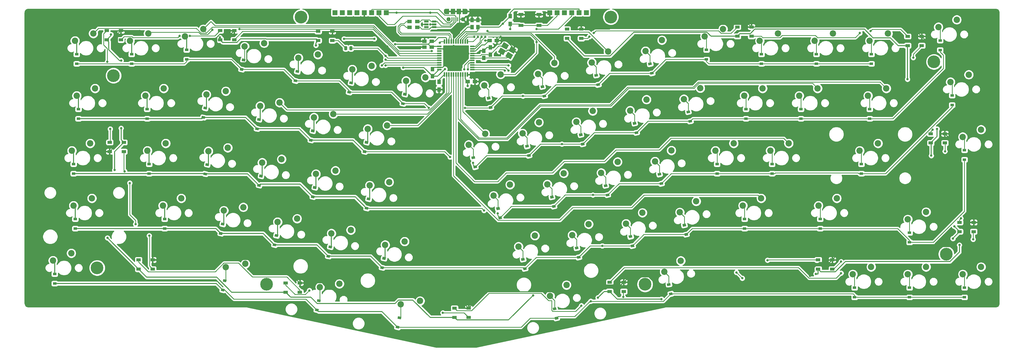
<source format=gbr>
G04 #@! TF.GenerationSoftware,KiCad,Pcbnew,(5.1.9)-1*
G04 #@! TF.CreationDate,2021-11-12T16:42:19+08:00*
G04 #@! TF.ProjectId,arisu,61726973-752e-46b6-9963-61645f706362,1.1*
G04 #@! TF.SameCoordinates,Original*
G04 #@! TF.FileFunction,Copper,L2,Bot*
G04 #@! TF.FilePolarity,Positive*
%FSLAX46Y46*%
G04 Gerber Fmt 4.6, Leading zero omitted, Abs format (unit mm)*
G04 Created by KiCad (PCBNEW (5.1.9)-1) date 2021-11-12 16:42:19*
%MOMM*%
%LPD*%
G01*
G04 APERTURE LIST*
G04 #@! TA.AperFunction,ComponentPad*
%ADD10C,2.200000*%
G04 #@! TD*
G04 #@! TA.AperFunction,SMDPad,CuDef*
%ADD11R,0.550000X1.500000*%
G04 #@! TD*
G04 #@! TA.AperFunction,SMDPad,CuDef*
%ADD12R,1.500000X0.550000*%
G04 #@! TD*
G04 #@! TA.AperFunction,SMDPad,CuDef*
%ADD13R,1.500000X1.000000*%
G04 #@! TD*
G04 #@! TA.AperFunction,ComponentPad*
%ADD14C,4.400000*%
G04 #@! TD*
G04 #@! TA.AperFunction,SMDPad,CuDef*
%ADD15R,1.250000X1.500000*%
G04 #@! TD*
G04 #@! TA.AperFunction,SMDPad,CuDef*
%ADD16R,1.500000X1.250000*%
G04 #@! TD*
G04 #@! TA.AperFunction,SMDPad,CuDef*
%ADD17R,1.200000X0.900000*%
G04 #@! TD*
G04 #@! TA.AperFunction,SMDPad,CuDef*
%ADD18C,0.100000*%
G04 #@! TD*
G04 #@! TA.AperFunction,SMDPad,CuDef*
%ADD19R,1.500000X1.900000*%
G04 #@! TD*
G04 #@! TA.AperFunction,ComponentPad*
%ADD20C,1.450000*%
G04 #@! TD*
G04 #@! TA.AperFunction,SMDPad,CuDef*
%ADD21R,0.400000X1.350000*%
G04 #@! TD*
G04 #@! TA.AperFunction,ComponentPad*
%ADD22O,1.200000X1.900000*%
G04 #@! TD*
G04 #@! TA.AperFunction,SMDPad,CuDef*
%ADD23R,1.200000X1.900000*%
G04 #@! TD*
G04 #@! TA.AperFunction,ComponentPad*
%ADD24R,1.700000X1.700000*%
G04 #@! TD*
G04 #@! TA.AperFunction,SMDPad,CuDef*
%ADD25R,1.500000X1.300000*%
G04 #@! TD*
G04 #@! TA.AperFunction,SMDPad,CuDef*
%ADD26R,1.300000X1.500000*%
G04 #@! TD*
G04 #@! TA.AperFunction,SMDPad,CuDef*
%ADD27R,1.700000X1.000000*%
G04 #@! TD*
G04 #@! TA.AperFunction,SMDPad,CuDef*
%ADD28R,1.560000X0.650000*%
G04 #@! TD*
G04 #@! TA.AperFunction,ViaPad*
%ADD29C,0.800000*%
G04 #@! TD*
G04 #@! TA.AperFunction,Conductor*
%ADD30C,0.375000*%
G04 #@! TD*
G04 #@! TA.AperFunction,Conductor*
%ADD31C,0.250000*%
G04 #@! TD*
G04 #@! TA.AperFunction,Conductor*
%ADD32C,0.380000*%
G04 #@! TD*
G04 #@! TA.AperFunction,Conductor*
%ADD33C,0.254000*%
G04 #@! TD*
G04 #@! TA.AperFunction,Conductor*
%ADD34C,0.100000*%
G04 #@! TD*
G04 APERTURE END LIST*
D10*
X213847569Y-120874453D03*
X208164428Y-124679187D03*
X62580000Y-36180000D03*
X68930000Y-33640000D03*
X102331359Y-38163857D03*
X109070692Y-36999602D03*
D11*
X171514000Y-36464000D03*
X172314000Y-36464000D03*
X173114000Y-36464000D03*
X173914000Y-36464000D03*
X174714000Y-36464000D03*
X175514000Y-36464000D03*
X176314000Y-36464000D03*
X177114000Y-36464000D03*
X177914000Y-36464000D03*
X178714000Y-36464000D03*
X179514000Y-36464000D03*
D12*
X181214000Y-38164000D03*
X181214000Y-38964000D03*
X181214000Y-39764000D03*
X181214000Y-40564000D03*
X181214000Y-41364000D03*
X181214000Y-42164000D03*
X181214000Y-42964000D03*
X181214000Y-43764000D03*
X181214000Y-44564000D03*
X181214000Y-45364000D03*
X181214000Y-46164000D03*
D11*
X179514000Y-47864000D03*
X178714000Y-47864000D03*
X177914000Y-47864000D03*
X177114000Y-47864000D03*
X176314000Y-47864000D03*
X175514000Y-47864000D03*
X174714000Y-47864000D03*
X173914000Y-47864000D03*
X173114000Y-47864000D03*
X172314000Y-47864000D03*
X171514000Y-47864000D03*
D12*
X169814000Y-46164000D03*
X169814000Y-45364000D03*
X169814000Y-44564000D03*
X169814000Y-43764000D03*
X169814000Y-42964000D03*
X169814000Y-42164000D03*
X169814000Y-41364000D03*
X169814000Y-40564000D03*
X169814000Y-39764000D03*
X169814000Y-38964000D03*
X169814000Y-38164000D03*
D13*
X175050000Y-132100000D03*
X175050000Y-128900000D03*
X179950000Y-132100000D03*
X179950000Y-128900000D03*
D10*
X120965070Y-42124575D03*
X127704403Y-40960320D03*
G04 #@! TA.AperFunction,SMDPad,CuDef*
G36*
G01*
X137850000Y-38299998D02*
X137850000Y-39200002D01*
G75*
G02*
X137600002Y-39450000I-249998J0D01*
G01*
X137074998Y-39450000D01*
G75*
G02*
X136825000Y-39200002I0J249998D01*
G01*
X136825000Y-38299998D01*
G75*
G02*
X137074998Y-38050000I249998J0D01*
G01*
X137600002Y-38050000D01*
G75*
G02*
X137850000Y-38299998I0J-249998D01*
G01*
G37*
G04 #@! TD.AperFunction*
G04 #@! TA.AperFunction,SMDPad,CuDef*
G36*
G01*
X139675000Y-38299998D02*
X139675000Y-39200002D01*
G75*
G02*
X139425002Y-39450000I-249998J0D01*
G01*
X138899998Y-39450000D01*
G75*
G02*
X138650000Y-39200002I0J249998D01*
G01*
X138650000Y-38299998D01*
G75*
G02*
X138899998Y-38050000I249998J0D01*
G01*
X139425002Y-38050000D01*
G75*
G02*
X139675000Y-38299998I0J-249998D01*
G01*
G37*
G04 #@! TD.AperFunction*
D13*
X214050000Y-35350000D03*
X214050000Y-32150000D03*
X218950000Y-35350000D03*
X218950000Y-32150000D03*
X350050000Y-102350000D03*
X350050000Y-99150000D03*
X354950000Y-102350000D03*
X354950000Y-99150000D03*
X233700000Y-119900000D03*
X233700000Y-123100000D03*
X228800000Y-119900000D03*
X228800000Y-123100000D03*
X60450000Y-71400000D03*
X60450000Y-74600000D03*
X55550000Y-71400000D03*
X55550000Y-74600000D03*
X277950000Y-31400000D03*
X277950000Y-34600000D03*
X273050000Y-31400000D03*
X273050000Y-34600000D03*
X54550000Y-35850000D03*
X54550000Y-32650000D03*
X59450000Y-35850000D03*
X59450000Y-32650000D03*
X336950000Y-34650000D03*
X336950000Y-37850000D03*
X332050000Y-34650000D03*
X332050000Y-37850000D03*
X116550000Y-123350000D03*
X116550000Y-120150000D03*
X121450000Y-123350000D03*
X121450000Y-120150000D03*
X98700000Y-32650000D03*
X98700000Y-35850000D03*
X93800000Y-32650000D03*
X93800000Y-35850000D03*
X340050000Y-71600000D03*
X340050000Y-68400000D03*
X344950000Y-71600000D03*
X344950000Y-68400000D03*
X301050000Y-115350000D03*
X301050000Y-112150000D03*
X305950000Y-115350000D03*
X305950000Y-112150000D03*
X70450000Y-112150000D03*
X70450000Y-115350000D03*
X65550000Y-112150000D03*
X65550000Y-115350000D03*
X132700000Y-32900000D03*
X132700000Y-36100000D03*
X127800000Y-32900000D03*
X127800000Y-36100000D03*
D10*
X321796250Y-71740000D03*
X315446250Y-74280000D03*
X135153475Y-120446047D03*
X128414142Y-121610303D03*
X49383750Y-90790000D03*
X43033750Y-93330000D03*
X48796250Y-71740000D03*
X42446250Y-74280000D03*
X307508769Y-90789998D03*
X301158769Y-93329998D03*
X50480000Y-52690000D03*
X44130000Y-55230000D03*
X42250000Y-109840000D03*
X35900000Y-112380000D03*
X102544484Y-113514795D03*
X95805151Y-114679051D03*
X253444205Y-112457940D03*
X247761064Y-116262674D03*
X324670000Y-52690000D03*
X318320000Y-55230000D03*
X43530000Y-36180000D03*
X49880000Y-33640000D03*
X67940000Y-55230000D03*
X74290000Y-52690000D03*
X68640000Y-74280000D03*
X74990000Y-71740000D03*
X73990000Y-93330000D03*
X80340000Y-90790000D03*
X81630000Y-34679615D03*
X87980000Y-32139615D03*
X89053701Y-54817200D03*
X95793034Y-53652945D03*
X89751368Y-74441093D03*
X96490701Y-73276838D03*
X95107450Y-95055162D03*
X101846783Y-93890907D03*
X107687411Y-58777926D03*
X114426744Y-57613671D03*
X108385078Y-78401820D03*
X115124411Y-77237565D03*
X113741160Y-99015888D03*
X120480493Y-97851633D03*
X126321121Y-62738653D03*
X133060454Y-61574398D03*
X127018788Y-82362547D03*
X133758121Y-81198292D03*
X132374869Y-102976615D03*
X139114202Y-101812360D03*
X139598782Y-46085293D03*
X146338115Y-44921038D03*
X144954831Y-66699380D03*
X151694164Y-65535125D03*
X145652498Y-86323274D03*
X152391831Y-85159019D03*
X151008579Y-106937342D03*
X157747912Y-105773087D03*
X156364716Y-127551371D03*
X163104049Y-126387116D03*
X158232494Y-50046010D03*
X164971827Y-48881755D03*
X179977800Y-72243673D03*
X185660941Y-68438939D03*
X188596921Y-89887225D03*
X194280062Y-86082491D03*
X197216042Y-107530777D03*
X202899183Y-103726043D03*
X185334027Y-51629574D03*
X191017168Y-47824840D03*
X198611511Y-68282955D03*
X204294652Y-64478221D03*
X207230632Y-85926507D03*
X212913773Y-82121773D03*
X215849754Y-103570059D03*
X221532895Y-99765325D03*
X203967739Y-47668856D03*
X209650880Y-43864122D03*
X217245223Y-64322238D03*
X222928364Y-60517504D03*
X225864344Y-81965790D03*
X231547485Y-78161056D03*
X234483465Y-99609342D03*
X240166606Y-95804608D03*
X222601451Y-43708139D03*
X228284592Y-39903405D03*
X235878935Y-60361520D03*
X241562076Y-56556786D03*
X244498056Y-78005072D03*
X250181197Y-74200338D03*
X253117177Y-95648624D03*
X258800318Y-91843890D03*
X241235162Y-39747421D03*
X246918303Y-35942687D03*
X254512647Y-56400802D03*
X260195788Y-52596068D03*
X265440000Y-74280000D03*
X271790000Y-71740000D03*
X274965019Y-93329998D03*
X281315019Y-90789998D03*
X261760000Y-34679615D03*
X268110000Y-32139615D03*
X275450000Y-55230000D03*
X281800000Y-52690000D03*
X284490000Y-74280000D03*
X290840000Y-71740000D03*
X280810000Y-36180000D03*
X287160000Y-33640000D03*
X294500000Y-55230000D03*
X300850000Y-52690000D03*
X313064949Y-117142503D03*
X319414949Y-114602503D03*
X299860000Y-36180000D03*
X306210000Y-33640000D03*
X332114949Y-98092503D03*
X338464949Y-95552503D03*
X332114949Y-117142503D03*
X338464949Y-114602503D03*
X318910000Y-36180000D03*
X325260000Y-33640000D03*
X342722542Y-31417509D03*
X349072542Y-28877509D03*
X346895000Y-50467516D03*
X353245000Y-47927516D03*
X351164949Y-69517519D03*
X357514949Y-66977519D03*
X351164949Y-117142503D03*
X357514949Y-114602503D03*
D14*
X241060266Y-120608720D03*
X345449949Y-110157503D03*
D15*
X185166000Y-39644000D03*
X185166000Y-42144000D03*
X187452000Y-41001000D03*
X187452000Y-38501000D03*
X183134000Y-31476000D03*
X183134000Y-28976000D03*
X181102000Y-31476000D03*
X181102000Y-28976000D03*
D16*
X167132000Y-36322000D03*
X164632000Y-36322000D03*
X167132000Y-38354000D03*
X164632000Y-38354000D03*
X179598000Y-50292000D03*
X182098000Y-50292000D03*
D15*
X167386000Y-48494000D03*
X167386000Y-45994000D03*
D16*
X187198000Y-36068000D03*
X189698000Y-36068000D03*
D17*
X44115000Y-44145000D03*
X44115000Y-40845000D03*
X44715000Y-63195000D03*
X44715000Y-59895000D03*
X43031250Y-82245000D03*
X43031250Y-78945000D03*
X43618750Y-101295000D03*
X43618750Y-97995000D03*
X36485000Y-120345000D03*
X36485000Y-117045000D03*
X63165000Y-44145000D03*
X63165000Y-40845000D03*
X68525000Y-63195000D03*
X68525000Y-59895000D03*
X69225000Y-82245000D03*
X69225000Y-78945000D03*
X74575000Y-101295000D03*
X74575000Y-97995000D03*
X82215000Y-42644615D03*
X82215000Y-39344615D03*
G04 #@! TA.AperFunction,SMDPad,CuDef*
D18*
G36*
X88466125Y-63295481D02*
G01*
X87292348Y-63045987D01*
X87479469Y-62165655D01*
X88653246Y-62415149D01*
X88466125Y-63295481D01*
G37*
G04 #@! TD.AperFunction*
G04 #@! TA.AperFunction,SMDPad,CuDef*
G36*
X89152233Y-60067593D02*
G01*
X87978456Y-59818099D01*
X88165577Y-58937767D01*
X89339354Y-59187261D01*
X89152233Y-60067593D01*
G37*
G04 #@! TD.AperFunction*
G04 #@! TA.AperFunction,SMDPad,CuDef*
G36*
X89163792Y-82919374D02*
G01*
X87990015Y-82669880D01*
X88177136Y-81789548D01*
X89350913Y-82039042D01*
X89163792Y-82919374D01*
G37*
G04 #@! TD.AperFunction*
G04 #@! TA.AperFunction,SMDPad,CuDef*
G36*
X89849900Y-79691486D02*
G01*
X88676123Y-79441992D01*
X88863244Y-78561660D01*
X90037021Y-78811154D01*
X89849900Y-79691486D01*
G37*
G04 #@! TD.AperFunction*
G04 #@! TA.AperFunction,SMDPad,CuDef*
G36*
X94519874Y-103533443D02*
G01*
X93346097Y-103283949D01*
X93533218Y-102403617D01*
X94706995Y-102653111D01*
X94519874Y-103533443D01*
G37*
G04 #@! TD.AperFunction*
G04 #@! TA.AperFunction,SMDPad,CuDef*
G36*
X95205982Y-100305555D02*
G01*
X94032205Y-100056061D01*
X94219326Y-99175729D01*
X95393103Y-99425223D01*
X95205982Y-100305555D01*
G37*
G04 #@! TD.AperFunction*
G04 #@! TA.AperFunction,SMDPad,CuDef*
G36*
X95217575Y-123157331D02*
G01*
X94043798Y-122907837D01*
X94230919Y-122027505D01*
X95404696Y-122276999D01*
X95217575Y-123157331D01*
G37*
G04 #@! TD.AperFunction*
G04 #@! TA.AperFunction,SMDPad,CuDef*
G36*
X95903683Y-119929443D02*
G01*
X94729906Y-119679949D01*
X94917027Y-118799617D01*
X96090804Y-119049111D01*
X95903683Y-119929443D01*
G37*
G04 #@! TD.AperFunction*
G04 #@! TA.AperFunction,SMDPad,CuDef*
G36*
X101743783Y-46642138D02*
G01*
X100570006Y-46392644D01*
X100757127Y-45512312D01*
X101930904Y-45761806D01*
X101743783Y-46642138D01*
G37*
G04 #@! TD.AperFunction*
G04 #@! TA.AperFunction,SMDPad,CuDef*
G36*
X102429891Y-43414250D02*
G01*
X101256114Y-43164756D01*
X101443235Y-42284424D01*
X102617012Y-42533918D01*
X102429891Y-43414250D01*
G37*
G04 #@! TD.AperFunction*
G04 #@! TA.AperFunction,SMDPad,CuDef*
G36*
X107099835Y-67256207D02*
G01*
X105926058Y-67006713D01*
X106113179Y-66126381D01*
X107286956Y-66375875D01*
X107099835Y-67256207D01*
G37*
G04 #@! TD.AperFunction*
G04 #@! TA.AperFunction,SMDPad,CuDef*
G36*
X107785943Y-64028319D02*
G01*
X106612166Y-63778825D01*
X106799287Y-62898493D01*
X107973064Y-63147987D01*
X107785943Y-64028319D01*
G37*
G04 #@! TD.AperFunction*
G04 #@! TA.AperFunction,SMDPad,CuDef*
G36*
X107797502Y-86880101D02*
G01*
X106623725Y-86630607D01*
X106810846Y-85750275D01*
X107984623Y-85999769D01*
X107797502Y-86880101D01*
G37*
G04 #@! TD.AperFunction*
G04 #@! TA.AperFunction,SMDPad,CuDef*
G36*
X108483610Y-83652213D02*
G01*
X107309833Y-83402719D01*
X107496954Y-82522387D01*
X108670731Y-82771881D01*
X108483610Y-83652213D01*
G37*
G04 #@! TD.AperFunction*
G04 #@! TA.AperFunction,SMDPad,CuDef*
G36*
X113153584Y-107494169D02*
G01*
X111979807Y-107244675D01*
X112166928Y-106364343D01*
X113340705Y-106613837D01*
X113153584Y-107494169D01*
G37*
G04 #@! TD.AperFunction*
G04 #@! TA.AperFunction,SMDPad,CuDef*
G36*
X113839692Y-104266281D02*
G01*
X112665915Y-104016787D01*
X112853036Y-103136455D01*
X114026813Y-103385949D01*
X113839692Y-104266281D01*
G37*
G04 #@! TD.AperFunction*
G04 #@! TA.AperFunction,SMDPad,CuDef*
G36*
X120377494Y-50602856D02*
G01*
X119203717Y-50353362D01*
X119390838Y-49473030D01*
X120564615Y-49722524D01*
X120377494Y-50602856D01*
G37*
G04 #@! TD.AperFunction*
G04 #@! TA.AperFunction,SMDPad,CuDef*
G36*
X121063602Y-47374968D02*
G01*
X119889825Y-47125474D01*
X120076946Y-46245142D01*
X121250723Y-46494636D01*
X121063602Y-47374968D01*
G37*
G04 #@! TD.AperFunction*
G04 #@! TA.AperFunction,SMDPad,CuDef*
G36*
X125733545Y-71216934D02*
G01*
X124559768Y-70967440D01*
X124746889Y-70087108D01*
X125920666Y-70336602D01*
X125733545Y-71216934D01*
G37*
G04 #@! TD.AperFunction*
G04 #@! TA.AperFunction,SMDPad,CuDef*
G36*
X126419653Y-67989046D02*
G01*
X125245876Y-67739552D01*
X125432997Y-66859220D01*
X126606774Y-67108714D01*
X126419653Y-67989046D01*
G37*
G04 #@! TD.AperFunction*
G04 #@! TA.AperFunction,SMDPad,CuDef*
G36*
X126431212Y-90840828D02*
G01*
X125257435Y-90591334D01*
X125444556Y-89711002D01*
X126618333Y-89960496D01*
X126431212Y-90840828D01*
G37*
G04 #@! TD.AperFunction*
G04 #@! TA.AperFunction,SMDPad,CuDef*
G36*
X127117320Y-87612940D02*
G01*
X125943543Y-87363446D01*
X126130664Y-86483114D01*
X127304441Y-86732608D01*
X127117320Y-87612940D01*
G37*
G04 #@! TD.AperFunction*
G04 #@! TA.AperFunction,SMDPad,CuDef*
G36*
X131787293Y-111454896D02*
G01*
X130613516Y-111205402D01*
X130800637Y-110325070D01*
X131974414Y-110574564D01*
X131787293Y-111454896D01*
G37*
G04 #@! TD.AperFunction*
G04 #@! TA.AperFunction,SMDPad,CuDef*
G36*
X132473401Y-108227008D02*
G01*
X131299624Y-107977514D01*
X131486745Y-107097182D01*
X132660522Y-107346676D01*
X132473401Y-108227008D01*
G37*
G04 #@! TD.AperFunction*
G04 #@! TA.AperFunction,SMDPad,CuDef*
G36*
X127826567Y-130088606D02*
G01*
X126652790Y-129839112D01*
X126839911Y-128958780D01*
X128013688Y-129208274D01*
X127826567Y-130088606D01*
G37*
G04 #@! TD.AperFunction*
G04 #@! TA.AperFunction,SMDPad,CuDef*
G36*
X128512675Y-126860718D02*
G01*
X127338898Y-126611224D01*
X127526019Y-125730892D01*
X128699796Y-125980386D01*
X128512675Y-126860718D01*
G37*
G04 #@! TD.AperFunction*
G04 #@! TA.AperFunction,SMDPad,CuDef*
G36*
X139011206Y-54563574D02*
G01*
X137837429Y-54314080D01*
X138024550Y-53433748D01*
X139198327Y-53683242D01*
X139011206Y-54563574D01*
G37*
G04 #@! TD.AperFunction*
G04 #@! TA.AperFunction,SMDPad,CuDef*
G36*
X139697314Y-51335686D02*
G01*
X138523537Y-51086192D01*
X138710658Y-50205860D01*
X139884435Y-50455354D01*
X139697314Y-51335686D01*
G37*
G04 #@! TD.AperFunction*
G04 #@! TA.AperFunction,SMDPad,CuDef*
G36*
X144367255Y-75177661D02*
G01*
X143193478Y-74928167D01*
X143380599Y-74047835D01*
X144554376Y-74297329D01*
X144367255Y-75177661D01*
G37*
G04 #@! TD.AperFunction*
G04 #@! TA.AperFunction,SMDPad,CuDef*
G36*
X145053363Y-71949773D02*
G01*
X143879586Y-71700279D01*
X144066707Y-70819947D01*
X145240484Y-71069441D01*
X145053363Y-71949773D01*
G37*
G04 #@! TD.AperFunction*
G04 #@! TA.AperFunction,SMDPad,CuDef*
G36*
X145064922Y-94801555D02*
G01*
X143891145Y-94552061D01*
X144078266Y-93671729D01*
X145252043Y-93921223D01*
X145064922Y-94801555D01*
G37*
G04 #@! TD.AperFunction*
G04 #@! TA.AperFunction,SMDPad,CuDef*
G36*
X145751030Y-91573667D02*
G01*
X144577253Y-91324173D01*
X144764374Y-90443841D01*
X145938151Y-90693335D01*
X145751030Y-91573667D01*
G37*
G04 #@! TD.AperFunction*
G04 #@! TA.AperFunction,SMDPad,CuDef*
G36*
X150421003Y-115415623D02*
G01*
X149247226Y-115166129D01*
X149434347Y-114285797D01*
X150608124Y-114535291D01*
X150421003Y-115415623D01*
G37*
G04 #@! TD.AperFunction*
G04 #@! TA.AperFunction,SMDPad,CuDef*
G36*
X151107111Y-112187735D02*
G01*
X149933334Y-111938241D01*
X150120455Y-111057909D01*
X151294232Y-111307403D01*
X151107111Y-112187735D01*
G37*
G04 #@! TD.AperFunction*
G04 #@! TA.AperFunction,SMDPad,CuDef*
G36*
X155777140Y-136029652D02*
G01*
X154603363Y-135780158D01*
X154790484Y-134899826D01*
X155964261Y-135149320D01*
X155777140Y-136029652D01*
G37*
G04 #@! TD.AperFunction*
G04 #@! TA.AperFunction,SMDPad,CuDef*
G36*
X156463248Y-132801764D02*
G01*
X155289471Y-132552270D01*
X155476592Y-131671938D01*
X156650369Y-131921432D01*
X156463248Y-132801764D01*
G37*
G04 #@! TD.AperFunction*
G04 #@! TA.AperFunction,SMDPad,CuDef*
G36*
X157644918Y-58524291D02*
G01*
X156471141Y-58274797D01*
X156658262Y-57394465D01*
X157832039Y-57643959D01*
X157644918Y-58524291D01*
G37*
G04 #@! TD.AperFunction*
G04 #@! TA.AperFunction,SMDPad,CuDef*
G36*
X158331026Y-55296403D02*
G01*
X157157249Y-55046909D01*
X157344370Y-54166577D01*
X158518147Y-54416071D01*
X158331026Y-55296403D01*
G37*
G04 #@! TD.AperFunction*
G04 #@! TA.AperFunction,SMDPad,CuDef*
G36*
X182886926Y-80228890D02*
G01*
X181713149Y-80478384D01*
X181526028Y-79598052D01*
X182699805Y-79348558D01*
X182886926Y-80228890D01*
G37*
G04 #@! TD.AperFunction*
G04 #@! TA.AperFunction,SMDPad,CuDef*
G36*
X182200818Y-77001002D02*
G01*
X181027041Y-77250496D01*
X180839920Y-76370164D01*
X182013697Y-76120670D01*
X182200818Y-77001002D01*
G37*
G04 #@! TD.AperFunction*
G04 #@! TA.AperFunction,SMDPad,CuDef*
G36*
X191506047Y-97872442D02*
G01*
X190332270Y-98121936D01*
X190145149Y-97241604D01*
X191318926Y-96992110D01*
X191506047Y-97872442D01*
G37*
G04 #@! TD.AperFunction*
G04 #@! TA.AperFunction,SMDPad,CuDef*
G36*
X190819939Y-94644554D02*
G01*
X189646162Y-94894048D01*
X189459041Y-94013716D01*
X190632818Y-93764222D01*
X190819939Y-94644554D01*
G37*
G04 #@! TD.AperFunction*
G04 #@! TA.AperFunction,SMDPad,CuDef*
G36*
X200125168Y-115515994D02*
G01*
X198951391Y-115765488D01*
X198764270Y-114885156D01*
X199938047Y-114635662D01*
X200125168Y-115515994D01*
G37*
G04 #@! TD.AperFunction*
G04 #@! TA.AperFunction,SMDPad,CuDef*
G36*
X199439060Y-112288106D02*
G01*
X198265283Y-112537600D01*
X198078162Y-111657268D01*
X199251939Y-111407774D01*
X199439060Y-112288106D01*
G37*
G04 #@! TD.AperFunction*
G04 #@! TA.AperFunction,SMDPad,CuDef*
G36*
X188243153Y-59614791D02*
G01*
X187069376Y-59864285D01*
X186882255Y-58983953D01*
X188056032Y-58734459D01*
X188243153Y-59614791D01*
G37*
G04 #@! TD.AperFunction*
G04 #@! TA.AperFunction,SMDPad,CuDef*
G36*
X187557045Y-56386903D02*
G01*
X186383268Y-56636397D01*
X186196147Y-55756065D01*
X187369924Y-55506571D01*
X187557045Y-56386903D01*
G37*
G04 #@! TD.AperFunction*
G04 #@! TA.AperFunction,SMDPad,CuDef*
G36*
X201520637Y-76268172D02*
G01*
X200346860Y-76517666D01*
X200159739Y-75637334D01*
X201333516Y-75387840D01*
X201520637Y-76268172D01*
G37*
G04 #@! TD.AperFunction*
G04 #@! TA.AperFunction,SMDPad,CuDef*
G36*
X200834529Y-73040284D02*
G01*
X199660752Y-73289778D01*
X199473631Y-72409446D01*
X200647408Y-72159952D01*
X200834529Y-73040284D01*
G37*
G04 #@! TD.AperFunction*
G04 #@! TA.AperFunction,SMDPad,CuDef*
G36*
X210139758Y-93911724D02*
G01*
X208965981Y-94161218D01*
X208778860Y-93280886D01*
X209952637Y-93031392D01*
X210139758Y-93911724D01*
G37*
G04 #@! TD.AperFunction*
G04 #@! TA.AperFunction,SMDPad,CuDef*
G36*
X209453650Y-90683836D02*
G01*
X208279873Y-90933330D01*
X208092752Y-90052998D01*
X209266529Y-89803504D01*
X209453650Y-90683836D01*
G37*
G04 #@! TD.AperFunction*
G04 #@! TA.AperFunction,SMDPad,CuDef*
G36*
X218758880Y-111555276D02*
G01*
X217585103Y-111804770D01*
X217397982Y-110924438D01*
X218571759Y-110674944D01*
X218758880Y-111555276D01*
G37*
G04 #@! TD.AperFunction*
G04 #@! TA.AperFunction,SMDPad,CuDef*
G36*
X218072772Y-108327388D02*
G01*
X216898995Y-108576882D01*
X216711874Y-107696550D01*
X217885651Y-107447056D01*
X218072772Y-108327388D01*
G37*
G04 #@! TD.AperFunction*
G04 #@! TA.AperFunction,SMDPad,CuDef*
G36*
X211073569Y-132664401D02*
G01*
X209899792Y-132913895D01*
X209712671Y-132033563D01*
X210886448Y-131784069D01*
X211073569Y-132664401D01*
G37*
G04 #@! TD.AperFunction*
G04 #@! TA.AperFunction,SMDPad,CuDef*
G36*
X210387461Y-129436513D02*
G01*
X209213684Y-129686007D01*
X209026563Y-128805675D01*
X210200340Y-128556181D01*
X210387461Y-129436513D01*
G37*
G04 #@! TD.AperFunction*
G04 #@! TA.AperFunction,SMDPad,CuDef*
G36*
X206876865Y-55654073D02*
G01*
X205703088Y-55903567D01*
X205515967Y-55023235D01*
X206689744Y-54773741D01*
X206876865Y-55654073D01*
G37*
G04 #@! TD.AperFunction*
G04 #@! TA.AperFunction,SMDPad,CuDef*
G36*
X206190757Y-52426185D02*
G01*
X205016980Y-52675679D01*
X204829859Y-51795347D01*
X206003636Y-51545853D01*
X206190757Y-52426185D01*
G37*
G04 #@! TD.AperFunction*
G04 #@! TA.AperFunction,SMDPad,CuDef*
G36*
X220154349Y-72307455D02*
G01*
X218980572Y-72556949D01*
X218793451Y-71676617D01*
X219967228Y-71427123D01*
X220154349Y-72307455D01*
G37*
G04 #@! TD.AperFunction*
G04 #@! TA.AperFunction,SMDPad,CuDef*
G36*
X219468241Y-69079567D02*
G01*
X218294464Y-69329061D01*
X218107343Y-68448729D01*
X219281120Y-68199235D01*
X219468241Y-69079567D01*
G37*
G04 #@! TD.AperFunction*
G04 #@! TA.AperFunction,SMDPad,CuDef*
G36*
X228773470Y-89951007D02*
G01*
X227599693Y-90200501D01*
X227412572Y-89320169D01*
X228586349Y-89070675D01*
X228773470Y-89951007D01*
G37*
G04 #@! TD.AperFunction*
G04 #@! TA.AperFunction,SMDPad,CuDef*
G36*
X228087362Y-86723119D02*
G01*
X226913585Y-86972613D01*
X226726464Y-86092281D01*
X227900241Y-85842787D01*
X228087362Y-86723119D01*
G37*
G04 #@! TD.AperFunction*
G04 #@! TA.AperFunction,SMDPad,CuDef*
G36*
X237392591Y-107594559D02*
G01*
X236218814Y-107844053D01*
X236031693Y-106963721D01*
X237205470Y-106714227D01*
X237392591Y-107594559D01*
G37*
G04 #@! TD.AperFunction*
G04 #@! TA.AperFunction,SMDPad,CuDef*
G36*
X236706483Y-104366671D02*
G01*
X235532706Y-104616165D01*
X235345585Y-103735833D01*
X236519362Y-103486339D01*
X236706483Y-104366671D01*
G37*
G04 #@! TD.AperFunction*
G04 #@! TA.AperFunction,SMDPad,CuDef*
G36*
X225510577Y-51693356D02*
G01*
X224336800Y-51942850D01*
X224149679Y-51062518D01*
X225323456Y-50813024D01*
X225510577Y-51693356D01*
G37*
G04 #@! TD.AperFunction*
G04 #@! TA.AperFunction,SMDPad,CuDef*
G36*
X224824469Y-48465468D02*
G01*
X223650692Y-48714962D01*
X223463571Y-47834630D01*
X224637348Y-47585136D01*
X224824469Y-48465468D01*
G37*
G04 #@! TD.AperFunction*
G04 #@! TA.AperFunction,SMDPad,CuDef*
G36*
X238788061Y-68346737D02*
G01*
X237614284Y-68596231D01*
X237427163Y-67715899D01*
X238600940Y-67466405D01*
X238788061Y-68346737D01*
G37*
G04 #@! TD.AperFunction*
G04 #@! TA.AperFunction,SMDPad,CuDef*
G36*
X238101953Y-65118849D02*
G01*
X236928176Y-65368343D01*
X236741055Y-64488011D01*
X237914832Y-64238517D01*
X238101953Y-65118849D01*
G37*
G04 #@! TD.AperFunction*
G04 #@! TA.AperFunction,SMDPad,CuDef*
G36*
X247407182Y-85990289D02*
G01*
X246233405Y-86239783D01*
X246046284Y-85359451D01*
X247220061Y-85109957D01*
X247407182Y-85990289D01*
G37*
G04 #@! TD.AperFunction*
G04 #@! TA.AperFunction,SMDPad,CuDef*
G36*
X246721074Y-82762401D02*
G01*
X245547297Y-83011895D01*
X245360176Y-82131563D01*
X246533953Y-81882069D01*
X246721074Y-82762401D01*
G37*
G04 #@! TD.AperFunction*
G04 #@! TA.AperFunction,SMDPad,CuDef*
G36*
X256026303Y-103633841D02*
G01*
X254852526Y-103883335D01*
X254665405Y-103003003D01*
X255839182Y-102753509D01*
X256026303Y-103633841D01*
G37*
G04 #@! TD.AperFunction*
G04 #@! TA.AperFunction,SMDPad,CuDef*
G36*
X255340195Y-100405953D02*
G01*
X254166418Y-100655447D01*
X253979297Y-99775115D01*
X255153074Y-99525621D01*
X255340195Y-100405953D01*
G37*
G04 #@! TD.AperFunction*
G04 #@! TA.AperFunction,SMDPad,CuDef*
G36*
X250670205Y-124247889D02*
G01*
X249496428Y-124497383D01*
X249309307Y-123617051D01*
X250483084Y-123367557D01*
X250670205Y-124247889D01*
G37*
G04 #@! TD.AperFunction*
G04 #@! TA.AperFunction,SMDPad,CuDef*
G36*
X249984097Y-121020001D02*
G01*
X248810320Y-121269495D01*
X248623199Y-120389163D01*
X249796976Y-120139669D01*
X249984097Y-121020001D01*
G37*
G04 #@! TD.AperFunction*
G04 #@! TA.AperFunction,SMDPad,CuDef*
G36*
X244144288Y-47732638D02*
G01*
X242970511Y-47982132D01*
X242783390Y-47101800D01*
X243957167Y-46852306D01*
X244144288Y-47732638D01*
G37*
G04 #@! TD.AperFunction*
G04 #@! TA.AperFunction,SMDPad,CuDef*
G36*
X243458180Y-44504750D02*
G01*
X242284403Y-44754244D01*
X242097282Y-43873912D01*
X243271059Y-43624418D01*
X243458180Y-44504750D01*
G37*
G04 #@! TD.AperFunction*
G04 #@! TA.AperFunction,SMDPad,CuDef*
G36*
X257421773Y-64386019D02*
G01*
X256247996Y-64635513D01*
X256060875Y-63755181D01*
X257234652Y-63505687D01*
X257421773Y-64386019D01*
G37*
G04 #@! TD.AperFunction*
G04 #@! TA.AperFunction,SMDPad,CuDef*
G36*
X256735665Y-61158131D02*
G01*
X255561888Y-61407625D01*
X255374767Y-60527293D01*
X256548544Y-60277799D01*
X256735665Y-61158131D01*
G37*
G04 #@! TD.AperFunction*
D17*
X266025000Y-82245000D03*
X266025000Y-78945000D03*
X275550019Y-101294998D03*
X275550019Y-97994998D03*
X262345000Y-42644615D03*
X262345000Y-39344615D03*
X276035000Y-63195000D03*
X276035000Y-59895000D03*
X285075000Y-82245000D03*
X285075000Y-78945000D03*
X301743769Y-101294998D03*
X301743769Y-97994998D03*
X281395000Y-44145000D03*
X281395000Y-40845000D03*
X295085000Y-63195000D03*
X295085000Y-59895000D03*
X316031250Y-82245000D03*
X316031250Y-78945000D03*
X313649949Y-125107503D03*
X313649949Y-121807503D03*
X300445000Y-44145000D03*
X300445000Y-40845000D03*
X318905000Y-63195000D03*
X318905000Y-59895000D03*
X332699949Y-106057503D03*
X332699949Y-102757503D03*
X332699949Y-125107503D03*
X332699949Y-121807503D03*
X319495000Y-44145000D03*
X319495000Y-40845000D03*
X343307542Y-39382509D03*
X343307542Y-36082509D03*
X347480000Y-58432516D03*
X347480000Y-55132516D03*
X351750000Y-74100000D03*
X351750000Y-77400000D03*
X351749949Y-125107503D03*
X351749949Y-121807503D03*
D19*
X176509855Y-26008000D03*
D20*
X173009855Y-28708000D03*
D21*
X174859855Y-28708000D03*
X174209855Y-28708000D03*
X176809855Y-28708000D03*
X176159855Y-28708000D03*
X175509855Y-28708000D03*
D20*
X178009855Y-28708000D03*
D19*
X174509855Y-26008000D03*
D22*
X172009855Y-26008000D03*
X179009855Y-26008000D03*
D23*
X178409855Y-26008000D03*
X172609855Y-26008000D03*
D24*
X220726000Y-26416000D03*
X218186000Y-26416000D03*
X215646000Y-26416000D03*
X213106000Y-26416000D03*
X210566000Y-26416000D03*
X208026000Y-26416000D03*
X141224000Y-26416000D03*
X138684000Y-26416000D03*
X136144000Y-26416000D03*
X133604000Y-26416000D03*
D25*
X162132000Y-31496000D03*
X159432000Y-31496000D03*
X159432000Y-29464000D03*
X162132000Y-29464000D03*
D26*
X194310000Y-27606000D03*
X194310000Y-30306000D03*
X169672000Y-50386000D03*
X169672000Y-53086000D03*
D27*
X204318000Y-27056000D03*
X198018000Y-27056000D03*
X204318000Y-30856000D03*
X198018000Y-30856000D03*
G04 #@! TA.AperFunction,SMDPad,CuDef*
D18*
G36*
X195359064Y-41047205D02*
G01*
X194459064Y-42606051D01*
X192640410Y-41556051D01*
X193540410Y-39997205D01*
X195359064Y-41047205D01*
G37*
G04 #@! TD.AperFunction*
G04 #@! TA.AperFunction,SMDPad,CuDef*
G36*
X192847590Y-39597205D02*
G01*
X191947590Y-41156051D01*
X190128936Y-40106051D01*
X191028936Y-38547205D01*
X192847590Y-39597205D01*
G37*
G04 #@! TD.AperFunction*
G04 #@! TA.AperFunction,SMDPad,CuDef*
G36*
X193947590Y-37691949D02*
G01*
X193047590Y-39250795D01*
X191228936Y-38200795D01*
X192128936Y-36641949D01*
X193947590Y-37691949D01*
G37*
G04 #@! TD.AperFunction*
G04 #@! TA.AperFunction,SMDPad,CuDef*
G36*
X196459064Y-39141949D02*
G01*
X195559064Y-40700795D01*
X193740410Y-39650795D01*
X194640410Y-38091949D01*
X196459064Y-39141949D01*
G37*
G04 #@! TD.AperFunction*
D28*
X167974000Y-30480000D03*
X167974000Y-31430000D03*
X167974000Y-29530000D03*
X165274000Y-29530000D03*
X165274000Y-30480000D03*
X165274000Y-31430000D03*
D24*
X151384000Y-26416000D03*
X146304000Y-26416000D03*
X148844000Y-26416000D03*
X143764000Y-26416000D03*
D14*
X56865000Y-48245000D03*
X51197500Y-114920000D03*
X121827220Y-27932509D03*
X109959436Y-120609368D03*
X229192785Y-27932509D03*
X341180000Y-43482516D03*
D29*
X171704000Y-44196000D03*
X191008000Y-34798000D03*
X183134000Y-40386000D03*
X171704000Y-39116000D03*
X183642000Y-50292000D03*
X163068000Y-38354000D03*
X163068000Y-36322000D03*
X169672000Y-54864000D03*
X163830000Y-30480000D03*
X181102000Y-27432000D03*
X183134000Y-27432000D03*
X197866000Y-28448000D03*
X66000000Y-32750000D03*
X95750000Y-34000000D03*
X58512653Y-40987347D03*
X58000000Y-69000000D03*
X55500000Y-81000000D03*
X70500000Y-106750000D03*
X277250000Y-121500000D03*
X298250000Y-117750000D03*
X151750000Y-38250000D03*
X355000000Y-95500000D03*
X347250000Y-70250000D03*
X344500000Y-63500000D03*
X338500000Y-35750000D03*
X179578000Y-51816000D03*
X171704000Y-45974000D03*
X185674000Y-36068000D03*
X191770000Y-30235979D03*
X157226000Y-45466000D03*
X166624000Y-26416000D03*
X166654002Y-30480000D03*
X154940000Y-26416000D03*
X154432000Y-37338000D03*
X59500000Y-43000000D03*
X59500000Y-66500000D03*
X93782614Y-35032614D03*
X56000000Y-34000000D03*
X57250000Y-81000000D03*
X54774999Y-104524999D03*
X127000000Y-37750000D03*
X136750000Y-35500000D03*
X147250000Y-35500000D03*
X202250000Y-124500000D03*
X224750000Y-125250000D03*
X246750000Y-125750000D03*
X300250000Y-117000000D03*
X350000000Y-107000000D03*
X347750000Y-104750000D03*
X348250000Y-100500000D03*
X340250000Y-76000000D03*
X342250000Y-66750000D03*
X332000000Y-49500000D03*
X178639000Y-59436000D03*
X166116000Y-59424397D03*
X178435000Y-46101000D03*
X198750000Y-55338654D03*
X179705000Y-46101000D03*
X181500000Y-78500000D03*
X173500000Y-76500000D03*
X212250000Y-71992036D03*
X190000000Y-96000000D03*
X185250000Y-95000000D03*
X223000000Y-89635588D03*
X193750000Y-44750000D03*
X226250000Y-107279140D03*
X193750000Y-46500000D03*
X222250000Y-126490348D03*
X192500000Y-46500000D03*
X183134000Y-34798000D03*
X203454000Y-36576000D03*
X203454000Y-32135990D03*
X181864000Y-34798000D03*
X185674000Y-34798000D03*
X194310000Y-32135990D03*
X151130000Y-41402000D03*
X151130000Y-42672000D03*
X149860000Y-44704000D03*
X151130000Y-44704000D03*
X91133464Y-32383464D03*
X100500000Y-32135056D03*
X167132000Y-39751000D03*
X169926000Y-36830000D03*
X184404000Y-34798000D03*
X186436000Y-32766000D03*
X60750000Y-81457500D03*
X62500000Y-85500000D03*
X64500000Y-99750000D03*
X69250000Y-103750000D03*
X283500000Y-112250000D03*
X309000000Y-116750000D03*
X309000000Y-112750000D03*
X340750000Y-67000000D03*
X334000000Y-42000000D03*
X350500000Y-97750000D03*
X345000000Y-74500000D03*
X83319649Y-34492278D03*
X79750000Y-34500000D03*
X124750000Y-122750000D03*
X171000000Y-130500000D03*
X274750000Y-118500000D03*
X272750000Y-116500000D03*
X319250000Y-32750000D03*
X315500000Y-33500000D03*
X54750000Y-43420000D03*
X55750000Y-66750000D03*
X219000000Y-128000000D03*
X233500000Y-124960000D03*
X354750000Y-105000000D03*
X223250000Y-33500000D03*
X221750000Y-34750000D03*
D30*
X195099737Y-39396372D02*
X195099737Y-38257142D01*
X195099737Y-38257142D02*
X193097034Y-36254439D01*
X193097034Y-36254439D02*
X191837561Y-36254439D01*
X191837561Y-36254439D02*
X190754000Y-37338000D01*
X189615000Y-37338000D02*
X190754000Y-37338000D01*
X188452000Y-38501000D02*
X189615000Y-37338000D01*
X187452000Y-38501000D02*
X188452000Y-38501000D01*
X170939000Y-45364000D02*
X171704000Y-44599000D01*
X169814000Y-45364000D02*
X170939000Y-45364000D01*
X171704000Y-44599000D02*
X171704000Y-44196000D01*
X189738000Y-36068000D02*
X191008000Y-34798000D01*
X189698000Y-36068000D02*
X189738000Y-36068000D01*
X185166000Y-39644000D02*
X183876000Y-39644000D01*
X183876000Y-39644000D02*
X183134000Y-40386000D01*
X182956000Y-40564000D02*
X183134000Y-40386000D01*
X181214000Y-40564000D02*
X182956000Y-40564000D01*
X195099737Y-39396372D02*
X193450035Y-39396372D01*
X193450035Y-39396372D02*
X192994779Y-39851628D01*
X192994779Y-39851628D02*
X191488263Y-39851628D01*
X187452000Y-38501000D02*
X186309000Y-38501000D01*
X186309000Y-38501000D02*
X185166000Y-39644000D01*
X171552000Y-38964000D02*
X171704000Y-39116000D01*
X169814000Y-38964000D02*
X171552000Y-38964000D01*
X182098000Y-50292000D02*
X183642000Y-50292000D01*
X164632000Y-38354000D02*
X163068000Y-38354000D01*
X164632000Y-36322000D02*
X163068000Y-36322000D01*
X169672000Y-53086000D02*
X169672000Y-54864000D01*
X165274000Y-30480000D02*
X163830000Y-30480000D01*
X181102000Y-28976000D02*
X181102000Y-27432000D01*
X183134000Y-28976000D02*
X183134000Y-27432000D01*
X198018000Y-28296000D02*
X197866000Y-28448000D01*
X198018000Y-27056000D02*
X198018000Y-28296000D01*
X198018000Y-27056000D02*
X204318000Y-27056000D01*
X179514000Y-47864000D02*
X180164000Y-47864000D01*
X180164000Y-47864000D02*
X182098000Y-49798000D01*
X182098000Y-49798000D02*
X182098000Y-50292000D01*
X167386000Y-45994000D02*
X168016000Y-45364000D01*
X168016000Y-45364000D02*
X169814000Y-45364000D01*
X176809855Y-28708000D02*
X178009855Y-28708000D01*
X178409855Y-26008000D02*
X176509855Y-26008000D01*
X174509855Y-26008000D02*
X172609855Y-26008000D01*
X174509855Y-26008000D02*
X176509855Y-26008000D01*
X176809855Y-28708000D02*
X176809855Y-26308000D01*
X176809855Y-26308000D02*
X176509855Y-26008000D01*
X176809855Y-33445643D02*
X174714000Y-35541498D01*
X176809855Y-28708000D02*
X176809855Y-33445643D01*
X174714000Y-35541498D02*
X174714000Y-36464000D01*
D31*
X97624999Y-33725001D02*
X98700000Y-32650000D01*
D32*
X347412498Y-107567502D02*
X310532498Y-107567502D01*
X310532498Y-107567502D02*
X305950000Y-112150000D01*
X354950000Y-100030000D02*
X347412498Y-107567502D01*
X354950000Y-99150000D02*
X354950000Y-100030000D01*
X305059999Y-113040001D02*
X301407997Y-113040001D01*
X298250000Y-116197998D02*
X298250000Y-117250000D01*
X305950000Y-112150000D02*
X305059999Y-113040001D01*
X301407997Y-113040001D02*
X298250000Y-116197998D01*
D31*
X298250000Y-117750000D02*
X298250000Y-117250000D01*
D32*
X235581281Y-118018719D02*
X233700000Y-119900000D01*
X242303467Y-118018719D02*
X235581281Y-118018719D01*
X246184747Y-121899999D02*
X242303467Y-118018719D01*
X276850001Y-121899999D02*
X246184747Y-121899999D01*
X277250000Y-121500000D02*
X276850001Y-121899999D01*
X232725000Y-120875000D02*
X227875000Y-120875000D01*
X233700000Y-119900000D02*
X232725000Y-120875000D01*
X227875000Y-120875000D02*
X225250000Y-123500000D01*
X185660814Y-123189186D02*
X179950000Y-128900000D01*
X208879629Y-123189186D02*
X185660814Y-123189186D01*
X209190443Y-123500000D02*
X208879629Y-123189186D01*
X225250000Y-123500000D02*
X209190443Y-123500000D01*
X129129343Y-120120302D02*
X121479698Y-120120302D01*
X131334545Y-122325504D02*
X129129343Y-120120302D01*
X121479698Y-120120302D02*
X121450000Y-120150000D01*
X173375504Y-122325504D02*
X131334545Y-122325504D01*
X179950000Y-128900000D02*
X173375504Y-122325504D01*
X70575206Y-112024794D02*
X70450000Y-112150000D01*
X113324794Y-112024794D02*
X70575206Y-112024794D01*
X121450000Y-120150000D02*
X113324794Y-112024794D01*
X70450000Y-106800000D02*
X70500000Y-106750000D01*
X70450000Y-112150000D02*
X70450000Y-106800000D01*
X55500000Y-74650000D02*
X55550000Y-74600000D01*
X55500000Y-81000000D02*
X55500000Y-74650000D01*
X58000000Y-72150000D02*
X58000000Y-69000000D01*
X55550000Y-74600000D02*
X58000000Y-72150000D01*
X58512653Y-40987347D02*
X58512653Y-40762653D01*
X58309999Y-33790001D02*
X59450000Y-32650000D01*
X58309999Y-40559999D02*
X58309999Y-33790001D01*
X58512653Y-40762653D02*
X58309999Y-40559999D01*
X65900000Y-32650000D02*
X66000000Y-32750000D01*
X59450000Y-32650000D02*
X65900000Y-32650000D01*
X97350000Y-34000000D02*
X98700000Y-32650000D01*
X95750000Y-34000000D02*
X97350000Y-34000000D01*
X132700000Y-33780000D02*
X132700000Y-32900000D01*
X127600942Y-38879058D02*
X132700000Y-33780000D01*
X103046560Y-39653858D02*
X103821360Y-38879058D01*
X103046560Y-43349140D02*
X103046560Y-39653858D01*
X102591440Y-43804260D02*
X103046560Y-43349140D01*
X99802258Y-43804260D02*
X102591440Y-43804260D01*
X92659999Y-35037999D02*
X92659999Y-36662001D01*
X103821360Y-38879058D02*
X127600942Y-38879058D01*
X93697998Y-34000000D02*
X92659999Y-35037999D01*
X92659999Y-36662001D02*
X99802258Y-43804260D01*
X97350000Y-34000000D02*
X93697998Y-34000000D01*
X146400000Y-32900000D02*
X151750000Y-38250000D01*
X132700000Y-32900000D02*
X146400000Y-32900000D01*
X354950000Y-95550000D02*
X355000000Y-95500000D01*
X354950000Y-99150000D02*
X354950000Y-95550000D01*
X346800000Y-70250000D02*
X344950000Y-68400000D01*
X347250000Y-70250000D02*
X346800000Y-70250000D01*
X344950000Y-63950000D02*
X344500000Y-63500000D01*
X344950000Y-68400000D02*
X344950000Y-63950000D01*
X338050000Y-35750000D02*
X336950000Y-34650000D01*
X338500000Y-35750000D02*
X338050000Y-35750000D01*
X333700000Y-31400000D02*
X277950000Y-31400000D01*
X336950000Y-34650000D02*
X333700000Y-31400000D01*
X228808496Y-32150000D02*
X218950000Y-32150000D01*
X230448497Y-30509999D02*
X228808496Y-32150000D01*
X277059999Y-30509999D02*
X230448497Y-30509999D01*
X277950000Y-31400000D02*
X277059999Y-30509999D01*
D31*
X185166000Y-42144000D02*
X193157365Y-42144000D01*
X193157365Y-42144000D02*
X193999737Y-41301628D01*
X181214000Y-42164000D02*
X185146000Y-42164000D01*
X185146000Y-42164000D02*
X185166000Y-42144000D01*
X187452000Y-41001000D02*
X187452000Y-40876000D01*
X187452000Y-40876000D02*
X190381628Y-37946372D01*
X190381628Y-37946372D02*
X192588263Y-37946372D01*
X187452000Y-41001000D02*
X186577000Y-41001000D01*
X186577000Y-41001000D02*
X186470000Y-40894000D01*
X186470000Y-40894000D02*
X184455998Y-40894000D01*
X181214000Y-41364000D02*
X183985998Y-41364000D01*
X183985998Y-41364000D02*
X184455998Y-40894000D01*
D30*
X179598000Y-51796000D02*
X179578000Y-51816000D01*
X179598000Y-50292000D02*
X179598000Y-51796000D01*
X169184000Y-48494000D02*
X171704000Y-45974000D01*
X167386000Y-48494000D02*
X169184000Y-48494000D01*
X187198000Y-36068000D02*
X187073000Y-36068000D01*
X187073000Y-36068000D02*
X185549000Y-37592000D01*
X185549000Y-37592000D02*
X184511000Y-37592000D01*
X181214000Y-39764000D02*
X182339000Y-39764000D01*
X182339000Y-39764000D02*
X184511000Y-37592000D01*
X185674000Y-36068000D02*
X187198000Y-36068000D01*
X157226000Y-45466000D02*
X164483000Y-45466000D01*
X164483000Y-45466000D02*
X167386000Y-48369000D01*
X167386000Y-48369000D02*
X167386000Y-48494000D01*
X166624000Y-26416000D02*
X154940000Y-26416000D01*
X169071353Y-26416000D02*
X166624000Y-26416000D01*
X167974000Y-30480000D02*
X166654002Y-30480000D01*
X194310000Y-27606000D02*
X194310000Y-26481000D01*
X194310000Y-26481000D02*
X195612501Y-25178499D01*
X195612501Y-25178499D02*
X218173499Y-25178499D01*
X218173499Y-25178499D02*
X218186000Y-25191000D01*
X218186000Y-25191000D02*
X218186000Y-26416000D01*
X191770000Y-30235979D02*
X194310000Y-27706000D01*
X190540000Y-31476000D02*
X191770000Y-30235979D01*
X183134000Y-31476000D02*
X190540000Y-31476000D01*
X194310000Y-27706000D02*
X194310000Y-27606000D01*
X154940000Y-26416000D02*
X151384000Y-26416000D01*
X165994499Y-37334501D02*
X154435499Y-37334501D01*
X154435499Y-37334501D02*
X154432000Y-37338000D01*
X169814000Y-46164000D02*
X169716000Y-46164000D01*
X169716000Y-46164000D02*
X167386000Y-48494000D01*
X179598000Y-50292000D02*
X178714000Y-49408000D01*
X178714000Y-49408000D02*
X178714000Y-47864000D01*
X165994499Y-37334501D02*
X165994499Y-37341499D01*
X165994499Y-37341499D02*
X167007000Y-38354000D01*
X167007000Y-38354000D02*
X167132000Y-38354000D01*
X165994499Y-37334501D02*
X167007000Y-36322000D01*
X167007000Y-36322000D02*
X167132000Y-36322000D01*
X178861870Y-33020000D02*
X176314000Y-35567870D01*
X176314000Y-35567870D02*
X176314000Y-36464000D01*
X183134000Y-32601000D02*
X182715000Y-33020000D01*
X183134000Y-31476000D02*
X183134000Y-32601000D01*
X182715000Y-33020000D02*
X178861870Y-33020000D01*
X169527000Y-35052000D02*
X172027000Y-35052000D01*
X172027000Y-35052000D02*
X172314000Y-35339000D01*
X172314000Y-35339000D02*
X172314000Y-36464000D01*
X167132000Y-36322000D02*
X168257000Y-36322000D01*
X168257000Y-36322000D02*
X169527000Y-35052000D01*
X167132000Y-38354000D02*
X167322000Y-38164000D01*
X167322000Y-38164000D02*
X169814000Y-38164000D01*
X174209855Y-29154502D02*
X173543856Y-29820501D01*
X174209855Y-28708000D02*
X174209855Y-29154502D01*
X173543856Y-29820501D02*
X172475854Y-29820501D01*
X172475854Y-29820501D02*
X169071353Y-26416000D01*
D32*
X147250000Y-35500000D02*
X136750000Y-35500000D01*
X127000000Y-36900000D02*
X127800000Y-36100000D01*
X127000000Y-37750000D02*
X127000000Y-36900000D01*
X127800000Y-36100000D02*
X127274601Y-35574601D01*
X100875401Y-35509601D02*
X99710001Y-36675001D01*
X109785893Y-35509601D02*
X100875401Y-35509601D01*
X109850893Y-35574601D02*
X109785893Y-35509601D01*
X127274601Y-35574601D02*
X109850893Y-35574601D01*
X99710001Y-36675001D02*
X99710001Y-36710001D01*
X99710001Y-36710001D02*
X99670002Y-36750000D01*
X94700000Y-36750000D02*
X93800000Y-35850000D01*
X99670002Y-36750000D02*
X94700000Y-36750000D01*
X93782614Y-35832614D02*
X93800000Y-35850000D01*
X93782614Y-35032614D02*
X93782614Y-35832614D01*
X56000000Y-34400000D02*
X54550000Y-35850000D01*
X56000000Y-34000000D02*
X56000000Y-34400000D01*
X58934315Y-43000000D02*
X59500000Y-43000000D01*
X55265009Y-39330694D02*
X58934315Y-43000000D01*
X55265009Y-36565009D02*
X55265009Y-39330694D01*
X54550000Y-35850000D02*
X55265009Y-36565009D01*
X59500000Y-70450000D02*
X60450000Y-71400000D01*
X59500000Y-66500000D02*
X59500000Y-70450000D01*
X57250000Y-74600000D02*
X57250000Y-81000000D01*
X60450000Y-71400000D02*
X57250000Y-74600000D01*
X65550000Y-115300000D02*
X65550000Y-115350000D01*
X54774999Y-104524999D02*
X65550000Y-115300000D01*
X97848399Y-123350000D02*
X116550000Y-123350000D01*
X92637898Y-118139499D02*
X97848399Y-123350000D01*
X68339499Y-118139499D02*
X92637898Y-118139499D01*
X65550000Y-115350000D02*
X68339499Y-118139499D01*
X166611731Y-132100000D02*
X175050000Y-132100000D01*
X160573101Y-126061370D02*
X166611731Y-132100000D01*
X155649515Y-126061370D02*
X160573101Y-126061370D01*
X154433942Y-127276943D02*
X155649515Y-126061370D01*
X127453059Y-127276943D02*
X154433942Y-127276943D01*
X125246867Y-125070751D02*
X127453059Y-127276943D01*
X118270751Y-125070751D02*
X125246867Y-125070751D01*
X116550000Y-123350000D02*
X118270751Y-125070751D01*
X193759999Y-132990001D02*
X202250000Y-124500000D01*
X175050000Y-132100000D02*
X175940001Y-132990001D01*
X175940001Y-132990001D02*
X193759999Y-132990001D01*
X226900000Y-123100000D02*
X228800000Y-123100000D01*
X224750000Y-125250000D02*
X226900000Y-123100000D01*
X231450000Y-125750000D02*
X246750000Y-125750000D01*
X228800000Y-123100000D02*
X231450000Y-125750000D01*
X300250000Y-117000000D02*
X301000000Y-117000000D01*
X301050000Y-116950000D02*
X301050000Y-115350000D01*
X301000000Y-117000000D02*
X301050000Y-116950000D01*
X350000000Y-109440654D02*
X350000000Y-107000000D01*
X310504498Y-112747504D02*
X346693150Y-112747504D01*
X307012001Y-116240001D02*
X310504498Y-112747504D01*
X346693150Y-112747504D02*
X350000000Y-109440654D01*
X301940001Y-116240001D02*
X307012001Y-116240001D01*
X301050000Y-115350000D02*
X301940001Y-116240001D01*
X347750000Y-104650000D02*
X350050000Y-102350000D01*
X347750000Y-104750000D02*
X347750000Y-104650000D01*
X350050000Y-102300000D02*
X348250000Y-100500000D01*
X350050000Y-102350000D02*
X350050000Y-102300000D01*
X340250000Y-71800000D02*
X340050000Y-71600000D01*
X340250000Y-76000000D02*
X340250000Y-71800000D01*
X342250000Y-69400000D02*
X342250000Y-66750000D01*
X340050000Y-71600000D02*
X342250000Y-69400000D01*
X332000000Y-37900000D02*
X332050000Y-37850000D01*
X332000000Y-49500000D02*
X332000000Y-37900000D01*
X279090001Y-32149999D02*
X277530001Y-33709999D01*
X273940001Y-33709999D02*
X273050000Y-34600000D01*
X277530001Y-33709999D02*
X273940001Y-33709999D01*
X317085201Y-32149999D02*
X279090001Y-32149999D01*
X320065203Y-35130001D02*
X317085201Y-32149999D01*
X326045203Y-35130001D02*
X320065203Y-35130001D01*
X328765202Y-37850000D02*
X326045203Y-35130001D01*
X332050000Y-37850000D02*
X328765202Y-37850000D01*
X220093406Y-41393406D02*
X214050000Y-35350000D01*
X228999793Y-41393406D02*
X220093406Y-41393406D01*
X262475201Y-33189614D02*
X237203585Y-33189614D01*
X263885587Y-34600000D02*
X262475201Y-33189614D01*
X237203585Y-33189614D02*
X228999793Y-41393406D01*
X273050000Y-34600000D02*
X263885587Y-34600000D01*
D30*
X175514000Y-36464000D02*
X175514000Y-35554684D01*
X175514000Y-35554684D02*
X179592684Y-31476000D01*
X179592684Y-31476000D02*
X181102000Y-31476000D01*
X44115000Y-40845000D02*
X44115000Y-36765000D01*
X44115000Y-36765000D02*
X43530000Y-36180000D01*
D31*
X178639000Y-59436000D02*
X187426076Y-59436000D01*
X187426076Y-59436000D02*
X187562704Y-59299372D01*
X164650981Y-57959378D02*
X166116000Y-59424397D01*
X157151590Y-57959378D02*
X164650981Y-57959378D01*
X180214000Y-42964000D02*
X178435000Y-44743000D01*
X181214000Y-42964000D02*
X180214000Y-42964000D01*
X178435000Y-44743000D02*
X178435000Y-46101000D01*
X187112076Y-59750000D02*
X187562704Y-59299372D01*
X198750000Y-55338654D02*
X191523422Y-55338654D01*
X206196416Y-55338654D02*
X198750000Y-55338654D01*
X319495000Y-44145000D02*
X263145385Y-44145000D01*
X263145385Y-44145000D02*
X262345000Y-43344615D01*
X262345000Y-43344615D02*
X262345000Y-42644615D01*
X262345000Y-42644615D02*
X248236443Y-42644615D01*
X248236443Y-42644615D02*
X243463839Y-47417219D01*
X243463839Y-47417219D02*
X228790846Y-47417219D01*
X228790846Y-47417219D02*
X224830128Y-51377937D01*
X224830128Y-51377937D02*
X210157133Y-51377937D01*
X210157133Y-51377937D02*
X206196416Y-55338654D01*
X191523422Y-55338654D02*
X187562704Y-59299372D01*
X138517878Y-53998661D02*
X153190873Y-53998661D01*
X153190873Y-53998661D02*
X157151590Y-57959378D01*
X138517878Y-53998661D02*
X138517878Y-53438609D01*
X138517878Y-53438609D02*
X135117212Y-50037943D01*
X135117212Y-50037943D02*
X119884166Y-50037943D01*
X101250455Y-46077225D02*
X115923448Y-46077225D01*
X115923448Y-46077225D02*
X119884166Y-50037943D01*
X82215000Y-42644615D02*
X97817845Y-42644615D01*
X97817845Y-42644615D02*
X101250455Y-46077225D01*
X44115000Y-44145000D02*
X81414615Y-44145000D01*
X81414615Y-44145000D02*
X82215000Y-43344615D01*
X82215000Y-43344615D02*
X82215000Y-42644615D01*
X343307542Y-40082509D02*
X344424000Y-41198967D01*
X343307542Y-39382509D02*
X343307542Y-40082509D01*
X344424000Y-41198967D02*
X344424000Y-45720000D01*
X344424000Y-45720000D02*
X326949000Y-63195000D01*
X326949000Y-63195000D02*
X318905000Y-63195000D01*
X180214000Y-43764000D02*
X179705000Y-44273000D01*
X181214000Y-43764000D02*
X180214000Y-43764000D01*
X179705000Y-44273000D02*
X179705000Y-46101000D01*
X181500000Y-78500000D02*
X181500000Y-79206994D01*
X181500000Y-79206994D02*
X182206477Y-79913471D01*
X171612748Y-74612748D02*
X173500000Y-76500000D01*
X143873927Y-74612748D02*
X171612748Y-74612748D01*
X212250000Y-71992036D02*
X204800905Y-71992036D01*
X219473900Y-71992036D02*
X212250000Y-71992036D01*
X204800905Y-71992036D02*
X200840188Y-75952753D01*
X238107612Y-68031318D02*
X223434618Y-68031318D01*
X223434618Y-68031318D02*
X219473900Y-71992036D01*
X256741324Y-64070600D02*
X242068330Y-64070600D01*
X242068330Y-64070600D02*
X238107612Y-68031318D01*
X318905000Y-63195000D02*
X257616924Y-63195000D01*
X257616924Y-63195000D02*
X256741324Y-64070600D01*
X200840188Y-75952753D02*
X186167195Y-75952753D01*
X186167195Y-75952753D02*
X182206477Y-79913471D01*
D30*
X125240217Y-70652021D02*
X139913200Y-70652021D01*
X139913200Y-70652021D02*
X143873927Y-74612748D01*
X106606507Y-66691294D02*
X121279490Y-66691294D01*
X121279490Y-66691294D02*
X125240217Y-70652021D01*
X87972797Y-62730568D02*
X102645781Y-62730568D01*
X102645781Y-62730568D02*
X106606507Y-66691294D01*
X44715000Y-63195000D02*
X87508365Y-63195000D01*
X87508365Y-63195000D02*
X87972797Y-62730568D01*
X44715000Y-59895000D02*
X44715000Y-55815000D01*
X44715000Y-55815000D02*
X44130000Y-55230000D01*
X43031250Y-78945000D02*
X43031250Y-74865000D01*
X43031250Y-74865000D02*
X42446250Y-74280000D01*
D31*
X190000000Y-96000000D02*
X190000000Y-96731425D01*
X190000000Y-96731425D02*
X190825598Y-97557023D01*
X184486642Y-94236642D02*
X185250000Y-95000000D01*
X144571594Y-94236642D02*
X184486642Y-94236642D01*
X228093021Y-89635588D02*
X223000000Y-89635588D01*
X223000000Y-89635588D02*
X213420026Y-89635588D01*
X193564000Y-44564000D02*
X193750000Y-44750000D01*
X181214000Y-44564000D02*
X193564000Y-44564000D01*
X209459309Y-93596305D02*
X194786316Y-93596305D01*
X194786316Y-93596305D02*
X190825598Y-97557023D01*
X213420026Y-89635588D02*
X209459309Y-93596305D01*
X246726733Y-85674870D02*
X232053739Y-85674870D01*
X232053739Y-85674870D02*
X228093021Y-89635588D01*
X266025000Y-82245000D02*
X250156603Y-82245000D01*
X250156603Y-82245000D02*
X246726733Y-85674870D01*
X285075000Y-82245000D02*
X266025000Y-82245000D01*
X285075000Y-82245000D02*
X285925000Y-82245000D01*
X285925000Y-82245000D02*
X286200001Y-81969999D01*
X286200001Y-81969999D02*
X314906249Y-81969999D01*
X314906249Y-81969999D02*
X315181250Y-82245000D01*
X315181250Y-82245000D02*
X316031250Y-82245000D01*
X316031250Y-82245000D02*
X324367516Y-82245000D01*
X324367516Y-82245000D02*
X347480000Y-59132516D01*
X347480000Y-59132516D02*
X347480000Y-58432516D01*
D30*
X125937884Y-90275915D02*
X140610867Y-90275915D01*
X140610867Y-90275915D02*
X144571594Y-94236642D01*
X107304174Y-86315188D02*
X107754291Y-85865071D01*
X107754291Y-85865071D02*
X121527040Y-85865071D01*
X121527040Y-85865071D02*
X125937884Y-90275915D01*
X88670464Y-82354461D02*
X103343447Y-82354461D01*
X103343447Y-82354461D02*
X107304174Y-86315188D01*
X43031250Y-82245000D02*
X88561003Y-82245000D01*
X88561003Y-82245000D02*
X88670464Y-82354461D01*
D31*
X218078431Y-111239857D02*
X203405437Y-111239857D01*
X149927675Y-114850710D02*
X199094854Y-114850710D01*
X199094854Y-114850710D02*
X199444719Y-115200575D01*
X226250000Y-107279140D02*
X222039148Y-107279140D01*
X236712142Y-107279140D02*
X226250000Y-107279140D01*
X192614000Y-45364000D02*
X193750000Y-46500000D01*
X181214000Y-45364000D02*
X192614000Y-45364000D01*
X340942497Y-106057503D02*
X351749949Y-95250051D01*
X332699949Y-106057503D02*
X340942497Y-106057503D01*
X301743769Y-101294998D02*
X328637444Y-101294998D01*
X328637444Y-101294998D02*
X332699949Y-105357503D01*
X332699949Y-105357503D02*
X332699949Y-106057503D01*
X301743769Y-101294998D02*
X275550019Y-101294998D01*
X275550019Y-101294998D02*
X257369278Y-101294998D01*
X257369278Y-101294998D02*
X255345854Y-103318422D01*
X203405437Y-111239857D02*
X199444719Y-115200575D01*
X222039148Y-107279140D02*
X218078431Y-111239857D01*
X255345854Y-103318422D02*
X240672860Y-103318422D01*
X240672860Y-103318422D02*
X236712142Y-107279140D01*
D30*
X131293965Y-110889983D02*
X145966948Y-110889983D01*
X145966948Y-110889983D02*
X149927675Y-114850710D01*
X112660256Y-106929256D02*
X127333238Y-106929256D01*
X127333238Y-106929256D02*
X131293965Y-110889983D01*
X94026546Y-102968530D02*
X108699530Y-102968530D01*
X108699530Y-102968530D02*
X112660256Y-106929256D01*
X43618750Y-101295000D02*
X92353016Y-101295000D01*
X92353016Y-101295000D02*
X94026546Y-102968530D01*
D31*
X351750000Y-78499898D02*
X351749949Y-78499949D01*
X351750000Y-77400000D02*
X351750000Y-78499898D01*
X351749949Y-78499949D02*
X351749949Y-77482519D01*
X351749949Y-95250051D02*
X351749949Y-78499949D01*
D30*
X43618750Y-97995000D02*
X43618750Y-93915000D01*
X43618750Y-93915000D02*
X43033750Y-93330000D01*
X36485000Y-117045000D02*
X36485000Y-112965000D01*
X36485000Y-112965000D02*
X35900000Y-112380000D01*
D31*
X98575233Y-125730000D02*
X123539546Y-125730000D01*
X123539546Y-125730000D02*
X127333239Y-129523693D01*
X94724247Y-122592418D02*
X95437651Y-122592418D01*
X95437651Y-122592418D02*
X98575233Y-125730000D01*
X222250000Y-126490348D02*
X221996000Y-126490348D01*
X247431878Y-126490348D02*
X222250000Y-126490348D01*
X192164000Y-46164000D02*
X192500000Y-46500000D01*
X181214000Y-46164000D02*
X192164000Y-46164000D01*
X351749949Y-125107503D02*
X313649949Y-125107503D01*
X249989756Y-123932470D02*
X313174916Y-123932470D01*
X313174916Y-123932470D02*
X313649949Y-124407503D01*
X313649949Y-124407503D02*
X313649949Y-125107503D01*
X210393120Y-132348982D02*
X210969706Y-131772396D01*
X210969706Y-131772396D02*
X216713952Y-131772396D01*
X216713952Y-131772396D02*
X221996000Y-126490348D01*
X249989756Y-123932470D02*
X247431878Y-126490348D01*
X155283812Y-135464739D02*
X198120000Y-135464739D01*
X210393120Y-132348982D02*
X201235757Y-132348982D01*
X201235757Y-132348982D02*
X198120000Y-135464739D01*
D30*
X127333239Y-129523693D02*
X127909825Y-130100279D01*
X127909825Y-130100279D02*
X149919352Y-130100279D01*
X149919352Y-130100279D02*
X155283812Y-135464739D01*
X36485000Y-120345000D02*
X92476829Y-120345000D01*
X92476829Y-120345000D02*
X94724247Y-122592418D01*
X63165000Y-40845000D02*
X63165000Y-36765000D01*
X63165000Y-36765000D02*
X62580000Y-36180000D01*
X68525000Y-59895000D02*
X68525000Y-55815000D01*
X68525000Y-55815000D02*
X67940000Y-55230000D01*
X69225000Y-78945000D02*
X69225000Y-74865000D01*
X74575000Y-97995000D02*
X74575000Y-93915000D01*
X74575000Y-93915000D02*
X73990000Y-93330000D01*
X82215000Y-39344615D02*
X82215000Y-35264615D01*
X82215000Y-35264615D02*
X81630000Y-34679615D01*
X89053701Y-54817200D02*
X89053701Y-59107884D01*
X89053701Y-59107884D02*
X88658905Y-59502680D01*
X89751368Y-74441093D02*
X89751368Y-78731777D01*
X89751368Y-78731777D02*
X89356572Y-79126573D01*
X95107450Y-95055162D02*
X95107450Y-99345846D01*
X95107450Y-99345846D02*
X94712654Y-99740642D01*
D31*
X95805151Y-114679051D02*
X95805151Y-118969734D01*
X95805151Y-118969734D02*
X95410355Y-119364530D01*
X102331359Y-38163857D02*
X102331359Y-42454541D01*
X102331359Y-42454541D02*
X101936563Y-42849337D01*
D30*
X107687411Y-58777926D02*
X107687411Y-63068610D01*
X107687411Y-63068610D02*
X107292615Y-63463406D01*
X108385078Y-78401820D02*
X108385078Y-82692504D01*
X108385078Y-82692504D02*
X107990282Y-83087300D01*
X113741160Y-99015888D02*
X113741160Y-103306572D01*
X113741160Y-103306572D02*
X113346364Y-103701368D01*
X120965070Y-42124575D02*
X120965070Y-46415259D01*
X120965070Y-46415259D02*
X120570274Y-46810055D01*
X126321121Y-62738653D02*
X126321121Y-67029337D01*
X126321121Y-67029337D02*
X125926325Y-67424133D01*
X127018788Y-82362547D02*
X127018788Y-86653231D01*
X127018788Y-86653231D02*
X126623992Y-87048027D01*
X132374869Y-102976615D02*
X132374869Y-107267299D01*
X132374869Y-107267299D02*
X131980073Y-107662095D01*
D31*
X128414142Y-121610303D02*
X128414142Y-125901010D01*
X128414142Y-125901010D02*
X128019347Y-126295805D01*
D30*
X139598782Y-46085293D02*
X139598782Y-50375977D01*
X139598782Y-50375977D02*
X139203986Y-50770773D01*
X144954831Y-66699380D02*
X144954831Y-70990064D01*
X144954831Y-70990064D02*
X144560035Y-71384860D01*
X145652498Y-86323274D02*
X145652498Y-90613958D01*
X145652498Y-90613958D02*
X145257702Y-91008754D01*
X151008579Y-106937342D02*
X151008579Y-111228026D01*
X151008579Y-111228026D02*
X150613783Y-111622822D01*
D31*
X156364716Y-127551371D02*
X156364716Y-131842055D01*
X156364716Y-131842055D02*
X155969920Y-132236851D01*
D30*
X158232494Y-50046010D02*
X158232494Y-54336694D01*
X158232494Y-54336694D02*
X157837698Y-54731490D01*
D31*
X181520369Y-76685583D02*
X181520369Y-73786242D01*
X181520369Y-73786242D02*
X179977800Y-72243673D01*
X190139490Y-94329135D02*
X190139490Y-91429794D01*
X190139490Y-91429794D02*
X188596921Y-89887225D01*
X198758611Y-111972687D02*
X198758611Y-109073346D01*
X198758611Y-109073346D02*
X197216042Y-107530777D01*
X186876596Y-56071484D02*
X186876596Y-53172143D01*
X186876596Y-53172143D02*
X185334027Y-51629574D01*
X200154080Y-72724865D02*
X200154080Y-69825524D01*
X200154080Y-69825524D02*
X198611511Y-68282955D01*
X208773201Y-90368417D02*
X208773201Y-87469076D01*
X208773201Y-87469076D02*
X207230632Y-85926507D01*
X217392323Y-108011969D02*
X217392323Y-105112628D01*
X217392323Y-105112628D02*
X215849754Y-103570059D01*
X209707012Y-129121094D02*
X209707012Y-126221771D01*
X209707012Y-126221771D02*
X208164428Y-124679187D01*
X205510308Y-52110766D02*
X205510308Y-49211425D01*
X205510308Y-49211425D02*
X203967739Y-47668856D01*
X218787792Y-68764148D02*
X218787792Y-65864807D01*
X218787792Y-65864807D02*
X217245223Y-64322238D01*
X227406913Y-86407700D02*
X227406913Y-83508359D01*
X227406913Y-83508359D02*
X225864344Y-81965790D01*
X236026034Y-104051252D02*
X236026034Y-101151911D01*
X236026034Y-101151911D02*
X234483465Y-99609342D01*
X224144020Y-48150049D02*
X224144020Y-45250708D01*
X224144020Y-45250708D02*
X222601451Y-43708139D01*
X237421504Y-64803430D02*
X237421504Y-61904089D01*
X237421504Y-61904089D02*
X235878935Y-60361520D01*
X246040625Y-82446982D02*
X246040625Y-79547641D01*
X246040625Y-79547641D02*
X244498056Y-78005072D01*
X254659746Y-100090534D02*
X254659746Y-97191193D01*
X254659746Y-97191193D02*
X253117177Y-95648624D01*
X249303648Y-120704582D02*
X249303648Y-117805258D01*
X249303648Y-117805258D02*
X247761064Y-116262674D01*
X242777731Y-44189331D02*
X242777731Y-41289990D01*
X242777731Y-41289990D02*
X241235162Y-39747421D01*
X256055216Y-60842712D02*
X256055216Y-57943371D01*
X256055216Y-57943371D02*
X254512647Y-56400802D01*
X266025000Y-78945000D02*
X266025000Y-74865000D01*
X266025000Y-74865000D02*
X265440000Y-74280000D01*
X275550019Y-97994998D02*
X275550019Y-93914998D01*
X275550019Y-93914998D02*
X274965019Y-93329998D01*
X262345000Y-39344615D02*
X262345000Y-35264615D01*
X262345000Y-35264615D02*
X261760000Y-34679615D01*
X276035000Y-59895000D02*
X276035000Y-55815000D01*
X276035000Y-55815000D02*
X275450000Y-55230000D01*
X285075000Y-78945000D02*
X285075000Y-74865000D01*
X285075000Y-74865000D02*
X284490000Y-74280000D01*
X301743769Y-97994998D02*
X301743769Y-93914998D01*
X301743769Y-93914998D02*
X301158769Y-93329998D01*
X281395000Y-40845000D02*
X281395000Y-36765000D01*
X281395000Y-36765000D02*
X280810000Y-36180000D01*
X295085000Y-59895000D02*
X295085000Y-55815000D01*
X295085000Y-55815000D02*
X294500000Y-55230000D01*
X316031250Y-78945000D02*
X316031250Y-74865000D01*
X316031250Y-74865000D02*
X315446250Y-74280000D01*
X313649949Y-121807503D02*
X313649949Y-117727503D01*
X313649949Y-117727503D02*
X313064949Y-117142503D01*
X300445000Y-40845000D02*
X300445000Y-36765000D01*
X300445000Y-36765000D02*
X299860000Y-36180000D01*
X318905000Y-59895000D02*
X318905000Y-55815000D01*
X318905000Y-55815000D02*
X318320000Y-55230000D01*
X332699949Y-102757503D02*
X332699949Y-98677503D01*
X332699949Y-98677503D02*
X332114949Y-98092503D01*
X332699949Y-121807503D02*
X332699949Y-117727503D01*
X332699949Y-117727503D02*
X332114949Y-117142503D01*
X319495000Y-40845000D02*
X319495000Y-36765000D01*
X319495000Y-36765000D02*
X318910000Y-36180000D01*
X343307542Y-36082509D02*
X343307542Y-32002509D01*
X343307542Y-32002509D02*
X342722542Y-31417509D01*
X347480000Y-55132516D02*
X347480000Y-51052516D01*
X347480000Y-51052516D02*
X346895000Y-50467516D01*
X351749949Y-70102519D02*
X351164949Y-69517519D01*
X351750000Y-74100000D02*
X351750000Y-71000000D01*
X351750000Y-71000000D02*
X351749949Y-70999949D01*
X351749949Y-70999949D02*
X351749949Y-70102519D01*
X351749949Y-74182519D02*
X351749949Y-70999949D01*
X351749949Y-121807503D02*
X351749949Y-117727503D01*
X351749949Y-117727503D02*
X351164949Y-117142503D01*
X146379001Y-25240999D02*
X146304000Y-25316000D01*
X169584693Y-25240999D02*
X146379001Y-25240999D01*
X146304000Y-25316000D02*
X146304000Y-26416000D01*
X171626704Y-27283010D02*
X169584693Y-25240999D01*
X175009865Y-27283010D02*
X171626704Y-27283010D01*
X175509855Y-28708000D02*
X175509855Y-27783000D01*
X175509855Y-27783000D02*
X175009865Y-27283010D01*
X162132000Y-31496000D02*
X163132000Y-31496000D01*
X163132000Y-31496000D02*
X163716001Y-32080001D01*
X163716001Y-32080001D02*
X166293999Y-32080001D01*
X166293999Y-32080001D02*
X166944000Y-31430000D01*
X166944000Y-31430000D02*
X167974000Y-31430000D01*
X173597857Y-31430000D02*
X175509855Y-29518002D01*
X167974000Y-31430000D02*
X173597857Y-31430000D01*
X175509855Y-29518002D02*
X175509855Y-28708000D01*
X168496999Y-27591001D02*
X157066999Y-27591001D01*
X171239009Y-30333011D02*
X168496999Y-27591001D01*
X174044846Y-30333011D02*
X171239009Y-30333011D01*
X157066999Y-27591001D02*
X154178000Y-30480000D01*
X154178000Y-30480000D02*
X151808000Y-30480000D01*
X151808000Y-30480000D02*
X148844000Y-27516000D01*
X148844000Y-27516000D02*
X148844000Y-26416000D01*
X174859855Y-29518002D02*
X173397867Y-30979990D01*
X162132000Y-29464000D02*
X163132000Y-29464000D01*
X163132000Y-29464000D02*
X163716001Y-28879999D01*
X163716001Y-28879999D02*
X166293999Y-28879999D01*
X166293999Y-28879999D02*
X166944000Y-29530000D01*
X166944000Y-29530000D02*
X167974000Y-29530000D01*
X170453990Y-30979990D02*
X169004000Y-29530000D01*
X173397867Y-30979990D02*
X170453990Y-30979990D01*
X174859855Y-28708000D02*
X174859855Y-29518002D01*
X169004000Y-29530000D02*
X167974000Y-29530000D01*
X181468000Y-36464000D02*
X183134000Y-34798000D01*
X179514000Y-36464000D02*
X181468000Y-36464000D01*
X203454000Y-32135990D02*
X211026010Y-32135990D01*
X203454000Y-36576000D02*
X203454000Y-40386000D01*
X203454000Y-36068000D02*
X203454000Y-36576000D01*
X215646000Y-27516000D02*
X211026010Y-32135990D01*
X215646000Y-26416000D02*
X215646000Y-27516000D01*
X203454000Y-40386000D02*
X196015160Y-47824840D01*
X177914000Y-36464000D02*
X177914000Y-35653998D01*
X196015160Y-47824840D02*
X191017168Y-47824840D01*
X201422000Y-34036000D02*
X203454000Y-36068000D01*
X179531998Y-34036000D02*
X201422000Y-34036000D01*
X177914000Y-35653998D02*
X179531998Y-34036000D01*
X179569998Y-34798000D02*
X181864000Y-34798000D01*
X178714000Y-36464000D02*
X178714000Y-35653998D01*
X178714000Y-35653998D02*
X179569998Y-34798000D01*
X184346010Y-36125990D02*
X185674000Y-34798000D01*
X184346010Y-36668400D02*
X184346010Y-36125990D01*
X181214000Y-38964000D02*
X182050410Y-38964000D01*
X182050410Y-38964000D02*
X184346010Y-36668400D01*
X194310000Y-30306000D02*
X194310000Y-32135990D01*
X204318000Y-30856000D02*
X207226000Y-30856000D01*
X207226000Y-30856000D02*
X210566000Y-27516000D01*
X210566000Y-27516000D02*
X210566000Y-26416000D01*
X198018000Y-30856000D02*
X204318000Y-30856000D01*
X194310000Y-30306000D02*
X197468000Y-30306000D01*
X197468000Y-30306000D02*
X198018000Y-30856000D01*
X151892000Y-42164000D02*
X151130000Y-41402000D01*
X169814000Y-42164000D02*
X151892000Y-42164000D01*
X148478000Y-38750000D02*
X151130000Y-41402000D01*
X139162500Y-38750000D02*
X148478000Y-38750000D01*
X151422000Y-42964000D02*
X151130000Y-42672000D01*
X169814000Y-42964000D02*
X151422000Y-42964000D01*
X169814000Y-43764000D02*
X150800000Y-43764000D01*
X150800000Y-43764000D02*
X149860000Y-44704000D01*
X169814000Y-44564000D02*
X151270000Y-44564000D01*
X151270000Y-44564000D02*
X151130000Y-44704000D01*
X173914000Y-36464000D02*
X173914000Y-35338999D01*
X173764000Y-35188999D02*
X173764000Y-34160446D01*
X157540999Y-30730000D02*
X158306999Y-31496000D01*
X156000000Y-31353554D02*
X156623554Y-30730000D01*
X156000000Y-32896446D02*
X156000000Y-31353554D01*
X158306999Y-31496000D02*
X159432000Y-31496000D01*
X173123134Y-33519580D02*
X156623134Y-33519580D01*
X156623134Y-33519580D02*
X156000000Y-32896446D01*
X173914000Y-35338999D02*
X173764000Y-35188999D01*
X156623554Y-30730000D02*
X157540999Y-30730000D01*
X173764000Y-34160446D02*
X173123134Y-33519580D01*
X172916026Y-34019580D02*
X156416026Y-34019580D01*
X156416446Y-30230000D02*
X157540999Y-30230000D01*
X173264000Y-34367554D02*
X172916026Y-34019580D01*
X173264000Y-35188999D02*
X173264000Y-34367554D01*
X173114000Y-35338999D02*
X173264000Y-35188999D01*
X173114000Y-36464000D02*
X173114000Y-35338999D01*
X156416026Y-34019580D02*
X155500000Y-33103554D01*
X155500000Y-33103554D02*
X155500000Y-31146446D01*
X155500000Y-31146446D02*
X156416446Y-30230000D01*
X157540999Y-30230000D02*
X158306999Y-29464000D01*
X158306999Y-29464000D02*
X159432000Y-29464000D01*
D30*
X169672000Y-50386000D02*
X169672000Y-49706000D01*
X169672000Y-49706000D02*
X171514000Y-47864000D01*
D31*
X169814000Y-40564000D02*
X155948588Y-40564000D01*
X149067294Y-33682706D02*
X155948588Y-40564000D01*
X148949204Y-33564616D02*
X149067294Y-33682706D01*
X146794644Y-31410056D02*
X149067294Y-33682706D01*
X88927007Y-33564615D02*
X91081566Y-31410056D01*
X87295999Y-33564616D02*
X88927007Y-33564615D01*
X85556382Y-31824999D02*
X87295999Y-33564616D01*
X51675001Y-31824999D02*
X85556382Y-31824999D01*
X51399383Y-32100617D02*
X51675001Y-31824999D01*
X91081566Y-31410056D02*
X146794644Y-31410056D01*
X51399383Y-32120617D02*
X51399383Y-32100617D01*
X49880000Y-33640000D02*
X51399383Y-32120617D01*
X89502303Y-34014625D02*
X91133464Y-32383464D01*
X87109600Y-34014625D02*
X89502303Y-34014625D01*
X86349589Y-33254614D02*
X87109600Y-34014625D01*
X69315386Y-33254614D02*
X86349589Y-33254614D01*
X68930000Y-33640000D02*
X69315386Y-33254614D01*
X156112178Y-41364000D02*
X169814000Y-41364000D01*
X146823177Y-32074999D02*
X156112178Y-41364000D01*
X100560057Y-32074999D02*
X146823177Y-32074999D01*
X100500000Y-32135056D02*
X100560057Y-32074999D01*
X87980000Y-32354000D02*
X88740606Y-33114606D01*
X87980000Y-32139615D02*
X87980000Y-32354000D01*
X170292000Y-36464000D02*
X169926000Y-36830000D01*
X171514000Y-36464000D02*
X170292000Y-36464000D01*
X167083153Y-39702153D02*
X167132000Y-39751000D01*
X155723151Y-39702153D02*
X167083153Y-39702153D01*
X146981044Y-30960046D02*
X155723151Y-39702153D01*
X92079661Y-30960046D02*
X146981044Y-30960046D01*
X90619615Y-29500000D02*
X92079661Y-30960046D01*
X87980000Y-32139615D02*
X90619615Y-29500000D01*
X172314000Y-54254000D02*
X166418603Y-60149397D01*
X172314000Y-47864000D02*
X172314000Y-54254000D01*
X166418603Y-60149397D02*
X116962470Y-60149397D01*
X116962470Y-60149397D02*
X114426744Y-57613671D01*
X173114000Y-47864000D02*
X173114000Y-54090410D01*
X173114000Y-54090410D02*
X165630012Y-61574398D01*
X165630012Y-61574398D02*
X133060454Y-61574398D01*
X173914000Y-47864000D02*
X173914000Y-53926820D01*
X173914000Y-53926820D02*
X162305695Y-65535125D01*
X162305695Y-65535125D02*
X151694164Y-65535125D01*
X177914000Y-47864000D02*
X177914000Y-60691998D01*
X177914000Y-60691998D02*
X185660941Y-68438939D01*
X209650880Y-43864122D02*
X209650880Y-41628470D01*
X209650880Y-41628470D02*
X201608400Y-33585990D01*
X201608400Y-33585990D02*
X179182008Y-33585990D01*
X179182008Y-33585990D02*
X177114000Y-35653998D01*
X177114000Y-35653998D02*
X177114000Y-36464000D01*
X184404000Y-34798000D02*
X183896000Y-35306000D01*
X186805980Y-33135980D02*
X186436000Y-32766000D01*
X183896000Y-35306000D02*
X183896000Y-36482000D01*
X181214000Y-38164000D02*
X182214000Y-38164000D01*
X182214000Y-38164000D02*
X183896000Y-36482000D01*
X228284592Y-39903405D02*
X221517167Y-33135980D01*
X221517167Y-33135980D02*
X186805980Y-33135980D01*
X240689999Y-89689999D02*
X280215020Y-89689999D01*
X216000000Y-94000000D02*
X236379998Y-94000000D01*
X236379998Y-94000000D02*
X240689999Y-89689999D01*
X211553054Y-98446946D02*
X216000000Y-94000000D01*
X190197645Y-98446946D02*
X211553054Y-98446946D01*
X174714000Y-82963301D02*
X190197645Y-98446946D01*
X174714000Y-47864000D02*
X174714000Y-82963301D01*
X280215020Y-89689999D02*
X281315019Y-90789998D01*
X209000000Y-82000000D02*
X213000000Y-78000000D01*
X193000000Y-82000000D02*
X209000000Y-82000000D01*
X190000000Y-85000000D02*
X193000000Y-82000000D01*
X213000000Y-78000000D02*
X227000000Y-78000000D01*
X182000000Y-85000000D02*
X190000000Y-85000000D01*
X175514000Y-47864000D02*
X175514000Y-78514000D01*
X175514000Y-78514000D02*
X182000000Y-85000000D01*
X246000000Y-74000000D02*
X250000000Y-70000000D01*
X227000000Y-78000000D02*
X231000000Y-74000000D01*
X231000000Y-74000000D02*
X246000000Y-74000000D01*
X250000000Y-70000000D02*
X289100000Y-70000000D01*
X289100000Y-70000000D02*
X290840000Y-71740000D01*
X193313034Y-70313950D02*
X204813492Y-58813492D01*
X235282130Y-52717870D02*
X229186508Y-58813492D01*
X229186508Y-58813492D02*
X204813492Y-58813492D01*
X257964984Y-52717870D02*
X235282130Y-52717870D01*
X257964984Y-52717870D02*
X259732844Y-50950010D01*
X259732844Y-50950010D02*
X299110010Y-50950010D01*
X183415156Y-70313950D02*
X193313034Y-70313950D01*
X176314000Y-63212794D02*
X183415156Y-70313950D01*
X176314000Y-47864000D02*
X176314000Y-63212794D01*
X299110010Y-50950010D02*
X300850000Y-52690000D01*
X229000108Y-58363482D02*
X235095729Y-52267861D01*
X259546444Y-50500000D02*
X322480000Y-50500000D01*
X204627091Y-58363483D02*
X229000108Y-58363482D01*
X193126634Y-69863940D02*
X204627091Y-58363483D01*
X183601556Y-69863940D02*
X193126634Y-69863940D01*
X177114000Y-63376384D02*
X183601556Y-69863940D01*
X177114000Y-47864000D02*
X177114000Y-63376384D01*
X235095729Y-52267861D02*
X257778584Y-52267860D01*
X257778584Y-52267860D02*
X259546444Y-50500000D01*
X322480000Y-50500000D02*
X324670000Y-52690000D01*
X101650000Y-32900000D02*
X98700000Y-35850000D01*
X127800000Y-32900000D02*
X101650000Y-32900000D01*
X134687500Y-36100000D02*
X137337500Y-38750000D01*
X132700000Y-36100000D02*
X134687500Y-36100000D01*
X116934367Y-118084367D02*
X121450000Y-122600000D01*
X121450000Y-122600000D02*
X121450000Y-123350000D01*
X100174737Y-113254050D02*
X105005054Y-118084367D01*
X105005054Y-118084367D02*
X116934367Y-118084367D01*
X95121150Y-113254050D02*
X100174737Y-113254050D01*
X92125200Y-116250000D02*
X95121150Y-113254050D01*
X68900000Y-116250000D02*
X92125200Y-116250000D01*
X65550000Y-112900000D02*
X68900000Y-116250000D01*
X65550000Y-112150000D02*
X65550000Y-112900000D01*
X60450000Y-81157500D02*
X60750000Y-81457500D01*
X60450000Y-74600000D02*
X60450000Y-81157500D01*
X62500000Y-85500000D02*
X62500000Y-96500000D01*
X64500000Y-98500000D02*
X64500000Y-99750000D01*
X62500000Y-96500000D02*
X64500000Y-98500000D01*
X69374999Y-103874999D02*
X69250000Y-103750000D01*
X69374999Y-114274999D02*
X69374999Y-103874999D01*
X70450000Y-115350000D02*
X69374999Y-114274999D01*
X301050000Y-112150000D02*
X283487663Y-112150000D01*
X283487663Y-112237663D02*
X283500000Y-112250000D01*
X283487663Y-112150000D02*
X283487663Y-112237663D01*
X297901999Y-118475001D02*
X307274999Y-118475001D01*
X294264671Y-114837673D02*
X297901999Y-118475001D01*
X233862327Y-114837673D02*
X294264671Y-114837673D01*
X228800000Y-119900000D02*
X233862327Y-114837673D01*
X307274999Y-118475001D02*
X309000000Y-116750000D01*
X306400000Y-115350000D02*
X305950000Y-115350000D01*
X309000000Y-112750000D02*
X306400000Y-115350000D01*
X340050000Y-67700000D02*
X340750000Y-67000000D01*
X340050000Y-68400000D02*
X340050000Y-67700000D01*
X334000000Y-40800000D02*
X336950000Y-37850000D01*
X334000000Y-42000000D02*
X334000000Y-40800000D01*
X350050000Y-98200000D02*
X350500000Y-97750000D01*
X350050000Y-99150000D02*
X350050000Y-98200000D01*
X345000000Y-71650000D02*
X344950000Y-71600000D01*
X345000000Y-74500000D02*
X345000000Y-71650000D01*
X83347293Y-34464634D02*
X83319649Y-34492278D01*
X91985366Y-34464634D02*
X83347293Y-34464634D01*
X93800000Y-32650000D02*
X91985366Y-34464634D01*
X60545001Y-34754999D02*
X59450000Y-35850000D01*
X63264001Y-34754999D02*
X60545001Y-34754999D01*
X63574003Y-35065001D02*
X63264001Y-34754999D01*
X79184999Y-35065001D02*
X63574003Y-35065001D01*
X79750000Y-34500000D02*
X79184999Y-35065001D01*
X123324999Y-124175001D02*
X124750000Y-122750000D01*
X116550000Y-120900000D02*
X119825001Y-124175001D01*
X119825001Y-124175001D02*
X123324999Y-124175001D01*
X116550000Y-120150000D02*
X116550000Y-120900000D01*
X178350000Y-130500000D02*
X179950000Y-132100000D01*
X171000000Y-130500000D02*
X178350000Y-130500000D01*
X274750000Y-118500000D02*
X272750000Y-116500000D01*
X319785001Y-32214999D02*
X319250000Y-32750000D01*
X329614999Y-32214999D02*
X319785001Y-32214999D01*
X332050000Y-34650000D02*
X329614999Y-32214999D01*
X281339002Y-34600000D02*
X277950000Y-34600000D01*
X287844001Y-35065001D02*
X281804003Y-35065001D01*
X288585001Y-34324001D02*
X287844001Y-35065001D01*
X281804003Y-35065001D02*
X281339002Y-34600000D01*
X300113003Y-34324001D02*
X288585001Y-34324001D01*
X300854003Y-35065001D02*
X300113003Y-34324001D01*
X313934999Y-35065001D02*
X300854003Y-35065001D01*
X315500000Y-33500000D02*
X313934999Y-35065001D01*
X54750000Y-38886410D02*
X54750000Y-43420000D01*
X53474999Y-37611409D02*
X54750000Y-38886410D01*
X53474999Y-33725001D02*
X53474999Y-37611409D01*
X54550000Y-32650000D02*
X53474999Y-33725001D01*
X55750000Y-71200000D02*
X55550000Y-71400000D01*
X55750000Y-66750000D02*
X55750000Y-71200000D01*
X216988983Y-130011017D02*
X219000000Y-128000000D01*
X209079059Y-130011017D02*
X216988983Y-130011017D01*
X208701553Y-126251064D02*
X208701553Y-129633511D01*
X207627303Y-126251064D02*
X208701553Y-126251064D01*
X205080435Y-123704196D02*
X207627303Y-126251064D01*
X186980806Y-123704196D02*
X205080435Y-123704196D01*
X208701553Y-129633511D02*
X209079059Y-130011017D01*
X175875001Y-129725001D02*
X180960001Y-129725001D01*
X180960001Y-129725001D02*
X186980806Y-123704196D01*
X175050000Y-128900000D02*
X175875001Y-129725001D01*
X233500000Y-123300000D02*
X233700000Y-123100000D01*
X233500000Y-124960000D02*
X233500000Y-123300000D01*
X354750000Y-102550000D02*
X354950000Y-102350000D01*
X354750000Y-105000000D02*
X354750000Y-102550000D01*
X224084990Y-32665010D02*
X223250000Y-33500000D01*
X266526393Y-32665010D02*
X224084990Y-32665010D01*
X267425999Y-33564616D02*
X266526393Y-32665010D01*
X270885384Y-33564616D02*
X267425999Y-33564616D01*
X273050000Y-31400000D02*
X270885384Y-33564616D01*
X221150000Y-35350000D02*
X218950000Y-35350000D01*
X221750000Y-34750000D02*
X221150000Y-35350000D01*
D33*
X197739000Y-37143483D02*
X197739000Y-42358517D01*
X196296020Y-43561000D01*
X182602072Y-43561000D01*
X182602072Y-43489000D01*
X182589812Y-43364518D01*
X182589655Y-43364000D01*
X182589812Y-43363482D01*
X182602072Y-43239000D01*
X182602072Y-42924000D01*
X183905883Y-42924000D01*
X183915188Y-43018482D01*
X183951498Y-43138180D01*
X184010463Y-43248494D01*
X184089815Y-43345185D01*
X184186506Y-43424537D01*
X184296820Y-43483502D01*
X184416518Y-43519812D01*
X184541000Y-43532072D01*
X185791000Y-43532072D01*
X185915482Y-43519812D01*
X186035180Y-43483502D01*
X186145494Y-43424537D01*
X186242185Y-43345185D01*
X186321537Y-43248494D01*
X186380502Y-43138180D01*
X186416812Y-43018482D01*
X186428087Y-42904000D01*
X193120043Y-42904000D01*
X193157365Y-42907676D01*
X193194687Y-42904000D01*
X193194698Y-42904000D01*
X193306351Y-42893003D01*
X193449612Y-42849546D01*
X193530125Y-42806510D01*
X194140028Y-43158638D01*
X194253963Y-43210261D01*
X194375779Y-43238664D01*
X194500796Y-43242757D01*
X194624209Y-43222381D01*
X194741276Y-43178320D01*
X194847498Y-43112268D01*
X194938792Y-43026761D01*
X195011651Y-42925087D01*
X195911651Y-41366241D01*
X195963274Y-41252306D01*
X195981194Y-41175452D01*
X196038792Y-41121505D01*
X196111650Y-41019831D01*
X196416115Y-40486339D01*
X196358008Y-40269482D01*
X195146222Y-39569857D01*
X195136222Y-39587178D01*
X194916252Y-39460178D01*
X194926252Y-39442857D01*
X194908931Y-39432857D01*
X194956833Y-39349887D01*
X195273222Y-39349887D01*
X196485008Y-40049512D01*
X196701865Y-39991405D01*
X197011650Y-39460985D01*
X197063274Y-39347051D01*
X197091677Y-39225234D01*
X197095769Y-39100217D01*
X197075394Y-38976804D01*
X197031333Y-38859738D01*
X196965281Y-38753515D01*
X196879774Y-38662221D01*
X196778100Y-38589363D01*
X196114704Y-38209898D01*
X195897847Y-38268005D01*
X195273222Y-39349887D01*
X194956833Y-39349887D01*
X195035931Y-39212887D01*
X195053252Y-39222887D01*
X195677877Y-38141005D01*
X195619770Y-37924148D01*
X194959446Y-37539363D01*
X194845512Y-37487739D01*
X194723695Y-37459335D01*
X194598678Y-37455244D01*
X194540596Y-37464833D01*
X194519859Y-37409737D01*
X194453806Y-37303515D01*
X194368300Y-37212221D01*
X194266626Y-37139362D01*
X192447972Y-36089362D01*
X192334037Y-36037739D01*
X192212221Y-36009336D01*
X192087204Y-36005243D01*
X191963791Y-36025619D01*
X191846724Y-36069680D01*
X191740502Y-36135732D01*
X191649208Y-36221239D01*
X191576349Y-36322913D01*
X191077831Y-37186372D01*
X190847780Y-37186372D01*
X190899185Y-37144185D01*
X190978537Y-37047494D01*
X191037502Y-36937180D01*
X191073812Y-36817482D01*
X191086072Y-36693000D01*
X191085933Y-36677673D01*
X191822606Y-35941000D01*
X196296020Y-35941000D01*
X197739000Y-37143483D01*
G04 #@! TA.AperFunction,Conductor*
D34*
G36*
X197739000Y-37143483D02*
G01*
X197739000Y-42358517D01*
X196296020Y-43561000D01*
X182602072Y-43561000D01*
X182602072Y-43489000D01*
X182589812Y-43364518D01*
X182589655Y-43364000D01*
X182589812Y-43363482D01*
X182602072Y-43239000D01*
X182602072Y-42924000D01*
X183905883Y-42924000D01*
X183915188Y-43018482D01*
X183951498Y-43138180D01*
X184010463Y-43248494D01*
X184089815Y-43345185D01*
X184186506Y-43424537D01*
X184296820Y-43483502D01*
X184416518Y-43519812D01*
X184541000Y-43532072D01*
X185791000Y-43532072D01*
X185915482Y-43519812D01*
X186035180Y-43483502D01*
X186145494Y-43424537D01*
X186242185Y-43345185D01*
X186321537Y-43248494D01*
X186380502Y-43138180D01*
X186416812Y-43018482D01*
X186428087Y-42904000D01*
X193120043Y-42904000D01*
X193157365Y-42907676D01*
X193194687Y-42904000D01*
X193194698Y-42904000D01*
X193306351Y-42893003D01*
X193449612Y-42849546D01*
X193530125Y-42806510D01*
X194140028Y-43158638D01*
X194253963Y-43210261D01*
X194375779Y-43238664D01*
X194500796Y-43242757D01*
X194624209Y-43222381D01*
X194741276Y-43178320D01*
X194847498Y-43112268D01*
X194938792Y-43026761D01*
X195011651Y-42925087D01*
X195911651Y-41366241D01*
X195963274Y-41252306D01*
X195981194Y-41175452D01*
X196038792Y-41121505D01*
X196111650Y-41019831D01*
X196416115Y-40486339D01*
X196358008Y-40269482D01*
X195146222Y-39569857D01*
X195136222Y-39587178D01*
X194916252Y-39460178D01*
X194926252Y-39442857D01*
X194908931Y-39432857D01*
X194956833Y-39349887D01*
X195273222Y-39349887D01*
X196485008Y-40049512D01*
X196701865Y-39991405D01*
X197011650Y-39460985D01*
X197063274Y-39347051D01*
X197091677Y-39225234D01*
X197095769Y-39100217D01*
X197075394Y-38976804D01*
X197031333Y-38859738D01*
X196965281Y-38753515D01*
X196879774Y-38662221D01*
X196778100Y-38589363D01*
X196114704Y-38209898D01*
X195897847Y-38268005D01*
X195273222Y-39349887D01*
X194956833Y-39349887D01*
X195035931Y-39212887D01*
X195053252Y-39222887D01*
X195677877Y-38141005D01*
X195619770Y-37924148D01*
X194959446Y-37539363D01*
X194845512Y-37487739D01*
X194723695Y-37459335D01*
X194598678Y-37455244D01*
X194540596Y-37464833D01*
X194519859Y-37409737D01*
X194453806Y-37303515D01*
X194368300Y-37212221D01*
X194266626Y-37139362D01*
X192447972Y-36089362D01*
X192334037Y-36037739D01*
X192212221Y-36009336D01*
X192087204Y-36005243D01*
X191963791Y-36025619D01*
X191846724Y-36069680D01*
X191740502Y-36135732D01*
X191649208Y-36221239D01*
X191576349Y-36322913D01*
X191077831Y-37186372D01*
X190847780Y-37186372D01*
X190899185Y-37144185D01*
X190978537Y-37047494D01*
X191037502Y-36937180D01*
X191073812Y-36817482D01*
X191086072Y-36693000D01*
X191085933Y-36677673D01*
X191822606Y-35941000D01*
X196296020Y-35941000D01*
X197739000Y-37143483D01*
G37*
G04 #@! TD.AperFunction*
D33*
X191671748Y-39787822D02*
X191661748Y-39805143D01*
X191679069Y-39815143D01*
X191552069Y-40035113D01*
X191534748Y-40025113D01*
X190910123Y-41106995D01*
X190968230Y-41323852D01*
X191071449Y-41384000D01*
X188715072Y-41384000D01*
X188715072Y-40687729D01*
X189543677Y-39859125D01*
X189524726Y-39900949D01*
X189496323Y-40022766D01*
X189492231Y-40147783D01*
X189512606Y-40271196D01*
X189556667Y-40388262D01*
X189622719Y-40494485D01*
X189708226Y-40585779D01*
X189809900Y-40658637D01*
X190473296Y-41038102D01*
X190690153Y-40979995D01*
X191314778Y-39898113D01*
X191297457Y-39888113D01*
X191424457Y-39668143D01*
X191441778Y-39678143D01*
X191451778Y-39660822D01*
X191671748Y-39787822D01*
G04 #@! TA.AperFunction,Conductor*
D34*
G36*
X191671748Y-39787822D02*
G01*
X191661748Y-39805143D01*
X191679069Y-39815143D01*
X191552069Y-40035113D01*
X191534748Y-40025113D01*
X190910123Y-41106995D01*
X190968230Y-41323852D01*
X191071449Y-41384000D01*
X188715072Y-41384000D01*
X188715072Y-40687729D01*
X189543677Y-39859125D01*
X189524726Y-39900949D01*
X189496323Y-40022766D01*
X189492231Y-40147783D01*
X189512606Y-40271196D01*
X189556667Y-40388262D01*
X189622719Y-40494485D01*
X189708226Y-40585779D01*
X189809900Y-40658637D01*
X190473296Y-41038102D01*
X190690153Y-40979995D01*
X191314778Y-39898113D01*
X191297457Y-39888113D01*
X191424457Y-39668143D01*
X191441778Y-39678143D01*
X191451778Y-39660822D01*
X191671748Y-39787822D01*
G37*
G04 #@! TD.AperFunction*
D33*
X184064750Y-39517000D02*
X185039000Y-39517000D01*
X185039000Y-39497000D01*
X185293000Y-39497000D01*
X185293000Y-39517000D01*
X185313000Y-39517000D01*
X185313000Y-39771000D01*
X185293000Y-39771000D01*
X185293000Y-39791000D01*
X185039000Y-39791000D01*
X185039000Y-39771000D01*
X184064750Y-39771000D01*
X183906000Y-39929750D01*
X183903089Y-40369728D01*
X183892198Y-40382998D01*
X183671197Y-40604000D01*
X182373981Y-40604000D01*
X182355523Y-40588852D01*
X182379398Y-40586500D01*
X182386719Y-40585779D01*
X182500238Y-40574598D01*
X182523713Y-40567477D01*
X182655280Y-40527567D01*
X182798167Y-40451192D01*
X182923409Y-40348409D01*
X182949165Y-40317025D01*
X183906970Y-39359220D01*
X184064750Y-39517000D01*
G04 #@! TA.AperFunction,Conductor*
D34*
G36*
X184064750Y-39517000D02*
G01*
X185039000Y-39517000D01*
X185039000Y-39497000D01*
X185293000Y-39497000D01*
X185293000Y-39517000D01*
X185313000Y-39517000D01*
X185313000Y-39771000D01*
X185293000Y-39771000D01*
X185293000Y-39791000D01*
X185039000Y-39791000D01*
X185039000Y-39771000D01*
X184064750Y-39771000D01*
X183906000Y-39929750D01*
X183903089Y-40369728D01*
X183892198Y-40382998D01*
X183671197Y-40604000D01*
X182373981Y-40604000D01*
X182355523Y-40588852D01*
X182379398Y-40586500D01*
X182386719Y-40585779D01*
X182500238Y-40574598D01*
X182523713Y-40567477D01*
X182655280Y-40527567D01*
X182798167Y-40451192D01*
X182923409Y-40348409D01*
X182949165Y-40317025D01*
X183906970Y-39359220D01*
X184064750Y-39517000D01*
G37*
G04 #@! TD.AperFunction*
D33*
X189825000Y-37169250D02*
X189963736Y-37307986D01*
X189957352Y-37311398D01*
X189841627Y-37406371D01*
X189817829Y-37435369D01*
X188589224Y-38663974D01*
X188553250Y-38628000D01*
X187579000Y-38628000D01*
X187579000Y-38648000D01*
X187325000Y-38648000D01*
X187325000Y-38628000D01*
X187305000Y-38628000D01*
X187305000Y-38374000D01*
X187325000Y-38374000D01*
X187325000Y-38354000D01*
X187579000Y-38354000D01*
X187579000Y-38374000D01*
X188553250Y-38374000D01*
X188712000Y-38215250D01*
X188715072Y-37751000D01*
X188702812Y-37626518D01*
X188666502Y-37506820D01*
X188607537Y-37396506D01*
X188528185Y-37299815D01*
X188431494Y-37220463D01*
X188355643Y-37179919D01*
X188399185Y-37144185D01*
X188448000Y-37084704D01*
X188496815Y-37144185D01*
X188593506Y-37223537D01*
X188703820Y-37282502D01*
X188823518Y-37318812D01*
X188948000Y-37331072D01*
X189412250Y-37328000D01*
X189571000Y-37169250D01*
X189571000Y-36957000D01*
X189825000Y-36957000D01*
X189825000Y-37169250D01*
G04 #@! TA.AperFunction,Conductor*
D34*
G36*
X189825000Y-37169250D02*
G01*
X189963736Y-37307986D01*
X189957352Y-37311398D01*
X189841627Y-37406371D01*
X189817829Y-37435369D01*
X188589224Y-38663974D01*
X188553250Y-38628000D01*
X187579000Y-38628000D01*
X187579000Y-38648000D01*
X187325000Y-38648000D01*
X187325000Y-38628000D01*
X187305000Y-38628000D01*
X187305000Y-38374000D01*
X187325000Y-38374000D01*
X187325000Y-38354000D01*
X187579000Y-38354000D01*
X187579000Y-38374000D01*
X188553250Y-38374000D01*
X188712000Y-38215250D01*
X188715072Y-37751000D01*
X188702812Y-37626518D01*
X188666502Y-37506820D01*
X188607537Y-37396506D01*
X188528185Y-37299815D01*
X188431494Y-37220463D01*
X188355643Y-37179919D01*
X188399185Y-37144185D01*
X188448000Y-37084704D01*
X188496815Y-37144185D01*
X188593506Y-37223537D01*
X188703820Y-37282502D01*
X188823518Y-37318812D01*
X188948000Y-37331072D01*
X189412250Y-37328000D01*
X189571000Y-37169250D01*
X189571000Y-36957000D01*
X189825000Y-36957000D01*
X189825000Y-37169250D01*
G37*
G04 #@! TD.AperFunction*
D33*
X121000281Y-25206457D02*
X120484344Y-25420165D01*
X120020013Y-25730421D01*
X119625132Y-26125302D01*
X119314876Y-26589633D01*
X119101168Y-27105570D01*
X118992220Y-27653286D01*
X118992220Y-28211732D01*
X119101168Y-28759448D01*
X119314876Y-29275385D01*
X119625132Y-29739716D01*
X120020013Y-30134597D01*
X120117964Y-30200046D01*
X92394463Y-30200046D01*
X91183408Y-28988992D01*
X91159615Y-28960000D01*
X91130622Y-28936206D01*
X91130617Y-28936201D01*
X91043891Y-28865026D01*
X90911861Y-28794454D01*
X90768600Y-28750998D01*
X90619615Y-28736324D01*
X90619614Y-28736324D01*
X90470628Y-28750998D01*
X90411286Y-28768999D01*
X90327369Y-28794454D01*
X90195339Y-28865026D01*
X90079614Y-28959999D01*
X90055816Y-28988997D01*
X88547912Y-30496901D01*
X88486081Y-30471290D01*
X88150883Y-30404615D01*
X87809117Y-30404615D01*
X87473919Y-30471290D01*
X87158169Y-30602078D01*
X86874002Y-30791952D01*
X86632337Y-31033617D01*
X86442463Y-31317784D01*
X86349178Y-31542994D01*
X86120186Y-31314002D01*
X86096383Y-31284998D01*
X85980658Y-31190025D01*
X85848629Y-31119453D01*
X85705368Y-31075996D01*
X85593715Y-31064999D01*
X85593704Y-31064999D01*
X85556382Y-31061323D01*
X85519060Y-31064999D01*
X51712326Y-31064999D01*
X51675001Y-31061323D01*
X51637676Y-31064999D01*
X51637668Y-31064999D01*
X51526015Y-31075996D01*
X51382754Y-31119453D01*
X51250725Y-31190025D01*
X51135000Y-31284998D01*
X51111197Y-31314002D01*
X50888385Y-31536814D01*
X50859382Y-31560616D01*
X50764409Y-31676341D01*
X50759301Y-31685897D01*
X50447912Y-31997286D01*
X50386081Y-31971675D01*
X50050883Y-31905000D01*
X49709117Y-31905000D01*
X49373919Y-31971675D01*
X49058169Y-32102463D01*
X48774002Y-32292337D01*
X48532337Y-32534002D01*
X48342463Y-32818169D01*
X48211675Y-33133919D01*
X48145000Y-33469117D01*
X48145000Y-33810883D01*
X48211675Y-34146081D01*
X48342463Y-34461831D01*
X48532337Y-34745998D01*
X48774002Y-34987663D01*
X49058169Y-35177537D01*
X49373919Y-35308325D01*
X49709117Y-35375000D01*
X50050883Y-35375000D01*
X50386081Y-35308325D01*
X50701831Y-35177537D01*
X50985998Y-34987663D01*
X51227663Y-34745998D01*
X51417537Y-34461831D01*
X51548325Y-34146081D01*
X51615000Y-33810883D01*
X51615000Y-33469117D01*
X51548325Y-33133919D01*
X51522714Y-33072088D01*
X51910387Y-32684415D01*
X51939384Y-32660618D01*
X51980465Y-32610561D01*
X52001443Y-32584999D01*
X53161928Y-32584999D01*
X53161928Y-32963271D01*
X52964001Y-33161197D01*
X52934998Y-33185000D01*
X52909784Y-33215724D01*
X52840025Y-33300725D01*
X52786961Y-33400000D01*
X52769453Y-33432755D01*
X52725996Y-33576016D01*
X52714999Y-33687669D01*
X52714999Y-33687679D01*
X52711323Y-33725001D01*
X52714999Y-33762324D01*
X52715000Y-37264586D01*
X52566260Y-37235000D01*
X52273740Y-37235000D01*
X51986842Y-37292068D01*
X51716589Y-37404010D01*
X51473368Y-37566525D01*
X51266525Y-37773368D01*
X51104010Y-38016589D01*
X50992068Y-38286842D01*
X50935000Y-38573740D01*
X50935000Y-38866260D01*
X50992068Y-39153158D01*
X51104010Y-39423411D01*
X51266525Y-39666632D01*
X51473368Y-39873475D01*
X51716589Y-40035990D01*
X51986842Y-40147932D01*
X52273740Y-40205000D01*
X52566260Y-40205000D01*
X52853158Y-40147932D01*
X53123411Y-40035990D01*
X53366632Y-39873475D01*
X53573475Y-39666632D01*
X53735990Y-39423411D01*
X53847932Y-39153158D01*
X53863530Y-39074742D01*
X53990000Y-39201212D01*
X53990001Y-42716288D01*
X53946063Y-42760226D01*
X53832795Y-42929744D01*
X53754774Y-43118102D01*
X53715000Y-43318061D01*
X53715000Y-43385000D01*
X45269320Y-43385000D01*
X45245537Y-43340506D01*
X45166185Y-43243815D01*
X45069494Y-43164463D01*
X44959180Y-43105498D01*
X44839482Y-43069188D01*
X44715000Y-43056928D01*
X43515000Y-43056928D01*
X43390518Y-43069188D01*
X43270820Y-43105498D01*
X43160506Y-43164463D01*
X43063815Y-43243815D01*
X42984463Y-43340506D01*
X42925498Y-43450820D01*
X42889188Y-43570518D01*
X42876928Y-43695000D01*
X42876928Y-44595000D01*
X42889188Y-44719482D01*
X42925498Y-44839180D01*
X42984463Y-44949494D01*
X43063815Y-45046185D01*
X43160506Y-45125537D01*
X43270820Y-45184502D01*
X43390518Y-45220812D01*
X43515000Y-45233072D01*
X44715000Y-45233072D01*
X44839482Y-45220812D01*
X44959180Y-45184502D01*
X45069494Y-45125537D01*
X45166185Y-45046185D01*
X45245537Y-44949494D01*
X45269320Y-44905000D01*
X62010680Y-44905000D01*
X62034463Y-44949494D01*
X62113815Y-45046185D01*
X62210506Y-45125537D01*
X62320820Y-45184502D01*
X62440518Y-45220812D01*
X62565000Y-45233072D01*
X63765000Y-45233072D01*
X63889482Y-45220812D01*
X64009180Y-45184502D01*
X64119494Y-45125537D01*
X64216185Y-45046185D01*
X64295537Y-44949494D01*
X64319320Y-44905000D01*
X81377293Y-44905000D01*
X81414615Y-44908676D01*
X81451937Y-44905000D01*
X81451948Y-44905000D01*
X81563601Y-44894003D01*
X81706862Y-44850546D01*
X81838891Y-44779974D01*
X81954616Y-44685001D01*
X81978418Y-44655998D01*
X82726004Y-43908413D01*
X82755001Y-43884616D01*
X82849974Y-43768891D01*
X82872345Y-43727039D01*
X82939482Y-43720427D01*
X83059180Y-43684117D01*
X83169494Y-43625152D01*
X83266185Y-43545800D01*
X83345537Y-43449109D01*
X83369320Y-43404615D01*
X97503044Y-43404615D01*
X100018193Y-45919764D01*
X99945877Y-46259981D01*
X99931989Y-46384292D01*
X99942619Y-46508923D01*
X99977359Y-46629086D01*
X100034874Y-46740163D01*
X100112954Y-46837885D01*
X100208598Y-46918496D01*
X100318131Y-46978899D01*
X100437343Y-47016773D01*
X101611120Y-47266267D01*
X101735430Y-47280155D01*
X101860062Y-47269526D01*
X101980225Y-47234786D01*
X102091302Y-47177270D01*
X102189023Y-47099191D01*
X102269635Y-47003546D01*
X102330038Y-46894013D01*
X102348080Y-46837225D01*
X115608647Y-46837225D01*
X118651904Y-49880482D01*
X118579588Y-50220699D01*
X118565700Y-50345010D01*
X118576330Y-50469641D01*
X118611070Y-50589804D01*
X118668585Y-50700881D01*
X118746665Y-50798603D01*
X118842309Y-50879214D01*
X118951842Y-50939617D01*
X119071054Y-50977491D01*
X120244831Y-51226985D01*
X120369141Y-51240873D01*
X120493773Y-51230244D01*
X120613936Y-51195504D01*
X120725013Y-51137988D01*
X120822734Y-51059909D01*
X120903346Y-50964264D01*
X120963749Y-50854731D01*
X120981791Y-50797943D01*
X134802411Y-50797943D01*
X137383791Y-53379324D01*
X137213300Y-54181417D01*
X137199412Y-54305728D01*
X137210042Y-54430359D01*
X137244782Y-54550522D01*
X137302297Y-54661599D01*
X137380377Y-54759321D01*
X137476021Y-54839932D01*
X137585554Y-54900335D01*
X137704766Y-54938209D01*
X138878543Y-55187703D01*
X139002853Y-55201591D01*
X139127485Y-55190962D01*
X139247648Y-55156222D01*
X139358725Y-55098706D01*
X139456446Y-55020627D01*
X139537058Y-54924982D01*
X139597461Y-54815449D01*
X139615503Y-54758661D01*
X152876072Y-54758661D01*
X155919328Y-57801917D01*
X155847012Y-58142134D01*
X155833124Y-58266445D01*
X155843754Y-58391076D01*
X155878494Y-58511239D01*
X155936009Y-58622316D01*
X156014089Y-58720038D01*
X156109733Y-58800649D01*
X156219266Y-58861052D01*
X156338478Y-58898926D01*
X157512255Y-59148420D01*
X157636565Y-59162308D01*
X157761197Y-59151679D01*
X157881360Y-59116939D01*
X157992437Y-59059423D01*
X158090158Y-58981344D01*
X158170770Y-58885699D01*
X158231173Y-58776166D01*
X158249215Y-58719378D01*
X164336180Y-58719378D01*
X165006198Y-59389397D01*
X117277272Y-59389397D01*
X116069458Y-58181583D01*
X116095069Y-58119752D01*
X116161744Y-57784554D01*
X116161744Y-57442788D01*
X116095069Y-57107590D01*
X115964281Y-56791840D01*
X115774407Y-56507673D01*
X115532742Y-56266008D01*
X115248575Y-56076134D01*
X114932825Y-55945346D01*
X114597627Y-55878671D01*
X114255861Y-55878671D01*
X113920663Y-55945346D01*
X113604913Y-56076134D01*
X113320746Y-56266008D01*
X113079081Y-56507673D01*
X112889207Y-56791840D01*
X112758419Y-57107590D01*
X112691744Y-57442788D01*
X112691744Y-57784554D01*
X112758419Y-58119752D01*
X112889207Y-58435502D01*
X113079081Y-58719669D01*
X113320746Y-58961334D01*
X113604913Y-59151208D01*
X113920663Y-59281996D01*
X114255861Y-59348671D01*
X114597627Y-59348671D01*
X114932825Y-59281996D01*
X114994656Y-59256385D01*
X116398671Y-60660400D01*
X116422469Y-60689398D01*
X116451467Y-60713196D01*
X116538193Y-60784371D01*
X116670223Y-60854943D01*
X116813484Y-60898400D01*
X116925137Y-60909397D01*
X116925146Y-60909397D01*
X116962469Y-60913073D01*
X116999792Y-60909397D01*
X131457956Y-60909397D01*
X131392129Y-61068317D01*
X131325454Y-61403515D01*
X131325454Y-61745281D01*
X131392129Y-62080479D01*
X131522917Y-62396229D01*
X131712791Y-62680396D01*
X131954456Y-62922061D01*
X132238623Y-63111935D01*
X132554373Y-63242723D01*
X132889571Y-63309398D01*
X133231337Y-63309398D01*
X133566535Y-63242723D01*
X133882285Y-63111935D01*
X134166452Y-62922061D01*
X134408117Y-62680396D01*
X134597991Y-62396229D01*
X134623602Y-62334398D01*
X164431621Y-62334398D01*
X161990894Y-64775125D01*
X153257312Y-64775125D01*
X153231701Y-64713294D01*
X153041827Y-64429127D01*
X152800162Y-64187462D01*
X152515995Y-63997588D01*
X152200245Y-63866800D01*
X151865047Y-63800125D01*
X151523281Y-63800125D01*
X151188083Y-63866800D01*
X150872333Y-63997588D01*
X150588166Y-64187462D01*
X150346501Y-64429127D01*
X150156627Y-64713294D01*
X150025839Y-65029044D01*
X149959164Y-65364242D01*
X149959164Y-65706008D01*
X150025839Y-66041206D01*
X150156627Y-66356956D01*
X150346501Y-66641123D01*
X150588166Y-66882788D01*
X150872333Y-67072662D01*
X151188083Y-67203450D01*
X151523281Y-67270125D01*
X151865047Y-67270125D01*
X152200245Y-67203450D01*
X152515995Y-67072662D01*
X152800162Y-66882788D01*
X153041827Y-66641123D01*
X153231701Y-66356956D01*
X153257312Y-66295125D01*
X162268373Y-66295125D01*
X162305695Y-66298801D01*
X162343017Y-66295125D01*
X162343028Y-66295125D01*
X162454681Y-66284128D01*
X162597942Y-66240671D01*
X162729971Y-66170099D01*
X162845696Y-66075126D01*
X162869499Y-66046122D01*
X173954000Y-54961622D01*
X173954001Y-75567777D01*
X173801898Y-75504774D01*
X173601939Y-75465000D01*
X173539802Y-75465000D01*
X172176551Y-74101750D01*
X172152749Y-74072747D01*
X172037024Y-73977774D01*
X171904995Y-73907202D01*
X171761734Y-73863745D01*
X171650081Y-73852748D01*
X171650070Y-73852748D01*
X171612748Y-73849072D01*
X171575426Y-73852748D01*
X145011955Y-73852748D01*
X145011428Y-73852088D01*
X144915784Y-73771477D01*
X144806251Y-73711074D01*
X144687039Y-73673200D01*
X143938453Y-73514083D01*
X140523365Y-70098996D01*
X140497609Y-70067612D01*
X140372367Y-69964829D01*
X140229480Y-69888454D01*
X140074438Y-69841423D01*
X140039532Y-69837985D01*
X139913200Y-69825542D01*
X139872802Y-69829521D01*
X126304346Y-69829521D01*
X126282074Y-69810750D01*
X126172541Y-69750347D01*
X126053329Y-69712473D01*
X125304743Y-69553356D01*
X124524954Y-68773567D01*
X141699488Y-68773567D01*
X141699488Y-69066087D01*
X141756556Y-69352985D01*
X141868498Y-69623238D01*
X142031013Y-69866459D01*
X142237856Y-70073302D01*
X142481077Y-70235817D01*
X142751330Y-70347759D01*
X143038228Y-70404827D01*
X143330748Y-70404827D01*
X143617646Y-70347759D01*
X143664914Y-70328180D01*
X143621467Y-70362894D01*
X143540855Y-70458539D01*
X143480452Y-70568072D01*
X143442578Y-70687284D01*
X143255457Y-71567616D01*
X143241569Y-71691927D01*
X143252199Y-71816558D01*
X143286939Y-71936721D01*
X143344454Y-72047798D01*
X143422534Y-72145520D01*
X143518178Y-72226131D01*
X143627711Y-72286534D01*
X143746923Y-72324408D01*
X144920700Y-72573902D01*
X145045010Y-72587790D01*
X145169642Y-72577161D01*
X145289805Y-72542421D01*
X145400882Y-72484905D01*
X145498603Y-72406826D01*
X145579215Y-72311181D01*
X145639618Y-72201648D01*
X145677492Y-72082436D01*
X145849896Y-71271341D01*
X146106740Y-71655734D01*
X146473763Y-72022757D01*
X146905337Y-72311126D01*
X147384877Y-72509758D01*
X147893953Y-72611019D01*
X148413003Y-72611019D01*
X148922079Y-72509758D01*
X149401619Y-72311126D01*
X149833193Y-72022757D01*
X150200216Y-71655734D01*
X150488585Y-71224160D01*
X150628676Y-70885950D01*
X151637468Y-70885950D01*
X151637468Y-71178470D01*
X151694536Y-71465368D01*
X151806478Y-71735621D01*
X151968993Y-71978842D01*
X152175836Y-72185685D01*
X152419057Y-72348200D01*
X152689310Y-72460142D01*
X152976208Y-72517210D01*
X153268728Y-72517210D01*
X153555626Y-72460142D01*
X153825879Y-72348200D01*
X154069100Y-72185685D01*
X154275943Y-71978842D01*
X154438458Y-71735621D01*
X154550400Y-71465368D01*
X154607468Y-71178470D01*
X154607468Y-70885950D01*
X154550400Y-70599052D01*
X154438458Y-70328799D01*
X154275943Y-70085578D01*
X154069100Y-69878735D01*
X153825879Y-69716220D01*
X153555626Y-69604278D01*
X153268728Y-69547210D01*
X152976208Y-69547210D01*
X152689310Y-69604278D01*
X152419057Y-69716220D01*
X152175836Y-69878735D01*
X151968993Y-70085578D01*
X151806478Y-70328799D01*
X151694536Y-70599052D01*
X151637468Y-70885950D01*
X150628676Y-70885950D01*
X150687217Y-70744620D01*
X150788478Y-70235544D01*
X150788478Y-69716494D01*
X150687217Y-69207418D01*
X150488585Y-68727878D01*
X150200216Y-68296304D01*
X149833193Y-67929281D01*
X149401619Y-67640912D01*
X148922079Y-67442280D01*
X148413003Y-67341019D01*
X147893953Y-67341019D01*
X147384877Y-67442280D01*
X146905337Y-67640912D01*
X146473763Y-67929281D01*
X146106740Y-68296304D01*
X145818371Y-68727878D01*
X145777331Y-68826957D01*
X145777331Y-68236470D01*
X146060829Y-68047043D01*
X146302494Y-67805378D01*
X146492368Y-67521211D01*
X146623156Y-67205461D01*
X146689831Y-66870263D01*
X146689831Y-66528497D01*
X146623156Y-66193299D01*
X146492368Y-65877549D01*
X146302494Y-65593382D01*
X146060829Y-65351717D01*
X145776662Y-65161843D01*
X145460912Y-65031055D01*
X145125714Y-64964380D01*
X144783948Y-64964380D01*
X144448750Y-65031055D01*
X144133000Y-65161843D01*
X143848833Y-65351717D01*
X143607168Y-65593382D01*
X143417294Y-65877549D01*
X143286506Y-66193299D01*
X143219831Y-66528497D01*
X143219831Y-66870263D01*
X143286506Y-67205461D01*
X143386071Y-67445831D01*
X143330748Y-67434827D01*
X143038228Y-67434827D01*
X142751330Y-67491895D01*
X142481077Y-67603837D01*
X142237856Y-67766352D01*
X142031013Y-67973195D01*
X141868498Y-68216416D01*
X141756556Y-68486669D01*
X141699488Y-68773567D01*
X124524954Y-68773567D01*
X121889655Y-66138269D01*
X121863899Y-66106885D01*
X121738657Y-66004102D01*
X121595770Y-65927727D01*
X121440728Y-65880696D01*
X121408777Y-65877549D01*
X121279490Y-65864815D01*
X121239092Y-65868794D01*
X107670636Y-65868794D01*
X107648364Y-65850023D01*
X107538831Y-65789620D01*
X107419619Y-65751746D01*
X106671032Y-65592629D01*
X105891243Y-64812840D01*
X123065778Y-64812840D01*
X123065778Y-65105360D01*
X123122846Y-65392258D01*
X123234788Y-65662511D01*
X123397303Y-65905732D01*
X123604146Y-66112575D01*
X123847367Y-66275090D01*
X124117620Y-66387032D01*
X124404518Y-66444100D01*
X124697038Y-66444100D01*
X124983936Y-66387032D01*
X125031204Y-66367453D01*
X124987757Y-66402167D01*
X124907145Y-66497812D01*
X124846742Y-66607345D01*
X124808868Y-66726557D01*
X124621747Y-67606889D01*
X124607859Y-67731200D01*
X124618489Y-67855831D01*
X124653229Y-67975994D01*
X124710744Y-68087071D01*
X124788824Y-68184793D01*
X124884468Y-68265404D01*
X124994001Y-68325807D01*
X125113213Y-68363681D01*
X126286990Y-68613175D01*
X126411300Y-68627063D01*
X126535932Y-68616434D01*
X126656095Y-68581694D01*
X126767172Y-68524178D01*
X126864893Y-68446099D01*
X126945505Y-68350454D01*
X127005908Y-68240921D01*
X127043782Y-68121709D01*
X127216186Y-67310614D01*
X127473030Y-67695007D01*
X127840053Y-68062030D01*
X128271627Y-68350399D01*
X128751167Y-68549031D01*
X129260243Y-68650292D01*
X129779293Y-68650292D01*
X130288369Y-68549031D01*
X130767909Y-68350399D01*
X131199483Y-68062030D01*
X131566506Y-67695007D01*
X131854875Y-67263433D01*
X131994966Y-66925223D01*
X133003758Y-66925223D01*
X133003758Y-67217743D01*
X133060826Y-67504641D01*
X133172768Y-67774894D01*
X133335283Y-68018115D01*
X133542126Y-68224958D01*
X133785347Y-68387473D01*
X134055600Y-68499415D01*
X134342498Y-68556483D01*
X134635018Y-68556483D01*
X134921916Y-68499415D01*
X135192169Y-68387473D01*
X135435390Y-68224958D01*
X135642233Y-68018115D01*
X135804748Y-67774894D01*
X135916690Y-67504641D01*
X135973758Y-67217743D01*
X135973758Y-66925223D01*
X135916690Y-66638325D01*
X135804748Y-66368072D01*
X135642233Y-66124851D01*
X135435390Y-65918008D01*
X135192169Y-65755493D01*
X134921916Y-65643551D01*
X134635018Y-65586483D01*
X134342498Y-65586483D01*
X134055600Y-65643551D01*
X133785347Y-65755493D01*
X133542126Y-65918008D01*
X133335283Y-66124851D01*
X133172768Y-66368072D01*
X133060826Y-66638325D01*
X133003758Y-66925223D01*
X131994966Y-66925223D01*
X132053507Y-66783893D01*
X132154768Y-66274817D01*
X132154768Y-65755767D01*
X132053507Y-65246691D01*
X131854875Y-64767151D01*
X131566506Y-64335577D01*
X131199483Y-63968554D01*
X130767909Y-63680185D01*
X130288369Y-63481553D01*
X129779293Y-63380292D01*
X129260243Y-63380292D01*
X128751167Y-63481553D01*
X128271627Y-63680185D01*
X127840053Y-63968554D01*
X127473030Y-64335577D01*
X127184661Y-64767151D01*
X127143621Y-64866230D01*
X127143621Y-64275743D01*
X127427119Y-64086316D01*
X127668784Y-63844651D01*
X127858658Y-63560484D01*
X127989446Y-63244734D01*
X128056121Y-62909536D01*
X128056121Y-62567770D01*
X127989446Y-62232572D01*
X127858658Y-61916822D01*
X127668784Y-61632655D01*
X127427119Y-61390990D01*
X127142952Y-61201116D01*
X126827202Y-61070328D01*
X126492004Y-61003653D01*
X126150238Y-61003653D01*
X125815040Y-61070328D01*
X125499290Y-61201116D01*
X125215123Y-61390990D01*
X124973458Y-61632655D01*
X124783584Y-61916822D01*
X124652796Y-62232572D01*
X124586121Y-62567770D01*
X124586121Y-62909536D01*
X124652796Y-63244734D01*
X124752361Y-63485104D01*
X124697038Y-63474100D01*
X124404518Y-63474100D01*
X124117620Y-63531168D01*
X123847367Y-63643110D01*
X123604146Y-63805625D01*
X123397303Y-64012468D01*
X123234788Y-64255689D01*
X123122846Y-64525942D01*
X123065778Y-64812840D01*
X105891243Y-64812840D01*
X103255946Y-62177543D01*
X103230190Y-62146159D01*
X103104948Y-62043376D01*
X102962061Y-61967001D01*
X102807019Y-61919970D01*
X102775058Y-61916822D01*
X102645781Y-61904089D01*
X102605383Y-61908068D01*
X89036926Y-61908068D01*
X89014654Y-61889297D01*
X88905121Y-61828894D01*
X88785909Y-61791020D01*
X87612132Y-61541526D01*
X87487822Y-61527638D01*
X87363190Y-61538267D01*
X87243027Y-61573007D01*
X87131950Y-61630523D01*
X87034229Y-61708602D01*
X86953617Y-61804247D01*
X86893214Y-61913780D01*
X86855340Y-62032992D01*
X86783175Y-62372500D01*
X69640760Y-62372500D01*
X69576185Y-62293815D01*
X69479494Y-62214463D01*
X69369180Y-62155498D01*
X69249482Y-62119188D01*
X69125000Y-62106928D01*
X67925000Y-62106928D01*
X67800518Y-62119188D01*
X67680820Y-62155498D01*
X67570506Y-62214463D01*
X67473815Y-62293815D01*
X67409240Y-62372500D01*
X45830760Y-62372500D01*
X45766185Y-62293815D01*
X45669494Y-62214463D01*
X45559180Y-62155498D01*
X45439482Y-62119188D01*
X45315000Y-62106928D01*
X44115000Y-62106928D01*
X43990518Y-62119188D01*
X43870820Y-62155498D01*
X43760506Y-62214463D01*
X43663815Y-62293815D01*
X43584463Y-62390506D01*
X43525498Y-62500820D01*
X43489188Y-62620518D01*
X43476928Y-62745000D01*
X43476928Y-63645000D01*
X43489188Y-63769482D01*
X43525498Y-63889180D01*
X43584463Y-63999494D01*
X43663815Y-64096185D01*
X43760506Y-64175537D01*
X43870820Y-64234502D01*
X43990518Y-64270812D01*
X44115000Y-64283072D01*
X45315000Y-64283072D01*
X45439482Y-64270812D01*
X45559180Y-64234502D01*
X45669494Y-64175537D01*
X45766185Y-64096185D01*
X45830760Y-64017500D01*
X67409240Y-64017500D01*
X67473815Y-64096185D01*
X67570506Y-64175537D01*
X67680820Y-64234502D01*
X67800518Y-64270812D01*
X67925000Y-64283072D01*
X69125000Y-64283072D01*
X69249482Y-64270812D01*
X69369180Y-64234502D01*
X69479494Y-64175537D01*
X69576185Y-64096185D01*
X69640760Y-64017500D01*
X87467967Y-64017500D01*
X87508365Y-64021479D01*
X87548763Y-64017500D01*
X87571435Y-64015267D01*
X87669603Y-64005598D01*
X87732093Y-63986642D01*
X87824645Y-63958567D01*
X87967532Y-63882192D01*
X88006597Y-63850133D01*
X88333462Y-63919610D01*
X88457772Y-63933498D01*
X88582404Y-63922869D01*
X88702567Y-63888129D01*
X88813644Y-63830613D01*
X88911365Y-63752534D01*
X88991977Y-63656889D01*
X89049230Y-63553068D01*
X102305091Y-63553068D01*
X105358750Y-66606727D01*
X105301929Y-66874050D01*
X105288041Y-66998361D01*
X105298671Y-67122992D01*
X105333411Y-67243155D01*
X105390926Y-67354232D01*
X105469006Y-67451954D01*
X105564650Y-67532565D01*
X105674183Y-67592968D01*
X105793395Y-67630842D01*
X106967172Y-67880336D01*
X107091482Y-67894224D01*
X107216114Y-67883595D01*
X107336277Y-67848855D01*
X107447354Y-67791339D01*
X107545075Y-67713260D01*
X107625687Y-67617615D01*
X107682940Y-67513794D01*
X120938800Y-67513794D01*
X123992460Y-70567455D01*
X123935639Y-70834777D01*
X123921751Y-70959088D01*
X123932381Y-71083719D01*
X123967121Y-71203882D01*
X124024636Y-71314959D01*
X124102716Y-71412681D01*
X124198360Y-71493292D01*
X124307893Y-71553695D01*
X124427105Y-71591569D01*
X125600882Y-71841063D01*
X125725192Y-71854951D01*
X125849824Y-71844322D01*
X125969987Y-71809582D01*
X126081064Y-71752066D01*
X126178785Y-71673987D01*
X126259397Y-71578342D01*
X126316650Y-71474521D01*
X139572510Y-71474521D01*
X142626170Y-74528182D01*
X142569349Y-74795504D01*
X142555461Y-74919815D01*
X142566091Y-75044446D01*
X142600831Y-75164609D01*
X142658346Y-75275686D01*
X142736426Y-75373408D01*
X142832070Y-75454019D01*
X142941603Y-75514422D01*
X143060815Y-75552296D01*
X144234592Y-75801790D01*
X144358902Y-75815678D01*
X144483534Y-75805049D01*
X144603697Y-75770309D01*
X144714774Y-75712793D01*
X144812495Y-75634714D01*
X144893107Y-75539069D01*
X144953510Y-75429536D01*
X144971552Y-75372748D01*
X171297947Y-75372748D01*
X172465000Y-76539802D01*
X172465000Y-76601939D01*
X172504774Y-76801898D01*
X172582795Y-76990256D01*
X172696063Y-77159774D01*
X172840226Y-77303937D01*
X173009744Y-77417205D01*
X173198102Y-77495226D01*
X173398061Y-77535000D01*
X173601939Y-77535000D01*
X173801898Y-77495226D01*
X173954001Y-77432222D01*
X173954001Y-82925968D01*
X173950324Y-82963301D01*
X173954001Y-83000634D01*
X173964998Y-83112287D01*
X173976945Y-83151671D01*
X174008454Y-83255547D01*
X174079026Y-83387577D01*
X174146207Y-83469436D01*
X174174000Y-83503302D01*
X174202998Y-83527100D01*
X184152539Y-93476642D01*
X145709622Y-93476642D01*
X145709095Y-93475982D01*
X145613451Y-93395371D01*
X145503918Y-93334968D01*
X145384706Y-93297094D01*
X144636120Y-93137977D01*
X141221032Y-89722890D01*
X141195276Y-89691506D01*
X141070034Y-89588723D01*
X140927147Y-89512348D01*
X140772105Y-89465317D01*
X140748063Y-89462949D01*
X140610867Y-89449436D01*
X140570469Y-89453415D01*
X127002013Y-89453415D01*
X126979741Y-89434644D01*
X126870208Y-89374241D01*
X126750996Y-89336367D01*
X126002409Y-89177250D01*
X125222620Y-88397461D01*
X142397155Y-88397461D01*
X142397155Y-88689981D01*
X142454223Y-88976879D01*
X142566165Y-89247132D01*
X142728680Y-89490353D01*
X142935523Y-89697196D01*
X143178744Y-89859711D01*
X143448997Y-89971653D01*
X143735895Y-90028721D01*
X144028415Y-90028721D01*
X144315313Y-89971653D01*
X144362581Y-89952074D01*
X144319134Y-89986788D01*
X144238522Y-90082433D01*
X144178119Y-90191966D01*
X144140245Y-90311178D01*
X143953124Y-91191510D01*
X143939236Y-91315821D01*
X143949866Y-91440452D01*
X143984606Y-91560615D01*
X144042121Y-91671692D01*
X144120201Y-91769414D01*
X144215845Y-91850025D01*
X144325378Y-91910428D01*
X144444590Y-91948302D01*
X145618367Y-92197796D01*
X145742677Y-92211684D01*
X145867309Y-92201055D01*
X145987472Y-92166315D01*
X146098549Y-92108799D01*
X146196270Y-92030720D01*
X146276882Y-91935075D01*
X146337285Y-91825542D01*
X146375159Y-91706330D01*
X146547563Y-90895235D01*
X146804407Y-91279628D01*
X147171430Y-91646651D01*
X147603004Y-91935020D01*
X148082544Y-92133652D01*
X148591620Y-92234913D01*
X149110670Y-92234913D01*
X149619746Y-92133652D01*
X150099286Y-91935020D01*
X150530860Y-91646651D01*
X150897883Y-91279628D01*
X151186252Y-90848054D01*
X151326343Y-90509844D01*
X152335135Y-90509844D01*
X152335135Y-90802364D01*
X152392203Y-91089262D01*
X152504145Y-91359515D01*
X152666660Y-91602736D01*
X152873503Y-91809579D01*
X153116724Y-91972094D01*
X153386977Y-92084036D01*
X153673875Y-92141104D01*
X153966395Y-92141104D01*
X154253293Y-92084036D01*
X154523546Y-91972094D01*
X154766767Y-91809579D01*
X154973610Y-91602736D01*
X155136125Y-91359515D01*
X155248067Y-91089262D01*
X155305135Y-90802364D01*
X155305135Y-90509844D01*
X155248067Y-90222946D01*
X155136125Y-89952693D01*
X154973610Y-89709472D01*
X154766767Y-89502629D01*
X154523546Y-89340114D01*
X154253293Y-89228172D01*
X153966395Y-89171104D01*
X153673875Y-89171104D01*
X153386977Y-89228172D01*
X153116724Y-89340114D01*
X152873503Y-89502629D01*
X152666660Y-89709472D01*
X152504145Y-89952693D01*
X152392203Y-90222946D01*
X152335135Y-90509844D01*
X151326343Y-90509844D01*
X151384884Y-90368514D01*
X151486145Y-89859438D01*
X151486145Y-89340388D01*
X151384884Y-88831312D01*
X151186252Y-88351772D01*
X150897883Y-87920198D01*
X150530860Y-87553175D01*
X150099286Y-87264806D01*
X149619746Y-87066174D01*
X149110670Y-86964913D01*
X148591620Y-86964913D01*
X148082544Y-87066174D01*
X147603004Y-87264806D01*
X147171430Y-87553175D01*
X146804407Y-87920198D01*
X146516038Y-88351772D01*
X146474998Y-88450851D01*
X146474998Y-87860364D01*
X146758496Y-87670937D01*
X147000161Y-87429272D01*
X147190035Y-87145105D01*
X147320823Y-86829355D01*
X147387498Y-86494157D01*
X147387498Y-86152391D01*
X147320823Y-85817193D01*
X147190035Y-85501443D01*
X147000161Y-85217276D01*
X146771021Y-84988136D01*
X150656831Y-84988136D01*
X150656831Y-85329902D01*
X150723506Y-85665100D01*
X150854294Y-85980850D01*
X151044168Y-86265017D01*
X151285833Y-86506682D01*
X151570000Y-86696556D01*
X151885750Y-86827344D01*
X152220948Y-86894019D01*
X152562714Y-86894019D01*
X152897912Y-86827344D01*
X153213662Y-86696556D01*
X153497829Y-86506682D01*
X153739494Y-86265017D01*
X153929368Y-85980850D01*
X154060156Y-85665100D01*
X154126831Y-85329902D01*
X154126831Y-84988136D01*
X154060156Y-84652938D01*
X153929368Y-84337188D01*
X153739494Y-84053021D01*
X153497829Y-83811356D01*
X153213662Y-83621482D01*
X152897912Y-83490694D01*
X152562714Y-83424019D01*
X152220948Y-83424019D01*
X151885750Y-83490694D01*
X151570000Y-83621482D01*
X151285833Y-83811356D01*
X151044168Y-84053021D01*
X150854294Y-84337188D01*
X150723506Y-84652938D01*
X150656831Y-84988136D01*
X146771021Y-84988136D01*
X146758496Y-84975611D01*
X146474329Y-84785737D01*
X146158579Y-84654949D01*
X145823381Y-84588274D01*
X145481615Y-84588274D01*
X145146417Y-84654949D01*
X144830667Y-84785737D01*
X144546500Y-84975611D01*
X144304835Y-85217276D01*
X144114961Y-85501443D01*
X143984173Y-85817193D01*
X143917498Y-86152391D01*
X143917498Y-86494157D01*
X143984173Y-86829355D01*
X144083738Y-87069725D01*
X144028415Y-87058721D01*
X143735895Y-87058721D01*
X143448997Y-87115789D01*
X143178744Y-87227731D01*
X142935523Y-87390246D01*
X142728680Y-87597089D01*
X142566165Y-87840310D01*
X142454223Y-88110563D01*
X142397155Y-88397461D01*
X125222620Y-88397461D01*
X122137205Y-85312046D01*
X122111449Y-85280662D01*
X121986207Y-85177879D01*
X121843320Y-85101504D01*
X121688278Y-85054473D01*
X121567438Y-85042571D01*
X121527040Y-85038592D01*
X121486642Y-85042571D01*
X107794689Y-85042571D01*
X107754291Y-85038592D01*
X107713893Y-85042571D01*
X107593053Y-85054473D01*
X107438011Y-85101504D01*
X107317888Y-85165711D01*
X106588911Y-84436734D01*
X123763445Y-84436734D01*
X123763445Y-84729254D01*
X123820513Y-85016152D01*
X123932455Y-85286405D01*
X124094970Y-85529626D01*
X124301813Y-85736469D01*
X124545034Y-85898984D01*
X124815287Y-86010926D01*
X125102185Y-86067994D01*
X125394705Y-86067994D01*
X125681603Y-86010926D01*
X125728871Y-85991347D01*
X125685424Y-86026061D01*
X125604812Y-86121706D01*
X125544409Y-86231239D01*
X125506535Y-86350451D01*
X125319414Y-87230783D01*
X125305526Y-87355094D01*
X125316156Y-87479725D01*
X125350896Y-87599888D01*
X125408411Y-87710965D01*
X125486491Y-87808687D01*
X125582135Y-87889298D01*
X125691668Y-87949701D01*
X125810880Y-87987575D01*
X126984657Y-88237069D01*
X127108967Y-88250957D01*
X127233599Y-88240328D01*
X127353762Y-88205588D01*
X127464839Y-88148072D01*
X127562560Y-88069993D01*
X127643172Y-87974348D01*
X127703575Y-87864815D01*
X127741449Y-87745603D01*
X127913853Y-86934508D01*
X128170697Y-87318901D01*
X128537720Y-87685924D01*
X128969294Y-87974293D01*
X129448834Y-88172925D01*
X129957910Y-88274186D01*
X130476960Y-88274186D01*
X130986036Y-88172925D01*
X131465576Y-87974293D01*
X131897150Y-87685924D01*
X132264173Y-87318901D01*
X132552542Y-86887327D01*
X132692633Y-86549117D01*
X133701425Y-86549117D01*
X133701425Y-86841637D01*
X133758493Y-87128535D01*
X133870435Y-87398788D01*
X134032950Y-87642009D01*
X134239793Y-87848852D01*
X134483014Y-88011367D01*
X134753267Y-88123309D01*
X135040165Y-88180377D01*
X135332685Y-88180377D01*
X135619583Y-88123309D01*
X135889836Y-88011367D01*
X136133057Y-87848852D01*
X136339900Y-87642009D01*
X136502415Y-87398788D01*
X136614357Y-87128535D01*
X136671425Y-86841637D01*
X136671425Y-86549117D01*
X136614357Y-86262219D01*
X136502415Y-85991966D01*
X136339900Y-85748745D01*
X136133057Y-85541902D01*
X135889836Y-85379387D01*
X135619583Y-85267445D01*
X135332685Y-85210377D01*
X135040165Y-85210377D01*
X134753267Y-85267445D01*
X134483014Y-85379387D01*
X134239793Y-85541902D01*
X134032950Y-85748745D01*
X133870435Y-85991966D01*
X133758493Y-86262219D01*
X133701425Y-86549117D01*
X132692633Y-86549117D01*
X132751174Y-86407787D01*
X132852435Y-85898711D01*
X132852435Y-85379661D01*
X132751174Y-84870585D01*
X132552542Y-84391045D01*
X132264173Y-83959471D01*
X131897150Y-83592448D01*
X131465576Y-83304079D01*
X130986036Y-83105447D01*
X130476960Y-83004186D01*
X129957910Y-83004186D01*
X129448834Y-83105447D01*
X128969294Y-83304079D01*
X128537720Y-83592448D01*
X128170697Y-83959471D01*
X127882328Y-84391045D01*
X127841288Y-84490124D01*
X127841288Y-83899637D01*
X128124786Y-83710210D01*
X128366451Y-83468545D01*
X128556325Y-83184378D01*
X128687113Y-82868628D01*
X128753788Y-82533430D01*
X128753788Y-82191664D01*
X128687113Y-81856466D01*
X128556325Y-81540716D01*
X128366451Y-81256549D01*
X128137311Y-81027409D01*
X132023121Y-81027409D01*
X132023121Y-81369175D01*
X132089796Y-81704373D01*
X132220584Y-82020123D01*
X132410458Y-82304290D01*
X132652123Y-82545955D01*
X132936290Y-82735829D01*
X133252040Y-82866617D01*
X133587238Y-82933292D01*
X133929004Y-82933292D01*
X134264202Y-82866617D01*
X134579952Y-82735829D01*
X134864119Y-82545955D01*
X135105784Y-82304290D01*
X135295658Y-82020123D01*
X135426446Y-81704373D01*
X135493121Y-81369175D01*
X135493121Y-81027409D01*
X135426446Y-80692211D01*
X135295658Y-80376461D01*
X135105784Y-80092294D01*
X134864119Y-79850629D01*
X134579952Y-79660755D01*
X134264202Y-79529967D01*
X133929004Y-79463292D01*
X133587238Y-79463292D01*
X133252040Y-79529967D01*
X132936290Y-79660755D01*
X132652123Y-79850629D01*
X132410458Y-80092294D01*
X132220584Y-80376461D01*
X132089796Y-80692211D01*
X132023121Y-81027409D01*
X128137311Y-81027409D01*
X128124786Y-81014884D01*
X127840619Y-80825010D01*
X127524869Y-80694222D01*
X127189671Y-80627547D01*
X126847905Y-80627547D01*
X126512707Y-80694222D01*
X126196957Y-80825010D01*
X125912790Y-81014884D01*
X125671125Y-81256549D01*
X125481251Y-81540716D01*
X125350463Y-81856466D01*
X125283788Y-82191664D01*
X125283788Y-82533430D01*
X125350463Y-82868628D01*
X125450028Y-83108998D01*
X125394705Y-83097994D01*
X125102185Y-83097994D01*
X124815287Y-83155062D01*
X124545034Y-83267004D01*
X124301813Y-83429519D01*
X124094970Y-83636362D01*
X123932455Y-83879583D01*
X123820513Y-84149836D01*
X123763445Y-84436734D01*
X106588911Y-84436734D01*
X103953612Y-81801436D01*
X103927856Y-81770052D01*
X103802614Y-81667269D01*
X103659727Y-81590894D01*
X103504685Y-81543863D01*
X103459921Y-81539454D01*
X103343447Y-81527982D01*
X103303049Y-81531961D01*
X89734593Y-81531961D01*
X89712321Y-81513190D01*
X89602788Y-81452787D01*
X89483576Y-81414913D01*
X88309799Y-81165419D01*
X88185489Y-81151531D01*
X88060857Y-81162160D01*
X87940694Y-81196900D01*
X87829617Y-81254416D01*
X87731896Y-81332495D01*
X87656038Y-81422500D01*
X70340760Y-81422500D01*
X70276185Y-81343815D01*
X70179494Y-81264463D01*
X70069180Y-81205498D01*
X69949482Y-81169188D01*
X69825000Y-81156928D01*
X68625000Y-81156928D01*
X68500518Y-81169188D01*
X68380820Y-81205498D01*
X68270506Y-81264463D01*
X68173815Y-81343815D01*
X68109240Y-81422500D01*
X61785000Y-81422500D01*
X61785000Y-81355561D01*
X61745226Y-81155602D01*
X61667205Y-80967244D01*
X61553937Y-80797726D01*
X61409774Y-80653563D01*
X61240256Y-80540295D01*
X61210000Y-80527762D01*
X61210000Y-80476007D01*
X105129735Y-80476007D01*
X105129735Y-80768527D01*
X105186803Y-81055425D01*
X105298745Y-81325678D01*
X105461260Y-81568899D01*
X105668103Y-81775742D01*
X105911324Y-81938257D01*
X106181577Y-82050199D01*
X106468475Y-82107267D01*
X106760995Y-82107267D01*
X107047893Y-82050199D01*
X107095161Y-82030620D01*
X107051714Y-82065334D01*
X106971102Y-82160979D01*
X106910699Y-82270512D01*
X106872825Y-82389724D01*
X106685704Y-83270056D01*
X106671816Y-83394367D01*
X106682446Y-83518998D01*
X106717186Y-83639161D01*
X106774701Y-83750238D01*
X106852781Y-83847960D01*
X106948425Y-83928571D01*
X107057958Y-83988974D01*
X107177170Y-84026848D01*
X108350947Y-84276342D01*
X108475257Y-84290230D01*
X108599889Y-84279601D01*
X108720052Y-84244861D01*
X108831129Y-84187345D01*
X108928850Y-84109266D01*
X109009462Y-84013621D01*
X109069865Y-83904088D01*
X109107739Y-83784876D01*
X109280143Y-82973781D01*
X109536987Y-83358174D01*
X109904010Y-83725197D01*
X110335584Y-84013566D01*
X110815124Y-84212198D01*
X111324200Y-84313459D01*
X111843250Y-84313459D01*
X112352326Y-84212198D01*
X112831866Y-84013566D01*
X113263440Y-83725197D01*
X113630463Y-83358174D01*
X113918832Y-82926600D01*
X114058923Y-82588390D01*
X115067715Y-82588390D01*
X115067715Y-82880910D01*
X115124783Y-83167808D01*
X115236725Y-83438061D01*
X115399240Y-83681282D01*
X115606083Y-83888125D01*
X115849304Y-84050640D01*
X116119557Y-84162582D01*
X116406455Y-84219650D01*
X116698975Y-84219650D01*
X116985873Y-84162582D01*
X117256126Y-84050640D01*
X117499347Y-83888125D01*
X117706190Y-83681282D01*
X117868705Y-83438061D01*
X117980647Y-83167808D01*
X118037715Y-82880910D01*
X118037715Y-82588390D01*
X117980647Y-82301492D01*
X117868705Y-82031239D01*
X117706190Y-81788018D01*
X117499347Y-81581175D01*
X117256126Y-81418660D01*
X116985873Y-81306718D01*
X116698975Y-81249650D01*
X116406455Y-81249650D01*
X116119557Y-81306718D01*
X115849304Y-81418660D01*
X115606083Y-81581175D01*
X115399240Y-81788018D01*
X115236725Y-82031239D01*
X115124783Y-82301492D01*
X115067715Y-82588390D01*
X114058923Y-82588390D01*
X114117464Y-82447060D01*
X114218725Y-81937984D01*
X114218725Y-81418934D01*
X114117464Y-80909858D01*
X113918832Y-80430318D01*
X113630463Y-79998744D01*
X113263440Y-79631721D01*
X112831866Y-79343352D01*
X112352326Y-79144720D01*
X111843250Y-79043459D01*
X111324200Y-79043459D01*
X110815124Y-79144720D01*
X110335584Y-79343352D01*
X109904010Y-79631721D01*
X109536987Y-79998744D01*
X109248618Y-80430318D01*
X109207578Y-80529397D01*
X109207578Y-79938910D01*
X109491076Y-79749483D01*
X109732741Y-79507818D01*
X109922615Y-79223651D01*
X110053403Y-78907901D01*
X110120078Y-78572703D01*
X110120078Y-78230937D01*
X110053403Y-77895739D01*
X109922615Y-77579989D01*
X109732741Y-77295822D01*
X109503601Y-77066682D01*
X113389411Y-77066682D01*
X113389411Y-77408448D01*
X113456086Y-77743646D01*
X113586874Y-78059396D01*
X113776748Y-78343563D01*
X114018413Y-78585228D01*
X114302580Y-78775102D01*
X114618330Y-78905890D01*
X114953528Y-78972565D01*
X115295294Y-78972565D01*
X115630492Y-78905890D01*
X115946242Y-78775102D01*
X116230409Y-78585228D01*
X116472074Y-78343563D01*
X116661948Y-78059396D01*
X116792736Y-77743646D01*
X116859411Y-77408448D01*
X116859411Y-77066682D01*
X116792736Y-76731484D01*
X116661948Y-76415734D01*
X116472074Y-76131567D01*
X116230409Y-75889902D01*
X115946242Y-75700028D01*
X115630492Y-75569240D01*
X115295294Y-75502565D01*
X114953528Y-75502565D01*
X114618330Y-75569240D01*
X114302580Y-75700028D01*
X114018413Y-75889902D01*
X113776748Y-76131567D01*
X113586874Y-76415734D01*
X113456086Y-76731484D01*
X113389411Y-77066682D01*
X109503601Y-77066682D01*
X109491076Y-77054157D01*
X109206909Y-76864283D01*
X108891159Y-76733495D01*
X108555961Y-76666820D01*
X108214195Y-76666820D01*
X107878997Y-76733495D01*
X107563247Y-76864283D01*
X107279080Y-77054157D01*
X107037415Y-77295822D01*
X106847541Y-77579989D01*
X106716753Y-77895739D01*
X106650078Y-78230937D01*
X106650078Y-78572703D01*
X106716753Y-78907901D01*
X106816318Y-79148271D01*
X106760995Y-79137267D01*
X106468475Y-79137267D01*
X106181577Y-79194335D01*
X105911324Y-79306277D01*
X105668103Y-79468792D01*
X105461260Y-79675635D01*
X105298745Y-79918856D01*
X105186803Y-80189109D01*
X105129735Y-80476007D01*
X61210000Y-80476007D01*
X61210000Y-76673740D01*
X65885000Y-76673740D01*
X65885000Y-76966260D01*
X65942068Y-77253158D01*
X66054010Y-77523411D01*
X66216525Y-77766632D01*
X66423368Y-77973475D01*
X66666589Y-78135990D01*
X66936842Y-78247932D01*
X67223740Y-78305000D01*
X67516260Y-78305000D01*
X67803158Y-78247932D01*
X68073411Y-78135990D01*
X68128229Y-78099362D01*
X68094463Y-78140506D01*
X68035498Y-78250820D01*
X67999188Y-78370518D01*
X67986928Y-78495000D01*
X67986928Y-79395000D01*
X67999188Y-79519482D01*
X68035498Y-79639180D01*
X68094463Y-79749494D01*
X68173815Y-79846185D01*
X68270506Y-79925537D01*
X68380820Y-79984502D01*
X68500518Y-80020812D01*
X68625000Y-80033072D01*
X69825000Y-80033072D01*
X69949482Y-80020812D01*
X70069180Y-79984502D01*
X70179494Y-79925537D01*
X70276185Y-79846185D01*
X70355537Y-79749494D01*
X70414502Y-79639180D01*
X70450812Y-79519482D01*
X70463072Y-79395000D01*
X70463072Y-78559525D01*
X70770285Y-78866738D01*
X71201859Y-79155107D01*
X71681399Y-79353739D01*
X72190475Y-79455000D01*
X72709525Y-79455000D01*
X73218601Y-79353739D01*
X73698141Y-79155107D01*
X74129715Y-78866738D01*
X74496738Y-78499715D01*
X74785107Y-78068141D01*
X74983739Y-77588601D01*
X75085000Y-77079525D01*
X75085000Y-76673740D01*
X76045000Y-76673740D01*
X76045000Y-76966260D01*
X76102068Y-77253158D01*
X76214010Y-77523411D01*
X76376525Y-77766632D01*
X76583368Y-77973475D01*
X76826589Y-78135990D01*
X77096842Y-78247932D01*
X77383740Y-78305000D01*
X77676260Y-78305000D01*
X77963158Y-78247932D01*
X78233411Y-78135990D01*
X78476632Y-77973475D01*
X78683475Y-77766632D01*
X78845990Y-77523411D01*
X78957932Y-77253158D01*
X79015000Y-76966260D01*
X79015000Y-76673740D01*
X78983481Y-76515280D01*
X86496025Y-76515280D01*
X86496025Y-76807800D01*
X86553093Y-77094698D01*
X86665035Y-77364951D01*
X86827550Y-77608172D01*
X87034393Y-77815015D01*
X87277614Y-77977530D01*
X87547867Y-78089472D01*
X87834765Y-78146540D01*
X88127285Y-78146540D01*
X88414183Y-78089472D01*
X88461451Y-78069893D01*
X88418004Y-78104607D01*
X88337392Y-78200252D01*
X88276989Y-78309785D01*
X88239115Y-78428997D01*
X88051994Y-79309329D01*
X88038106Y-79433640D01*
X88048736Y-79558271D01*
X88083476Y-79678434D01*
X88140991Y-79789511D01*
X88219071Y-79887233D01*
X88314715Y-79967844D01*
X88424248Y-80028247D01*
X88543460Y-80066121D01*
X89717237Y-80315615D01*
X89841547Y-80329503D01*
X89966179Y-80318874D01*
X90086342Y-80284134D01*
X90197419Y-80226618D01*
X90295140Y-80148539D01*
X90375752Y-80052894D01*
X90436155Y-79943361D01*
X90474029Y-79824149D01*
X90646433Y-79013054D01*
X90903277Y-79397447D01*
X91270300Y-79764470D01*
X91701874Y-80052839D01*
X92181414Y-80251471D01*
X92690490Y-80352732D01*
X93209540Y-80352732D01*
X93718616Y-80251471D01*
X94198156Y-80052839D01*
X94629730Y-79764470D01*
X94996753Y-79397447D01*
X95285122Y-78965873D01*
X95425213Y-78627663D01*
X96434005Y-78627663D01*
X96434005Y-78920183D01*
X96491073Y-79207081D01*
X96603015Y-79477334D01*
X96765530Y-79720555D01*
X96972373Y-79927398D01*
X97215594Y-80089913D01*
X97485847Y-80201855D01*
X97772745Y-80258923D01*
X98065265Y-80258923D01*
X98352163Y-80201855D01*
X98622416Y-80089913D01*
X98865637Y-79927398D01*
X99072480Y-79720555D01*
X99234995Y-79477334D01*
X99346937Y-79207081D01*
X99404005Y-78920183D01*
X99404005Y-78627663D01*
X99346937Y-78340765D01*
X99234995Y-78070512D01*
X99072480Y-77827291D01*
X98865637Y-77620448D01*
X98622416Y-77457933D01*
X98352163Y-77345991D01*
X98065265Y-77288923D01*
X97772745Y-77288923D01*
X97485847Y-77345991D01*
X97215594Y-77457933D01*
X96972373Y-77620448D01*
X96765530Y-77827291D01*
X96603015Y-78070512D01*
X96491073Y-78340765D01*
X96434005Y-78627663D01*
X95425213Y-78627663D01*
X95483754Y-78486333D01*
X95585015Y-77977257D01*
X95585015Y-77458207D01*
X95483754Y-76949131D01*
X95285122Y-76469591D01*
X94996753Y-76038017D01*
X94629730Y-75670994D01*
X94198156Y-75382625D01*
X93718616Y-75183993D01*
X93209540Y-75082732D01*
X92690490Y-75082732D01*
X92181414Y-75183993D01*
X91701874Y-75382625D01*
X91270300Y-75670994D01*
X90903277Y-76038017D01*
X90614908Y-76469591D01*
X90573868Y-76568670D01*
X90573868Y-75978183D01*
X90857366Y-75788756D01*
X91099031Y-75547091D01*
X91288905Y-75262924D01*
X91419693Y-74947174D01*
X91486368Y-74611976D01*
X91486368Y-74270210D01*
X91419693Y-73935012D01*
X91288905Y-73619262D01*
X91099031Y-73335095D01*
X90869891Y-73105955D01*
X94755701Y-73105955D01*
X94755701Y-73447721D01*
X94822376Y-73782919D01*
X94953164Y-74098669D01*
X95143038Y-74382836D01*
X95384703Y-74624501D01*
X95668870Y-74814375D01*
X95984620Y-74945163D01*
X96319818Y-75011838D01*
X96661584Y-75011838D01*
X96996782Y-74945163D01*
X97312532Y-74814375D01*
X97596699Y-74624501D01*
X97838364Y-74382836D01*
X98028238Y-74098669D01*
X98159026Y-73782919D01*
X98225701Y-73447721D01*
X98225701Y-73105955D01*
X98159026Y-72770757D01*
X98028238Y-72455007D01*
X97838364Y-72170840D01*
X97596699Y-71929175D01*
X97312532Y-71739301D01*
X96996782Y-71608513D01*
X96661584Y-71541838D01*
X96319818Y-71541838D01*
X95984620Y-71608513D01*
X95668870Y-71739301D01*
X95384703Y-71929175D01*
X95143038Y-72170840D01*
X94953164Y-72455007D01*
X94822376Y-72770757D01*
X94755701Y-73105955D01*
X90869891Y-73105955D01*
X90857366Y-73093430D01*
X90573199Y-72903556D01*
X90257449Y-72772768D01*
X89922251Y-72706093D01*
X89580485Y-72706093D01*
X89245287Y-72772768D01*
X88929537Y-72903556D01*
X88645370Y-73093430D01*
X88403705Y-73335095D01*
X88213831Y-73619262D01*
X88083043Y-73935012D01*
X88016368Y-74270210D01*
X88016368Y-74611976D01*
X88083043Y-74947174D01*
X88182608Y-75187544D01*
X88127285Y-75176540D01*
X87834765Y-75176540D01*
X87547867Y-75233608D01*
X87277614Y-75345550D01*
X87034393Y-75508065D01*
X86827550Y-75714908D01*
X86665035Y-75958129D01*
X86553093Y-76228382D01*
X86496025Y-76515280D01*
X78983481Y-76515280D01*
X78957932Y-76386842D01*
X78845990Y-76116589D01*
X78683475Y-75873368D01*
X78476632Y-75666525D01*
X78233411Y-75504010D01*
X77963158Y-75392068D01*
X77676260Y-75335000D01*
X77383740Y-75335000D01*
X77096842Y-75392068D01*
X76826589Y-75504010D01*
X76583368Y-75666525D01*
X76376525Y-75873368D01*
X76214010Y-76116589D01*
X76102068Y-76386842D01*
X76045000Y-76673740D01*
X75085000Y-76673740D01*
X75085000Y-76560475D01*
X74983739Y-76051399D01*
X74785107Y-75571859D01*
X74496738Y-75140285D01*
X74129715Y-74773262D01*
X73698141Y-74484893D01*
X73218601Y-74286261D01*
X72709525Y-74185000D01*
X72190475Y-74185000D01*
X71681399Y-74286261D01*
X71201859Y-74484893D01*
X70770285Y-74773262D01*
X70403262Y-75140285D01*
X70114893Y-75571859D01*
X70047500Y-75734560D01*
X70047500Y-75296445D01*
X70177537Y-75101831D01*
X70308325Y-74786081D01*
X70375000Y-74450883D01*
X70375000Y-74109117D01*
X70308325Y-73773919D01*
X70177537Y-73458169D01*
X69987663Y-73174002D01*
X69745998Y-72932337D01*
X69461831Y-72742463D01*
X69146081Y-72611675D01*
X68810883Y-72545000D01*
X68469117Y-72545000D01*
X68133919Y-72611675D01*
X67818169Y-72742463D01*
X67534002Y-72932337D01*
X67292337Y-73174002D01*
X67102463Y-73458169D01*
X66971675Y-73773919D01*
X66905000Y-74109117D01*
X66905000Y-74450883D01*
X66971675Y-74786081D01*
X67102463Y-75101831D01*
X67258261Y-75335000D01*
X67223740Y-75335000D01*
X66936842Y-75392068D01*
X66666589Y-75504010D01*
X66423368Y-75666525D01*
X66216525Y-75873368D01*
X66054010Y-76116589D01*
X65942068Y-76386842D01*
X65885000Y-76673740D01*
X61210000Y-76673740D01*
X61210000Y-75737087D01*
X61324482Y-75725812D01*
X61444180Y-75689502D01*
X61554494Y-75630537D01*
X61651185Y-75551185D01*
X61730537Y-75454494D01*
X61789502Y-75344180D01*
X61825812Y-75224482D01*
X61838072Y-75100000D01*
X61838072Y-74100000D01*
X61825812Y-73975518D01*
X61789502Y-73855820D01*
X61730537Y-73745506D01*
X61651185Y-73648815D01*
X61554494Y-73569463D01*
X61444180Y-73510498D01*
X61324482Y-73474188D01*
X61200000Y-73461928D01*
X59700000Y-73461928D01*
X59575518Y-73474188D01*
X59528177Y-73488549D01*
X60478654Y-72538072D01*
X61200000Y-72538072D01*
X61324482Y-72525812D01*
X61444180Y-72489502D01*
X61554494Y-72430537D01*
X61651185Y-72351185D01*
X61730537Y-72254494D01*
X61789502Y-72144180D01*
X61825812Y-72024482D01*
X61838072Y-71900000D01*
X61838072Y-71569117D01*
X73255000Y-71569117D01*
X73255000Y-71910883D01*
X73321675Y-72246081D01*
X73452463Y-72561831D01*
X73642337Y-72845998D01*
X73884002Y-73087663D01*
X74168169Y-73277537D01*
X74483919Y-73408325D01*
X74819117Y-73475000D01*
X75160883Y-73475000D01*
X75496081Y-73408325D01*
X75811831Y-73277537D01*
X76095998Y-73087663D01*
X76337663Y-72845998D01*
X76527537Y-72561831D01*
X76658325Y-72246081D01*
X76725000Y-71910883D01*
X76725000Y-71569117D01*
X76658325Y-71233919D01*
X76527537Y-70918169D01*
X76337663Y-70634002D01*
X76095998Y-70392337D01*
X75811831Y-70202463D01*
X75496081Y-70071675D01*
X75160883Y-70005000D01*
X74819117Y-70005000D01*
X74483919Y-70071675D01*
X74168169Y-70202463D01*
X73884002Y-70392337D01*
X73642337Y-70634002D01*
X73452463Y-70918169D01*
X73321675Y-71233919D01*
X73255000Y-71569117D01*
X61838072Y-71569117D01*
X61838072Y-70900000D01*
X61825812Y-70775518D01*
X61789502Y-70655820D01*
X61730537Y-70545506D01*
X61651185Y-70448815D01*
X61554494Y-70369463D01*
X61444180Y-70310498D01*
X61324482Y-70274188D01*
X61200000Y-70261928D01*
X60478653Y-70261928D01*
X60325000Y-70108275D01*
X60325000Y-67128251D01*
X60417205Y-66990256D01*
X60495226Y-66801898D01*
X60535000Y-66601939D01*
X60535000Y-66398061D01*
X60495226Y-66198102D01*
X60417205Y-66009744D01*
X60303937Y-65840226D01*
X60159774Y-65696063D01*
X59990256Y-65582795D01*
X59801898Y-65504774D01*
X59601939Y-65465000D01*
X59398061Y-65465000D01*
X59198102Y-65504774D01*
X59009744Y-65582795D01*
X58840226Y-65696063D01*
X58696063Y-65840226D01*
X58582795Y-66009744D01*
X58504774Y-66198102D01*
X58465000Y-66398061D01*
X58465000Y-66601939D01*
X58504774Y-66801898D01*
X58582795Y-66990256D01*
X58675000Y-67128251D01*
X58675001Y-70409477D01*
X58671010Y-70450000D01*
X58686938Y-70611728D01*
X58731916Y-70760000D01*
X58734113Y-70767241D01*
X58810720Y-70910563D01*
X58913816Y-71036185D01*
X58945291Y-71062016D01*
X59061928Y-71178653D01*
X59061928Y-71621346D01*
X56867889Y-73815386D01*
X56830537Y-73745506D01*
X56751185Y-73648815D01*
X56654494Y-73569463D01*
X56544180Y-73510498D01*
X56424482Y-73474188D01*
X56300000Y-73461928D01*
X55835750Y-73465000D01*
X55677000Y-73623750D01*
X55677000Y-74473000D01*
X55697000Y-74473000D01*
X55697000Y-74727000D01*
X55677000Y-74727000D01*
X55677000Y-75576250D01*
X55835750Y-75735000D01*
X56300000Y-75738072D01*
X56424482Y-75725812D01*
X56425000Y-75725655D01*
X56425001Y-80371748D01*
X56332795Y-80509744D01*
X56254774Y-80698102D01*
X56215000Y-80898061D01*
X56215000Y-81101939D01*
X56254774Y-81301898D01*
X56304729Y-81422500D01*
X44147010Y-81422500D01*
X44082435Y-81343815D01*
X43985744Y-81264463D01*
X43875430Y-81205498D01*
X43755732Y-81169188D01*
X43631250Y-81156928D01*
X42431250Y-81156928D01*
X42306768Y-81169188D01*
X42187070Y-81205498D01*
X42076756Y-81264463D01*
X41980065Y-81343815D01*
X41900713Y-81440506D01*
X41841748Y-81550820D01*
X41805438Y-81670518D01*
X41793178Y-81795000D01*
X41793178Y-82695000D01*
X41805438Y-82819482D01*
X41841748Y-82939180D01*
X41900713Y-83049494D01*
X41980065Y-83146185D01*
X42076756Y-83225537D01*
X42187070Y-83284502D01*
X42306768Y-83320812D01*
X42431250Y-83333072D01*
X43631250Y-83333072D01*
X43755732Y-83320812D01*
X43875430Y-83284502D01*
X43985744Y-83225537D01*
X44082435Y-83146185D01*
X44147010Y-83067500D01*
X68109240Y-83067500D01*
X68173815Y-83146185D01*
X68270506Y-83225537D01*
X68380820Y-83284502D01*
X68500518Y-83320812D01*
X68625000Y-83333072D01*
X69825000Y-83333072D01*
X69949482Y-83320812D01*
X70069180Y-83284502D01*
X70179494Y-83225537D01*
X70276185Y-83146185D01*
X70340760Y-83067500D01*
X87494914Y-83067500D01*
X87532963Y-83115121D01*
X87628607Y-83195732D01*
X87738140Y-83256135D01*
X87857352Y-83294009D01*
X89031129Y-83543503D01*
X89155439Y-83557391D01*
X89280071Y-83546762D01*
X89400234Y-83512022D01*
X89511311Y-83454506D01*
X89609032Y-83376427D01*
X89689644Y-83280782D01*
X89746897Y-83176961D01*
X103002757Y-83176961D01*
X106056417Y-86230622D01*
X105999596Y-86497944D01*
X105985708Y-86622255D01*
X105996338Y-86746886D01*
X106031078Y-86867049D01*
X106088593Y-86978126D01*
X106166673Y-87075848D01*
X106262317Y-87156459D01*
X106371850Y-87216862D01*
X106491062Y-87254736D01*
X107664839Y-87504230D01*
X107789149Y-87518118D01*
X107913781Y-87507489D01*
X108033944Y-87472749D01*
X108145021Y-87415233D01*
X108242742Y-87337154D01*
X108323354Y-87241509D01*
X108383757Y-87131976D01*
X108421631Y-87012764D01*
X108490753Y-86687571D01*
X121186350Y-86687571D01*
X124690127Y-90191348D01*
X124633306Y-90458671D01*
X124619418Y-90582982D01*
X124630048Y-90707613D01*
X124664788Y-90827776D01*
X124722303Y-90938853D01*
X124800383Y-91036575D01*
X124896027Y-91117186D01*
X125005560Y-91177589D01*
X125124772Y-91215463D01*
X126298549Y-91464957D01*
X126422859Y-91478845D01*
X126547491Y-91468216D01*
X126667654Y-91433476D01*
X126778731Y-91375960D01*
X126876452Y-91297881D01*
X126957064Y-91202236D01*
X127014317Y-91098415D01*
X140270177Y-91098415D01*
X143323837Y-94152076D01*
X143267016Y-94419398D01*
X143253128Y-94543709D01*
X143263758Y-94668340D01*
X143298498Y-94788503D01*
X143356013Y-94899580D01*
X143434093Y-94997302D01*
X143529737Y-95077913D01*
X143639270Y-95138316D01*
X143758482Y-95176190D01*
X144932259Y-95425684D01*
X145056569Y-95439572D01*
X145181201Y-95428943D01*
X145301364Y-95394203D01*
X145412441Y-95336687D01*
X145510162Y-95258608D01*
X145590774Y-95162963D01*
X145651177Y-95053430D01*
X145669219Y-94996642D01*
X184171841Y-94996642D01*
X184215000Y-95039801D01*
X184215000Y-95101939D01*
X184254774Y-95301898D01*
X184332795Y-95490256D01*
X184446063Y-95659774D01*
X184590226Y-95803937D01*
X184759744Y-95917205D01*
X184948102Y-95995226D01*
X185148061Y-96035000D01*
X185351939Y-96035000D01*
X185551898Y-95995226D01*
X185740256Y-95917205D01*
X185909774Y-95803937D01*
X186053937Y-95659774D01*
X186166784Y-95490886D01*
X189633846Y-98957949D01*
X189657644Y-98986947D01*
X189773369Y-99081920D01*
X189905398Y-99152492D01*
X190048659Y-99195949D01*
X190160312Y-99206946D01*
X190160320Y-99206946D01*
X190197645Y-99210622D01*
X190234970Y-99206946D01*
X211515732Y-99206946D01*
X211553054Y-99210622D01*
X211590376Y-99206946D01*
X211590387Y-99206946D01*
X211702040Y-99195949D01*
X211845301Y-99152492D01*
X211977330Y-99081920D01*
X212093055Y-98986947D01*
X212116858Y-98957943D01*
X215441076Y-95633725D01*
X238431606Y-95633725D01*
X238431606Y-95975491D01*
X238498281Y-96310689D01*
X238629069Y-96626439D01*
X238818943Y-96910606D01*
X239060608Y-97152271D01*
X239344775Y-97342145D01*
X239660525Y-97472933D01*
X239995723Y-97539608D01*
X240337489Y-97539608D01*
X240672687Y-97472933D01*
X240988437Y-97342145D01*
X241272604Y-97152271D01*
X241514269Y-96910606D01*
X241704143Y-96626439D01*
X241834931Y-96310689D01*
X241901606Y-95975491D01*
X241901606Y-95633725D01*
X241834931Y-95298527D01*
X241704143Y-94982777D01*
X241514269Y-94698610D01*
X241272604Y-94456945D01*
X240988437Y-94267071D01*
X240672687Y-94136283D01*
X240337489Y-94069608D01*
X239995723Y-94069608D01*
X239660525Y-94136283D01*
X239344775Y-94267071D01*
X239060608Y-94456945D01*
X238818943Y-94698610D01*
X238629069Y-94982777D01*
X238498281Y-95298527D01*
X238431606Y-95633725D01*
X215441076Y-95633725D01*
X216314802Y-94760000D01*
X236342676Y-94760000D01*
X236379998Y-94763676D01*
X236417320Y-94760000D01*
X236417331Y-94760000D01*
X236528984Y-94749003D01*
X236672245Y-94705546D01*
X236804274Y-94634974D01*
X236919999Y-94540001D01*
X236943802Y-94510997D01*
X241004801Y-90449999D01*
X257763505Y-90449999D01*
X257694320Y-90496227D01*
X257452655Y-90737892D01*
X257262781Y-91022059D01*
X257131993Y-91337809D01*
X257065318Y-91673007D01*
X257065318Y-92014773D01*
X257131993Y-92349971D01*
X257262781Y-92665721D01*
X257452655Y-92949888D01*
X257694320Y-93191553D01*
X257978487Y-93381427D01*
X258294237Y-93512215D01*
X258629435Y-93578890D01*
X258971201Y-93578890D01*
X259306399Y-93512215D01*
X259622149Y-93381427D01*
X259906316Y-93191553D01*
X260147981Y-92949888D01*
X260337855Y-92665721D01*
X260468643Y-92349971D01*
X260535318Y-92014773D01*
X260535318Y-91673007D01*
X260468643Y-91337809D01*
X260337855Y-91022059D01*
X260147981Y-90737892D01*
X259906316Y-90496227D01*
X259837131Y-90449999D01*
X279613658Y-90449999D01*
X279580019Y-90619115D01*
X279580019Y-90960881D01*
X279646694Y-91296079D01*
X279777482Y-91611829D01*
X279967356Y-91895996D01*
X280209021Y-92137661D01*
X280493188Y-92327535D01*
X280808938Y-92458323D01*
X281144136Y-92524998D01*
X281485902Y-92524998D01*
X281821100Y-92458323D01*
X282136850Y-92327535D01*
X282421017Y-92137661D01*
X282662682Y-91895996D01*
X282852556Y-91611829D01*
X282983344Y-91296079D01*
X283050019Y-90960881D01*
X283050019Y-90619115D01*
X305773769Y-90619115D01*
X305773769Y-90960881D01*
X305840444Y-91296079D01*
X305971232Y-91611829D01*
X306161106Y-91895996D01*
X306402771Y-92137661D01*
X306686938Y-92327535D01*
X307002688Y-92458323D01*
X307337886Y-92524998D01*
X307679652Y-92524998D01*
X308014850Y-92458323D01*
X308330600Y-92327535D01*
X308614767Y-92137661D01*
X308856432Y-91895996D01*
X309046306Y-91611829D01*
X309177094Y-91296079D01*
X309243769Y-90960881D01*
X309243769Y-90619115D01*
X309177094Y-90283917D01*
X309046306Y-89968167D01*
X308856432Y-89684000D01*
X308614767Y-89442335D01*
X308330600Y-89252461D01*
X308014850Y-89121673D01*
X307679652Y-89054998D01*
X307337886Y-89054998D01*
X307002688Y-89121673D01*
X306686938Y-89252461D01*
X306402771Y-89442335D01*
X306161106Y-89684000D01*
X305971232Y-89968167D01*
X305840444Y-90283917D01*
X305773769Y-90619115D01*
X283050019Y-90619115D01*
X282983344Y-90283917D01*
X282852556Y-89968167D01*
X282662682Y-89684000D01*
X282421017Y-89442335D01*
X282136850Y-89252461D01*
X281821100Y-89121673D01*
X281485902Y-89054998D01*
X281144136Y-89054998D01*
X280808938Y-89121673D01*
X280750169Y-89146016D01*
X280639296Y-89055025D01*
X280507267Y-88984453D01*
X280364006Y-88940996D01*
X280252353Y-88929999D01*
X280252342Y-88929999D01*
X280215020Y-88926323D01*
X280177698Y-88929999D01*
X240727322Y-88929999D01*
X240689999Y-88926323D01*
X240652676Y-88929999D01*
X240652666Y-88929999D01*
X240541013Y-88940996D01*
X240397752Y-88984453D01*
X240265723Y-89055025D01*
X240149998Y-89149998D01*
X240126200Y-89178996D01*
X236065197Y-93240000D01*
X216037322Y-93240000D01*
X215999999Y-93236324D01*
X215962676Y-93240000D01*
X215962667Y-93240000D01*
X215851014Y-93250997D01*
X215707753Y-93294454D01*
X215575724Y-93365026D01*
X215459999Y-93459999D01*
X215436201Y-93488997D01*
X211238253Y-97686946D01*
X192118946Y-97686946D01*
X192057860Y-97399562D01*
X195101118Y-94356305D01*
X208361684Y-94356305D01*
X208379726Y-94413093D01*
X208440129Y-94522626D01*
X208520740Y-94618270D01*
X208618462Y-94696350D01*
X208729539Y-94753865D01*
X208849702Y-94788605D01*
X208974333Y-94799235D01*
X209098644Y-94785347D01*
X210272421Y-94535853D01*
X210391633Y-94497979D01*
X210501166Y-94437576D01*
X210596811Y-94356964D01*
X210674890Y-94259243D01*
X210732406Y-94148166D01*
X210767146Y-94028003D01*
X210777775Y-93903371D01*
X210763887Y-93779061D01*
X210691571Y-93438844D01*
X213734828Y-90395588D01*
X222296289Y-90395588D01*
X222340226Y-90439525D01*
X222509744Y-90552793D01*
X222698102Y-90630814D01*
X222898061Y-90670588D01*
X223101939Y-90670588D01*
X223301898Y-90630814D01*
X223490256Y-90552793D01*
X223659774Y-90439525D01*
X223703711Y-90395588D01*
X226995396Y-90395588D01*
X227013438Y-90452376D01*
X227073841Y-90561909D01*
X227154452Y-90657553D01*
X227252174Y-90735633D01*
X227363251Y-90793148D01*
X227483414Y-90827888D01*
X227608045Y-90838518D01*
X227732356Y-90824630D01*
X228906133Y-90575136D01*
X229025345Y-90537262D01*
X229134878Y-90476859D01*
X229230523Y-90396247D01*
X229308602Y-90298526D01*
X229366118Y-90187449D01*
X229400858Y-90067286D01*
X229411487Y-89942654D01*
X229397599Y-89818344D01*
X229325283Y-89478127D01*
X232368541Y-86434870D01*
X245629108Y-86434870D01*
X245647150Y-86491658D01*
X245707553Y-86601191D01*
X245788164Y-86696835D01*
X245885886Y-86774915D01*
X245996963Y-86832430D01*
X246117126Y-86867170D01*
X246241757Y-86877800D01*
X246366068Y-86863912D01*
X247539845Y-86614418D01*
X247659057Y-86576544D01*
X247768590Y-86516141D01*
X247864235Y-86435529D01*
X247942314Y-86337808D01*
X247999830Y-86226731D01*
X248034570Y-86106568D01*
X248045199Y-85981936D01*
X248031311Y-85857626D01*
X247958995Y-85517409D01*
X250471405Y-83005000D01*
X264870680Y-83005000D01*
X264894463Y-83049494D01*
X264973815Y-83146185D01*
X265070506Y-83225537D01*
X265180820Y-83284502D01*
X265300518Y-83320812D01*
X265425000Y-83333072D01*
X266625000Y-83333072D01*
X266749482Y-83320812D01*
X266869180Y-83284502D01*
X266979494Y-83225537D01*
X267076185Y-83146185D01*
X267155537Y-83049494D01*
X267179320Y-83005000D01*
X283920680Y-83005000D01*
X283944463Y-83049494D01*
X284023815Y-83146185D01*
X284120506Y-83225537D01*
X284230820Y-83284502D01*
X284350518Y-83320812D01*
X284475000Y-83333072D01*
X285675000Y-83333072D01*
X285799482Y-83320812D01*
X285919180Y-83284502D01*
X286029494Y-83225537D01*
X286126185Y-83146185D01*
X286205537Y-83049494D01*
X286264502Y-82939180D01*
X286269532Y-82922599D01*
X286349276Y-82879974D01*
X286465001Y-82785001D01*
X286488804Y-82755997D01*
X286514802Y-82729999D01*
X305486756Y-82729999D01*
X305442083Y-82796856D01*
X305279258Y-83189951D01*
X305196250Y-83607259D01*
X305196250Y-84032741D01*
X305279258Y-84450049D01*
X305442083Y-84843144D01*
X305678469Y-85196920D01*
X305979330Y-85497781D01*
X306333106Y-85734167D01*
X306726201Y-85896992D01*
X307143509Y-85980000D01*
X307568991Y-85980000D01*
X307986299Y-85896992D01*
X308379394Y-85734167D01*
X308733170Y-85497781D01*
X309034031Y-85196920D01*
X309270417Y-84843144D01*
X309433242Y-84450049D01*
X309516250Y-84032741D01*
X309516250Y-83607259D01*
X328996250Y-83607259D01*
X328996250Y-84032741D01*
X329079258Y-84450049D01*
X329242083Y-84843144D01*
X329478469Y-85196920D01*
X329779330Y-85497781D01*
X330133106Y-85734167D01*
X330526201Y-85896992D01*
X330943509Y-85980000D01*
X331368991Y-85980000D01*
X331786299Y-85896992D01*
X332179394Y-85734167D01*
X332533170Y-85497781D01*
X332834031Y-85196920D01*
X333070417Y-84843144D01*
X333233242Y-84450049D01*
X333316250Y-84032741D01*
X333316250Y-83607259D01*
X333233242Y-83189951D01*
X333070417Y-82796856D01*
X332834031Y-82443080D01*
X332533170Y-82142219D01*
X332179394Y-81905833D01*
X331786299Y-81743008D01*
X331368991Y-81660000D01*
X330943509Y-81660000D01*
X330526201Y-81743008D01*
X330133106Y-81905833D01*
X329779330Y-82142219D01*
X329478469Y-82443080D01*
X329242083Y-82796856D01*
X329079258Y-83189951D01*
X328996250Y-83607259D01*
X309516250Y-83607259D01*
X309433242Y-83189951D01*
X309270417Y-82796856D01*
X309225744Y-82729999D01*
X314591448Y-82729999D01*
X314617446Y-82755997D01*
X314641249Y-82785001D01*
X314756974Y-82879974D01*
X314836718Y-82922599D01*
X314841748Y-82939180D01*
X314900713Y-83049494D01*
X314980065Y-83146185D01*
X315076756Y-83225537D01*
X315187070Y-83284502D01*
X315306768Y-83320812D01*
X315431250Y-83333072D01*
X316631250Y-83333072D01*
X316755732Y-83320812D01*
X316875430Y-83284502D01*
X316985744Y-83225537D01*
X317082435Y-83146185D01*
X317161787Y-83049494D01*
X317185570Y-83005000D01*
X324330194Y-83005000D01*
X324367516Y-83008676D01*
X324404838Y-83005000D01*
X324404849Y-83005000D01*
X324516502Y-82994003D01*
X324659763Y-82950546D01*
X324791792Y-82879974D01*
X324907517Y-82785001D01*
X324931320Y-82755997D01*
X338673170Y-69014147D01*
X338674188Y-69024482D01*
X338710498Y-69144180D01*
X338769463Y-69254494D01*
X338848815Y-69351185D01*
X338945506Y-69430537D01*
X339055820Y-69489502D01*
X339175518Y-69525812D01*
X339300000Y-69538072D01*
X340800000Y-69538072D01*
X340924482Y-69525812D01*
X340971823Y-69511451D01*
X340021347Y-70461928D01*
X339300000Y-70461928D01*
X339175518Y-70474188D01*
X339055820Y-70510498D01*
X338945506Y-70569463D01*
X338848815Y-70648815D01*
X338769463Y-70745506D01*
X338710498Y-70855820D01*
X338674188Y-70975518D01*
X338661928Y-71100000D01*
X338661928Y-72100000D01*
X338674188Y-72224482D01*
X338710498Y-72344180D01*
X338769463Y-72454494D01*
X338848815Y-72551185D01*
X338945506Y-72630537D01*
X339055820Y-72689502D01*
X339175518Y-72725812D01*
X339300000Y-72738072D01*
X339425001Y-72738072D01*
X339425000Y-75371749D01*
X339332795Y-75509744D01*
X339254774Y-75698102D01*
X339215000Y-75898061D01*
X339215000Y-76101939D01*
X339254774Y-76301898D01*
X339332795Y-76490256D01*
X339446063Y-76659774D01*
X339590226Y-76803937D01*
X339759744Y-76917205D01*
X339948102Y-76995226D01*
X340148061Y-77035000D01*
X340351939Y-77035000D01*
X340551898Y-76995226D01*
X340740256Y-76917205D01*
X340909774Y-76803937D01*
X341053937Y-76659774D01*
X341167205Y-76490256D01*
X341245226Y-76301898D01*
X341285000Y-76101939D01*
X341285000Y-75898061D01*
X341245226Y-75698102D01*
X341167205Y-75509744D01*
X341075000Y-75371749D01*
X341075000Y-72673028D01*
X341154494Y-72630537D01*
X341251185Y-72551185D01*
X341330537Y-72454494D01*
X341389502Y-72344180D01*
X341425812Y-72224482D01*
X341438072Y-72100000D01*
X341438072Y-71378653D01*
X341716725Y-71100000D01*
X343561928Y-71100000D01*
X343561928Y-72100000D01*
X343574188Y-72224482D01*
X343610498Y-72344180D01*
X343669463Y-72454494D01*
X343748815Y-72551185D01*
X343845506Y-72630537D01*
X343955820Y-72689502D01*
X344075518Y-72725812D01*
X344200000Y-72738072D01*
X344240001Y-72738072D01*
X344240000Y-73796289D01*
X344196063Y-73840226D01*
X344082795Y-74009744D01*
X344004774Y-74198102D01*
X343965000Y-74398061D01*
X343965000Y-74601939D01*
X344004774Y-74801898D01*
X344082795Y-74990256D01*
X344196063Y-75159774D01*
X344340226Y-75303937D01*
X344509744Y-75417205D01*
X344698102Y-75495226D01*
X344898061Y-75535000D01*
X345101939Y-75535000D01*
X345301898Y-75495226D01*
X345490256Y-75417205D01*
X345659774Y-75303937D01*
X345803937Y-75159774D01*
X345917205Y-74990256D01*
X345995226Y-74801898D01*
X346035000Y-74601939D01*
X346035000Y-74398061D01*
X345995226Y-74198102D01*
X345917205Y-74009744D01*
X345803937Y-73840226D01*
X345760000Y-73796289D01*
X345760000Y-72732163D01*
X345824482Y-72725812D01*
X345944180Y-72689502D01*
X346054494Y-72630537D01*
X346151185Y-72551185D01*
X346230537Y-72454494D01*
X346289502Y-72344180D01*
X346325812Y-72224482D01*
X346338072Y-72100000D01*
X346338072Y-71911259D01*
X348409949Y-71911259D01*
X348409949Y-72203779D01*
X348467017Y-72490677D01*
X348578959Y-72760930D01*
X348741474Y-73004151D01*
X348948317Y-73210994D01*
X349191538Y-73373509D01*
X349461791Y-73485451D01*
X349748689Y-73542519D01*
X350041209Y-73542519D01*
X350328107Y-73485451D01*
X350571913Y-73384463D01*
X350560498Y-73405820D01*
X350524188Y-73525518D01*
X350511928Y-73650000D01*
X350511928Y-74550000D01*
X350524188Y-74674482D01*
X350560498Y-74794180D01*
X350619463Y-74904494D01*
X350698815Y-75001185D01*
X350795506Y-75080537D01*
X350905820Y-75139502D01*
X351025518Y-75175812D01*
X351150000Y-75188072D01*
X352350000Y-75188072D01*
X352474482Y-75175812D01*
X352594180Y-75139502D01*
X352704494Y-75080537D01*
X352801185Y-75001185D01*
X352880537Y-74904494D01*
X352939502Y-74794180D01*
X352975812Y-74674482D01*
X352988072Y-74550000D01*
X352988072Y-73797095D01*
X353295234Y-74104257D01*
X353726808Y-74392626D01*
X354206348Y-74591258D01*
X354715424Y-74692519D01*
X355234474Y-74692519D01*
X355743550Y-74591258D01*
X356223090Y-74392626D01*
X356654664Y-74104257D01*
X357021687Y-73737234D01*
X357310056Y-73305660D01*
X357508688Y-72826120D01*
X357609949Y-72317044D01*
X357609949Y-71911259D01*
X358569949Y-71911259D01*
X358569949Y-72203779D01*
X358627017Y-72490677D01*
X358738959Y-72760930D01*
X358901474Y-73004151D01*
X359108317Y-73210994D01*
X359351538Y-73373509D01*
X359621791Y-73485451D01*
X359908689Y-73542519D01*
X360201209Y-73542519D01*
X360488107Y-73485451D01*
X360758360Y-73373509D01*
X361001581Y-73210994D01*
X361208424Y-73004151D01*
X361370939Y-72760930D01*
X361482881Y-72490677D01*
X361539949Y-72203779D01*
X361539949Y-71911259D01*
X361482881Y-71624361D01*
X361370939Y-71354108D01*
X361208424Y-71110887D01*
X361001581Y-70904044D01*
X360758360Y-70741529D01*
X360488107Y-70629587D01*
X360201209Y-70572519D01*
X359908689Y-70572519D01*
X359621791Y-70629587D01*
X359351538Y-70741529D01*
X359108317Y-70904044D01*
X358901474Y-71110887D01*
X358738959Y-71354108D01*
X358627017Y-71624361D01*
X358569949Y-71911259D01*
X357609949Y-71911259D01*
X357609949Y-71797994D01*
X357508688Y-71288918D01*
X357310056Y-70809378D01*
X357021687Y-70377804D01*
X356654664Y-70010781D01*
X356223090Y-69722412D01*
X355743550Y-69523780D01*
X355234474Y-69422519D01*
X354715424Y-69422519D01*
X354206348Y-69523780D01*
X353726808Y-69722412D01*
X353295234Y-70010781D01*
X352928211Y-70377804D01*
X352639842Y-70809378D01*
X352510000Y-71122844D01*
X352510000Y-71037322D01*
X352513676Y-70999999D01*
X352510000Y-70962677D01*
X352510000Y-70962667D01*
X352509949Y-70962149D01*
X352509949Y-70626180D01*
X352512612Y-70623517D01*
X352702486Y-70339350D01*
X352833274Y-70023600D01*
X352899949Y-69688402D01*
X352899949Y-69346636D01*
X352833274Y-69011438D01*
X352702486Y-68695688D01*
X352512612Y-68411521D01*
X352270947Y-68169856D01*
X351986780Y-67979982D01*
X351671030Y-67849194D01*
X351335832Y-67782519D01*
X350994066Y-67782519D01*
X350658868Y-67849194D01*
X350343118Y-67979982D01*
X350058951Y-68169856D01*
X349817286Y-68411521D01*
X349627412Y-68695688D01*
X349496624Y-69011438D01*
X349429949Y-69346636D01*
X349429949Y-69688402D01*
X349496624Y-70023600D01*
X349627412Y-70339350D01*
X349783210Y-70572519D01*
X349748689Y-70572519D01*
X349461791Y-70629587D01*
X349191538Y-70741529D01*
X348948317Y-70904044D01*
X348741474Y-71110887D01*
X348578959Y-71354108D01*
X348467017Y-71624361D01*
X348409949Y-71911259D01*
X346338072Y-71911259D01*
X346338072Y-71100000D01*
X346325812Y-70975518D01*
X346289502Y-70855820D01*
X346230537Y-70745506D01*
X346151185Y-70648815D01*
X346054494Y-70569463D01*
X345944180Y-70510498D01*
X345824482Y-70474188D01*
X345700000Y-70461928D01*
X344200000Y-70461928D01*
X344075518Y-70474188D01*
X343955820Y-70510498D01*
X343845506Y-70569463D01*
X343748815Y-70648815D01*
X343669463Y-70745506D01*
X343610498Y-70855820D01*
X343574188Y-70975518D01*
X343561928Y-71100000D01*
X341716725Y-71100000D01*
X342804711Y-70012015D01*
X342836185Y-69986185D01*
X342939281Y-69860563D01*
X343015888Y-69717241D01*
X343063062Y-69561728D01*
X343075000Y-69440521D01*
X343075000Y-69440513D01*
X343078990Y-69400000D01*
X343075000Y-69359487D01*
X343075000Y-68900000D01*
X343561928Y-68900000D01*
X343574188Y-69024482D01*
X343610498Y-69144180D01*
X343669463Y-69254494D01*
X343748815Y-69351185D01*
X343845506Y-69430537D01*
X343955820Y-69489502D01*
X344075518Y-69525812D01*
X344200000Y-69538072D01*
X344664250Y-69535000D01*
X344823000Y-69376250D01*
X344823000Y-68527000D01*
X345077000Y-68527000D01*
X345077000Y-69376250D01*
X345235750Y-69535000D01*
X345700000Y-69538072D01*
X345824482Y-69525812D01*
X345944180Y-69489502D01*
X346054494Y-69430537D01*
X346151185Y-69351185D01*
X346230537Y-69254494D01*
X346289502Y-69144180D01*
X346325812Y-69024482D01*
X346338072Y-68900000D01*
X346335000Y-68685750D01*
X346176250Y-68527000D01*
X345077000Y-68527000D01*
X344823000Y-68527000D01*
X343723750Y-68527000D01*
X343565000Y-68685750D01*
X343561928Y-68900000D01*
X343075000Y-68900000D01*
X343075000Y-67900000D01*
X343561928Y-67900000D01*
X343565000Y-68114250D01*
X343723750Y-68273000D01*
X344823000Y-68273000D01*
X344823000Y-67423750D01*
X345077000Y-67423750D01*
X345077000Y-68273000D01*
X346176250Y-68273000D01*
X346335000Y-68114250D01*
X346338072Y-67900000D01*
X346325812Y-67775518D01*
X346289502Y-67655820D01*
X346230537Y-67545506D01*
X346151185Y-67448815D01*
X346054494Y-67369463D01*
X345944180Y-67310498D01*
X345824482Y-67274188D01*
X345700000Y-67261928D01*
X345235750Y-67265000D01*
X345077000Y-67423750D01*
X344823000Y-67423750D01*
X344664250Y-67265000D01*
X344200000Y-67261928D01*
X344075518Y-67274188D01*
X343955820Y-67310498D01*
X343845506Y-67369463D01*
X343748815Y-67448815D01*
X343669463Y-67545506D01*
X343610498Y-67655820D01*
X343574188Y-67775518D01*
X343561928Y-67900000D01*
X343075000Y-67900000D01*
X343075000Y-67378251D01*
X343167205Y-67240256D01*
X343245226Y-67051898D01*
X343285000Y-66851939D01*
X343285000Y-66806636D01*
X355779949Y-66806636D01*
X355779949Y-67148402D01*
X355846624Y-67483600D01*
X355977412Y-67799350D01*
X356167286Y-68083517D01*
X356408951Y-68325182D01*
X356693118Y-68515056D01*
X357008868Y-68645844D01*
X357344066Y-68712519D01*
X357685832Y-68712519D01*
X358021030Y-68645844D01*
X358336780Y-68515056D01*
X358620947Y-68325182D01*
X358862612Y-68083517D01*
X359052486Y-67799350D01*
X359183274Y-67483600D01*
X359249949Y-67148402D01*
X359249949Y-66806636D01*
X359183274Y-66471438D01*
X359052486Y-66155688D01*
X358862612Y-65871521D01*
X358620947Y-65629856D01*
X358336780Y-65439982D01*
X358021030Y-65309194D01*
X357685832Y-65242519D01*
X357344066Y-65242519D01*
X357008868Y-65309194D01*
X356693118Y-65439982D01*
X356408951Y-65629856D01*
X356167286Y-65871521D01*
X355977412Y-66155688D01*
X355846624Y-66471438D01*
X355779949Y-66806636D01*
X343285000Y-66806636D01*
X343285000Y-66648061D01*
X343245226Y-66448102D01*
X343167205Y-66259744D01*
X343053937Y-66090226D01*
X342909774Y-65946063D01*
X342740256Y-65832795D01*
X342551898Y-65754774D01*
X342351939Y-65715000D01*
X342148061Y-65715000D01*
X341948102Y-65754774D01*
X341921542Y-65765775D01*
X347991004Y-59696314D01*
X348020001Y-59672517D01*
X348114974Y-59556792D01*
X348137345Y-59514940D01*
X348204482Y-59508328D01*
X348324180Y-59472018D01*
X348434494Y-59413053D01*
X348531185Y-59333701D01*
X348610537Y-59237010D01*
X348669502Y-59126696D01*
X348705812Y-59006998D01*
X348718072Y-58882516D01*
X348718072Y-57982516D01*
X348705812Y-57858034D01*
X348669502Y-57738336D01*
X348610537Y-57628022D01*
X348531185Y-57531331D01*
X348434494Y-57451979D01*
X348324180Y-57393014D01*
X348204482Y-57356704D01*
X348080000Y-57344444D01*
X346880000Y-57344444D01*
X346755518Y-57356704D01*
X346635820Y-57393014D01*
X346525506Y-57451979D01*
X346428815Y-57531331D01*
X346349463Y-57628022D01*
X346290498Y-57738336D01*
X346254188Y-57858034D01*
X346241928Y-57982516D01*
X346241928Y-58882516D01*
X346254188Y-59006998D01*
X346290498Y-59126696D01*
X346332479Y-59205235D01*
X324052715Y-81485000D01*
X317185570Y-81485000D01*
X317161787Y-81440506D01*
X317082435Y-81343815D01*
X316985744Y-81264463D01*
X316875430Y-81205498D01*
X316755732Y-81169188D01*
X316631250Y-81156928D01*
X315431250Y-81156928D01*
X315306768Y-81169188D01*
X315187070Y-81205498D01*
X315120843Y-81240898D01*
X315055235Y-81220996D01*
X314943582Y-81209999D01*
X314943571Y-81209999D01*
X314906249Y-81206323D01*
X314868927Y-81209999D01*
X286237323Y-81209999D01*
X286200000Y-81206323D01*
X286162677Y-81209999D01*
X286162668Y-81209999D01*
X286051015Y-81220996D01*
X285985407Y-81240898D01*
X285919180Y-81205498D01*
X285799482Y-81169188D01*
X285675000Y-81156928D01*
X284475000Y-81156928D01*
X284350518Y-81169188D01*
X284230820Y-81205498D01*
X284120506Y-81264463D01*
X284023815Y-81343815D01*
X283944463Y-81440506D01*
X283920680Y-81485000D01*
X267179320Y-81485000D01*
X267155537Y-81440506D01*
X267076185Y-81343815D01*
X266979494Y-81264463D01*
X266869180Y-81205498D01*
X266749482Y-81169188D01*
X266625000Y-81156928D01*
X265425000Y-81156928D01*
X265300518Y-81169188D01*
X265180820Y-81205498D01*
X265070506Y-81264463D01*
X264973815Y-81343815D01*
X264894463Y-81440506D01*
X264870680Y-81485000D01*
X250691770Y-81485000D01*
X250799632Y-81377138D01*
X251088001Y-80945564D01*
X251286633Y-80466024D01*
X251387894Y-79956948D01*
X251387894Y-79437898D01*
X251286633Y-78928822D01*
X251106927Y-78494972D01*
X252236884Y-78494972D01*
X252236884Y-78787492D01*
X252293952Y-79074390D01*
X252405894Y-79344643D01*
X252568409Y-79587864D01*
X252775252Y-79794707D01*
X253018473Y-79957222D01*
X253288726Y-80069164D01*
X253575624Y-80126232D01*
X253868144Y-80126232D01*
X254155042Y-80069164D01*
X254425295Y-79957222D01*
X254668516Y-79794707D01*
X254875359Y-79587864D01*
X255037874Y-79344643D01*
X255149816Y-79074390D01*
X255206884Y-78787492D01*
X255206884Y-78494972D01*
X255149816Y-78208074D01*
X255037874Y-77937821D01*
X254875359Y-77694600D01*
X254668516Y-77487757D01*
X254425295Y-77325242D01*
X254155042Y-77213300D01*
X253868144Y-77156232D01*
X253575624Y-77156232D01*
X253288726Y-77213300D01*
X253018473Y-77325242D01*
X252775252Y-77487757D01*
X252568409Y-77694600D01*
X252405894Y-77937821D01*
X252293952Y-78208074D01*
X252236884Y-78494972D01*
X251106927Y-78494972D01*
X251088001Y-78449282D01*
X250799632Y-78017708D01*
X250432609Y-77650685D01*
X250001035Y-77362316D01*
X249521495Y-77163684D01*
X249012419Y-77062423D01*
X248493369Y-77062423D01*
X247984293Y-77163684D01*
X247504753Y-77362316D01*
X247073179Y-77650685D01*
X246706156Y-78017708D01*
X246417787Y-78449282D01*
X246300419Y-78732633D01*
X246140770Y-78572984D01*
X246166381Y-78511153D01*
X246233056Y-78175955D01*
X246233056Y-77834189D01*
X246166381Y-77498991D01*
X246035593Y-77183241D01*
X245845719Y-76899074D01*
X245620385Y-76673740D01*
X262685000Y-76673740D01*
X262685000Y-76966260D01*
X262742068Y-77253158D01*
X262854010Y-77523411D01*
X263016525Y-77766632D01*
X263223368Y-77973475D01*
X263466589Y-78135990D01*
X263736842Y-78247932D01*
X264023740Y-78305000D01*
X264316260Y-78305000D01*
X264603158Y-78247932D01*
X264873411Y-78135990D01*
X264928229Y-78099362D01*
X264894463Y-78140506D01*
X264835498Y-78250820D01*
X264799188Y-78370518D01*
X264786928Y-78495000D01*
X264786928Y-79395000D01*
X264799188Y-79519482D01*
X264835498Y-79639180D01*
X264894463Y-79749494D01*
X264973815Y-79846185D01*
X265070506Y-79925537D01*
X265180820Y-79984502D01*
X265300518Y-80020812D01*
X265425000Y-80033072D01*
X266625000Y-80033072D01*
X266749482Y-80020812D01*
X266869180Y-79984502D01*
X266979494Y-79925537D01*
X267076185Y-79846185D01*
X267155537Y-79749494D01*
X267214502Y-79639180D01*
X267250812Y-79519482D01*
X267263072Y-79395000D01*
X267263072Y-78559525D01*
X267570285Y-78866738D01*
X268001859Y-79155107D01*
X268481399Y-79353739D01*
X268990475Y-79455000D01*
X269509525Y-79455000D01*
X270018601Y-79353739D01*
X270498141Y-79155107D01*
X270929715Y-78866738D01*
X271296738Y-78499715D01*
X271585107Y-78068141D01*
X271783739Y-77588601D01*
X271885000Y-77079525D01*
X271885000Y-76673740D01*
X272845000Y-76673740D01*
X272845000Y-76966260D01*
X272902068Y-77253158D01*
X273014010Y-77523411D01*
X273176525Y-77766632D01*
X273383368Y-77973475D01*
X273626589Y-78135990D01*
X273896842Y-78247932D01*
X274183740Y-78305000D01*
X274476260Y-78305000D01*
X274763158Y-78247932D01*
X275033411Y-78135990D01*
X275276632Y-77973475D01*
X275483475Y-77766632D01*
X275645990Y-77523411D01*
X275757932Y-77253158D01*
X275815000Y-76966260D01*
X275815000Y-76673740D01*
X281735000Y-76673740D01*
X281735000Y-76966260D01*
X281792068Y-77253158D01*
X281904010Y-77523411D01*
X282066525Y-77766632D01*
X282273368Y-77973475D01*
X282516589Y-78135990D01*
X282786842Y-78247932D01*
X283073740Y-78305000D01*
X283366260Y-78305000D01*
X283653158Y-78247932D01*
X283923411Y-78135990D01*
X283978229Y-78099362D01*
X283944463Y-78140506D01*
X283885498Y-78250820D01*
X283849188Y-78370518D01*
X283836928Y-78495000D01*
X283836928Y-79395000D01*
X283849188Y-79519482D01*
X283885498Y-79639180D01*
X283944463Y-79749494D01*
X284023815Y-79846185D01*
X284120506Y-79925537D01*
X284230820Y-79984502D01*
X284350518Y-80020812D01*
X284475000Y-80033072D01*
X285675000Y-80033072D01*
X285799482Y-80020812D01*
X285919180Y-79984502D01*
X286029494Y-79925537D01*
X286126185Y-79846185D01*
X286205537Y-79749494D01*
X286264502Y-79639180D01*
X286300812Y-79519482D01*
X286313072Y-79395000D01*
X286313072Y-78559525D01*
X286620285Y-78866738D01*
X287051859Y-79155107D01*
X287531399Y-79353739D01*
X288040475Y-79455000D01*
X288559525Y-79455000D01*
X289068601Y-79353739D01*
X289548141Y-79155107D01*
X289979715Y-78866738D01*
X290346738Y-78499715D01*
X290635107Y-78068141D01*
X290833739Y-77588601D01*
X290935000Y-77079525D01*
X290935000Y-76673740D01*
X291895000Y-76673740D01*
X291895000Y-76966260D01*
X291952068Y-77253158D01*
X292064010Y-77523411D01*
X292226525Y-77766632D01*
X292433368Y-77973475D01*
X292676589Y-78135990D01*
X292946842Y-78247932D01*
X293233740Y-78305000D01*
X293526260Y-78305000D01*
X293813158Y-78247932D01*
X294083411Y-78135990D01*
X294326632Y-77973475D01*
X294533475Y-77766632D01*
X294695990Y-77523411D01*
X294807932Y-77253158D01*
X294865000Y-76966260D01*
X294865000Y-76673740D01*
X312691250Y-76673740D01*
X312691250Y-76966260D01*
X312748318Y-77253158D01*
X312860260Y-77523411D01*
X313022775Y-77766632D01*
X313229618Y-77973475D01*
X313472839Y-78135990D01*
X313743092Y-78247932D01*
X314029990Y-78305000D01*
X314322510Y-78305000D01*
X314609408Y-78247932D01*
X314879661Y-78135990D01*
X314934479Y-78099362D01*
X314900713Y-78140506D01*
X314841748Y-78250820D01*
X314805438Y-78370518D01*
X314793178Y-78495000D01*
X314793178Y-79395000D01*
X314805438Y-79519482D01*
X314841748Y-79639180D01*
X314900713Y-79749494D01*
X314980065Y-79846185D01*
X315076756Y-79925537D01*
X315187070Y-79984502D01*
X315306768Y-80020812D01*
X315431250Y-80033072D01*
X316631250Y-80033072D01*
X316755732Y-80020812D01*
X316875430Y-79984502D01*
X316985744Y-79925537D01*
X317082435Y-79846185D01*
X317161787Y-79749494D01*
X317220752Y-79639180D01*
X317257062Y-79519482D01*
X317269322Y-79395000D01*
X317269322Y-78559525D01*
X317576535Y-78866738D01*
X318008109Y-79155107D01*
X318487649Y-79353739D01*
X318996725Y-79455000D01*
X319515775Y-79455000D01*
X320024851Y-79353739D01*
X320504391Y-79155107D01*
X320935965Y-78866738D01*
X321302988Y-78499715D01*
X321591357Y-78068141D01*
X321789989Y-77588601D01*
X321891250Y-77079525D01*
X321891250Y-76673740D01*
X322851250Y-76673740D01*
X322851250Y-76966260D01*
X322908318Y-77253158D01*
X323020260Y-77523411D01*
X323182775Y-77766632D01*
X323389618Y-77973475D01*
X323632839Y-78135990D01*
X323903092Y-78247932D01*
X324189990Y-78305000D01*
X324482510Y-78305000D01*
X324769408Y-78247932D01*
X325039661Y-78135990D01*
X325282882Y-77973475D01*
X325489725Y-77766632D01*
X325652240Y-77523411D01*
X325764182Y-77253158D01*
X325821250Y-76966260D01*
X325821250Y-76673740D01*
X325764182Y-76386842D01*
X325652240Y-76116589D01*
X325489725Y-75873368D01*
X325282882Y-75666525D01*
X325039661Y-75504010D01*
X324769408Y-75392068D01*
X324482510Y-75335000D01*
X324189990Y-75335000D01*
X323903092Y-75392068D01*
X323632839Y-75504010D01*
X323389618Y-75666525D01*
X323182775Y-75873368D01*
X323020260Y-76116589D01*
X322908318Y-76386842D01*
X322851250Y-76673740D01*
X321891250Y-76673740D01*
X321891250Y-76560475D01*
X321789989Y-76051399D01*
X321591357Y-75571859D01*
X321302988Y-75140285D01*
X320935965Y-74773262D01*
X320504391Y-74484893D01*
X320024851Y-74286261D01*
X319515775Y-74185000D01*
X318996725Y-74185000D01*
X318487649Y-74286261D01*
X318008109Y-74484893D01*
X317576535Y-74773262D01*
X317209512Y-75140285D01*
X316921143Y-75571859D01*
X316791250Y-75885448D01*
X316791250Y-75388661D01*
X316793913Y-75385998D01*
X316983787Y-75101831D01*
X317114575Y-74786081D01*
X317181250Y-74450883D01*
X317181250Y-74109117D01*
X317114575Y-73773919D01*
X316983787Y-73458169D01*
X316793913Y-73174002D01*
X316552248Y-72932337D01*
X316268081Y-72742463D01*
X315952331Y-72611675D01*
X315617133Y-72545000D01*
X315275367Y-72545000D01*
X314940169Y-72611675D01*
X314624419Y-72742463D01*
X314340252Y-72932337D01*
X314098587Y-73174002D01*
X313908713Y-73458169D01*
X313777925Y-73773919D01*
X313711250Y-74109117D01*
X313711250Y-74450883D01*
X313777925Y-74786081D01*
X313908713Y-75101831D01*
X314064511Y-75335000D01*
X314029990Y-75335000D01*
X313743092Y-75392068D01*
X313472839Y-75504010D01*
X313229618Y-75666525D01*
X313022775Y-75873368D01*
X312860260Y-76116589D01*
X312748318Y-76386842D01*
X312691250Y-76673740D01*
X294865000Y-76673740D01*
X294807932Y-76386842D01*
X294695990Y-76116589D01*
X294533475Y-75873368D01*
X294326632Y-75666525D01*
X294083411Y-75504010D01*
X293813158Y-75392068D01*
X293526260Y-75335000D01*
X293233740Y-75335000D01*
X292946842Y-75392068D01*
X292676589Y-75504010D01*
X292433368Y-75666525D01*
X292226525Y-75873368D01*
X292064010Y-76116589D01*
X291952068Y-76386842D01*
X291895000Y-76673740D01*
X290935000Y-76673740D01*
X290935000Y-76560475D01*
X290833739Y-76051399D01*
X290635107Y-75571859D01*
X290346738Y-75140285D01*
X289979715Y-74773262D01*
X289548141Y-74484893D01*
X289068601Y-74286261D01*
X288559525Y-74185000D01*
X288040475Y-74185000D01*
X287531399Y-74286261D01*
X287051859Y-74484893D01*
X286620285Y-74773262D01*
X286253262Y-75140285D01*
X285964893Y-75571859D01*
X285835000Y-75885448D01*
X285835000Y-75388661D01*
X285837663Y-75385998D01*
X286027537Y-75101831D01*
X286158325Y-74786081D01*
X286225000Y-74450883D01*
X286225000Y-74109117D01*
X286158325Y-73773919D01*
X286027537Y-73458169D01*
X285837663Y-73174002D01*
X285595998Y-72932337D01*
X285311831Y-72742463D01*
X284996081Y-72611675D01*
X284660883Y-72545000D01*
X284319117Y-72545000D01*
X283983919Y-72611675D01*
X283668169Y-72742463D01*
X283384002Y-72932337D01*
X283142337Y-73174002D01*
X282952463Y-73458169D01*
X282821675Y-73773919D01*
X282755000Y-74109117D01*
X282755000Y-74450883D01*
X282821675Y-74786081D01*
X282952463Y-75101831D01*
X283108261Y-75335000D01*
X283073740Y-75335000D01*
X282786842Y-75392068D01*
X282516589Y-75504010D01*
X282273368Y-75666525D01*
X282066525Y-75873368D01*
X281904010Y-76116589D01*
X281792068Y-76386842D01*
X281735000Y-76673740D01*
X275815000Y-76673740D01*
X275757932Y-76386842D01*
X275645990Y-76116589D01*
X275483475Y-75873368D01*
X275276632Y-75666525D01*
X275033411Y-75504010D01*
X274763158Y-75392068D01*
X274476260Y-75335000D01*
X274183740Y-75335000D01*
X273896842Y-75392068D01*
X273626589Y-75504010D01*
X273383368Y-75666525D01*
X273176525Y-75873368D01*
X273014010Y-76116589D01*
X272902068Y-76386842D01*
X272845000Y-76673740D01*
X271885000Y-76673740D01*
X271885000Y-76560475D01*
X271783739Y-76051399D01*
X271585107Y-75571859D01*
X271296738Y-75140285D01*
X270929715Y-74773262D01*
X270498141Y-74484893D01*
X270018601Y-74286261D01*
X269509525Y-74185000D01*
X268990475Y-74185000D01*
X268481399Y-74286261D01*
X268001859Y-74484893D01*
X267570285Y-74773262D01*
X267203262Y-75140285D01*
X266914893Y-75571859D01*
X266785000Y-75885448D01*
X266785000Y-75388661D01*
X266787663Y-75385998D01*
X266977537Y-75101831D01*
X267108325Y-74786081D01*
X267175000Y-74450883D01*
X267175000Y-74109117D01*
X267108325Y-73773919D01*
X266977537Y-73458169D01*
X266787663Y-73174002D01*
X266545998Y-72932337D01*
X266261831Y-72742463D01*
X265946081Y-72611675D01*
X265610883Y-72545000D01*
X265269117Y-72545000D01*
X264933919Y-72611675D01*
X264618169Y-72742463D01*
X264334002Y-72932337D01*
X264092337Y-73174002D01*
X263902463Y-73458169D01*
X263771675Y-73773919D01*
X263705000Y-74109117D01*
X263705000Y-74450883D01*
X263771675Y-74786081D01*
X263902463Y-75101831D01*
X264058261Y-75335000D01*
X264023740Y-75335000D01*
X263736842Y-75392068D01*
X263466589Y-75504010D01*
X263223368Y-75666525D01*
X263016525Y-75873368D01*
X262854010Y-76116589D01*
X262742068Y-76386842D01*
X262685000Y-76673740D01*
X245620385Y-76673740D01*
X245604054Y-76657409D01*
X245319887Y-76467535D01*
X245004137Y-76336747D01*
X244668939Y-76270072D01*
X244327173Y-76270072D01*
X243991975Y-76336747D01*
X243676225Y-76467535D01*
X243392058Y-76657409D01*
X243150393Y-76899074D01*
X242960519Y-77183241D01*
X242829731Y-77498991D01*
X242763056Y-77834189D01*
X242763056Y-78175955D01*
X242829731Y-78511153D01*
X242960519Y-78826903D01*
X243150393Y-79111070D01*
X243362639Y-79323316D01*
X243350746Y-79325682D01*
X243080493Y-79437624D01*
X242837272Y-79600139D01*
X242630429Y-79806982D01*
X242467914Y-80050203D01*
X242355972Y-80320456D01*
X242298904Y-80607354D01*
X242298904Y-80899874D01*
X242355972Y-81186772D01*
X242467914Y-81457025D01*
X242630429Y-81700246D01*
X242837272Y-81907089D01*
X243080493Y-82069604D01*
X243350746Y-82181546D01*
X243637644Y-82238614D01*
X243930164Y-82238614D01*
X244217062Y-82181546D01*
X244487315Y-82069604D01*
X244730536Y-81907089D01*
X244794400Y-81843225D01*
X244767528Y-81895121D01*
X244732788Y-82015284D01*
X244722159Y-82139916D01*
X244736047Y-82264226D01*
X244923168Y-83144558D01*
X244961042Y-83263770D01*
X245021445Y-83373303D01*
X245102056Y-83468947D01*
X245199778Y-83547027D01*
X245310855Y-83604542D01*
X245431018Y-83639282D01*
X245555649Y-83649912D01*
X245679960Y-83636024D01*
X246853737Y-83386530D01*
X246972949Y-83348656D01*
X247082482Y-83288253D01*
X247178127Y-83207641D01*
X247256206Y-83109920D01*
X247313722Y-82998843D01*
X247348462Y-82878680D01*
X247359091Y-82754048D01*
X247345203Y-82629738D01*
X247170837Y-81809414D01*
X247504753Y-82032530D01*
X247984293Y-82231162D01*
X248493369Y-82332423D01*
X248994378Y-82332423D01*
X246774456Y-84552346D01*
X245913621Y-84735322D01*
X245794409Y-84773196D01*
X245684876Y-84833599D01*
X245589231Y-84914211D01*
X245588704Y-84914870D01*
X232448551Y-84914870D01*
X232454289Y-84906282D01*
X232652921Y-84426742D01*
X232754182Y-83917666D01*
X232754182Y-83398616D01*
X232652921Y-82889540D01*
X232473215Y-82455690D01*
X233603172Y-82455690D01*
X233603172Y-82748210D01*
X233660240Y-83035108D01*
X233772182Y-83305361D01*
X233934697Y-83548582D01*
X234141540Y-83755425D01*
X234384761Y-83917940D01*
X234655014Y-84029882D01*
X234941912Y-84086950D01*
X235234432Y-84086950D01*
X235521330Y-84029882D01*
X235791583Y-83917940D01*
X236034804Y-83755425D01*
X236241647Y-83548582D01*
X236404162Y-83305361D01*
X236516104Y-83035108D01*
X236573172Y-82748210D01*
X236573172Y-82455690D01*
X236516104Y-82168792D01*
X236404162Y-81898539D01*
X236241647Y-81655318D01*
X236034804Y-81448475D01*
X235791583Y-81285960D01*
X235521330Y-81174018D01*
X235234432Y-81116950D01*
X234941912Y-81116950D01*
X234655014Y-81174018D01*
X234384761Y-81285960D01*
X234141540Y-81448475D01*
X233934697Y-81655318D01*
X233772182Y-81898539D01*
X233660240Y-82168792D01*
X233603172Y-82455690D01*
X232473215Y-82455690D01*
X232454289Y-82410000D01*
X232165920Y-81978426D01*
X231798897Y-81611403D01*
X231367323Y-81323034D01*
X230887783Y-81124402D01*
X230378707Y-81023141D01*
X229859657Y-81023141D01*
X229350581Y-81124402D01*
X228871041Y-81323034D01*
X228439467Y-81611403D01*
X228072444Y-81978426D01*
X227784075Y-82410000D01*
X227666707Y-82693351D01*
X227507058Y-82533702D01*
X227532669Y-82471871D01*
X227599344Y-82136673D01*
X227599344Y-81794907D01*
X227532669Y-81459709D01*
X227401881Y-81143959D01*
X227212007Y-80859792D01*
X226970342Y-80618127D01*
X226686175Y-80428253D01*
X226370425Y-80297465D01*
X226035227Y-80230790D01*
X225693461Y-80230790D01*
X225358263Y-80297465D01*
X225042513Y-80428253D01*
X224758346Y-80618127D01*
X224516681Y-80859792D01*
X224326807Y-81143959D01*
X224196019Y-81459709D01*
X224129344Y-81794907D01*
X224129344Y-82136673D01*
X224196019Y-82471871D01*
X224326807Y-82787621D01*
X224516681Y-83071788D01*
X224728927Y-83284034D01*
X224717034Y-83286400D01*
X224446781Y-83398342D01*
X224203560Y-83560857D01*
X223996717Y-83767700D01*
X223834202Y-84010921D01*
X223722260Y-84281174D01*
X223665192Y-84568072D01*
X223665192Y-84860592D01*
X223722260Y-85147490D01*
X223834202Y-85417743D01*
X223996717Y-85660964D01*
X224203560Y-85867807D01*
X224446781Y-86030322D01*
X224717034Y-86142264D01*
X225003932Y-86199332D01*
X225296452Y-86199332D01*
X225583350Y-86142264D01*
X225853603Y-86030322D01*
X226096824Y-85867807D01*
X226160688Y-85803943D01*
X226133816Y-85855839D01*
X226099076Y-85976002D01*
X226088447Y-86100634D01*
X226102335Y-86224944D01*
X226289456Y-87105276D01*
X226327330Y-87224488D01*
X226387733Y-87334021D01*
X226468344Y-87429665D01*
X226566066Y-87507745D01*
X226677143Y-87565260D01*
X226797306Y-87600000D01*
X226921937Y-87610630D01*
X227046248Y-87596742D01*
X228220025Y-87347248D01*
X228339237Y-87309374D01*
X228448770Y-87248971D01*
X228544415Y-87168359D01*
X228622494Y-87070638D01*
X228680010Y-86959561D01*
X228714750Y-86839398D01*
X228725379Y-86714766D01*
X228711491Y-86590456D01*
X228537125Y-85770132D01*
X228871041Y-85993248D01*
X229350581Y-86191880D01*
X229859657Y-86293141D01*
X230360666Y-86293141D01*
X228140744Y-88513064D01*
X227279909Y-88696040D01*
X227160697Y-88733914D01*
X227051164Y-88794317D01*
X226955519Y-88874929D01*
X226954992Y-88875588D01*
X223703711Y-88875588D01*
X223659774Y-88831651D01*
X223490256Y-88718383D01*
X223301898Y-88640362D01*
X223101939Y-88600588D01*
X222898061Y-88600588D01*
X222698102Y-88640362D01*
X222509744Y-88718383D01*
X222340226Y-88831651D01*
X222296289Y-88875588D01*
X213814838Y-88875588D01*
X213820577Y-88866999D01*
X214019209Y-88387459D01*
X214120470Y-87878383D01*
X214120470Y-87359333D01*
X214019209Y-86850257D01*
X213839503Y-86416407D01*
X214969460Y-86416407D01*
X214969460Y-86708927D01*
X215026528Y-86995825D01*
X215138470Y-87266078D01*
X215300985Y-87509299D01*
X215507828Y-87716142D01*
X215751049Y-87878657D01*
X216021302Y-87990599D01*
X216308200Y-88047667D01*
X216600720Y-88047667D01*
X216887618Y-87990599D01*
X217157871Y-87878657D01*
X217401092Y-87716142D01*
X217607935Y-87509299D01*
X217770450Y-87266078D01*
X217882392Y-86995825D01*
X217939460Y-86708927D01*
X217939460Y-86416407D01*
X217882392Y-86129509D01*
X217770450Y-85859256D01*
X217607935Y-85616035D01*
X217401092Y-85409192D01*
X217157871Y-85246677D01*
X216887618Y-85134735D01*
X216600720Y-85077667D01*
X216308200Y-85077667D01*
X216021302Y-85134735D01*
X215751049Y-85246677D01*
X215507828Y-85409192D01*
X215300985Y-85616035D01*
X215138470Y-85859256D01*
X215026528Y-86129509D01*
X214969460Y-86416407D01*
X213839503Y-86416407D01*
X213820577Y-86370717D01*
X213532208Y-85939143D01*
X213165185Y-85572120D01*
X212733611Y-85283751D01*
X212254071Y-85085119D01*
X211744995Y-84983858D01*
X211225945Y-84983858D01*
X210716869Y-85085119D01*
X210237329Y-85283751D01*
X209805755Y-85572120D01*
X209438732Y-85939143D01*
X209150363Y-86370717D01*
X209032995Y-86654068D01*
X208873346Y-86494419D01*
X208898957Y-86432588D01*
X208965632Y-86097390D01*
X208965632Y-85755624D01*
X208898957Y-85420426D01*
X208768169Y-85104676D01*
X208578295Y-84820509D01*
X208336630Y-84578844D01*
X208052463Y-84388970D01*
X207736713Y-84258182D01*
X207401515Y-84191507D01*
X207059749Y-84191507D01*
X206724551Y-84258182D01*
X206408801Y-84388970D01*
X206124634Y-84578844D01*
X205882969Y-84820509D01*
X205693095Y-85104676D01*
X205562307Y-85420426D01*
X205495632Y-85755624D01*
X205495632Y-86097390D01*
X205562307Y-86432588D01*
X205693095Y-86748338D01*
X205882969Y-87032505D01*
X206095215Y-87244751D01*
X206083322Y-87247117D01*
X205813069Y-87359059D01*
X205569848Y-87521574D01*
X205363005Y-87728417D01*
X205200490Y-87971638D01*
X205088548Y-88241891D01*
X205031480Y-88528789D01*
X205031480Y-88821309D01*
X205088548Y-89108207D01*
X205200490Y-89378460D01*
X205363005Y-89621681D01*
X205569848Y-89828524D01*
X205813069Y-89991039D01*
X206083322Y-90102981D01*
X206370220Y-90160049D01*
X206662740Y-90160049D01*
X206949638Y-90102981D01*
X207219891Y-89991039D01*
X207463112Y-89828524D01*
X207526976Y-89764660D01*
X207500104Y-89816556D01*
X207465364Y-89936719D01*
X207454735Y-90061351D01*
X207468623Y-90185661D01*
X207655744Y-91065993D01*
X207693618Y-91185205D01*
X207754021Y-91294738D01*
X207834632Y-91390382D01*
X207932354Y-91468462D01*
X208043431Y-91525977D01*
X208163594Y-91560717D01*
X208288225Y-91571347D01*
X208412536Y-91557459D01*
X209586313Y-91307965D01*
X209705525Y-91270091D01*
X209815058Y-91209688D01*
X209910703Y-91129076D01*
X209988782Y-91031355D01*
X210046298Y-90920278D01*
X210081038Y-90800115D01*
X210091667Y-90675483D01*
X210077779Y-90551173D01*
X209903413Y-89730849D01*
X210237329Y-89953965D01*
X210716869Y-90152597D01*
X211225945Y-90253858D01*
X211726954Y-90253858D01*
X209507032Y-92473781D01*
X208646197Y-92656757D01*
X208526985Y-92694631D01*
X208417452Y-92755034D01*
X208321807Y-92835646D01*
X208321280Y-92836305D01*
X195181128Y-92836305D01*
X195186866Y-92827717D01*
X195385498Y-92348177D01*
X195486759Y-91839101D01*
X195486759Y-91320051D01*
X195385498Y-90810975D01*
X195205792Y-90377125D01*
X196335749Y-90377125D01*
X196335749Y-90669645D01*
X196392817Y-90956543D01*
X196504759Y-91226796D01*
X196667274Y-91470017D01*
X196874117Y-91676860D01*
X197117338Y-91839375D01*
X197387591Y-91951317D01*
X197674489Y-92008385D01*
X197967009Y-92008385D01*
X198253907Y-91951317D01*
X198524160Y-91839375D01*
X198767381Y-91676860D01*
X198974224Y-91470017D01*
X199136739Y-91226796D01*
X199248681Y-90956543D01*
X199305749Y-90669645D01*
X199305749Y-90377125D01*
X199248681Y-90090227D01*
X199136739Y-89819974D01*
X198974224Y-89576753D01*
X198767381Y-89369910D01*
X198524160Y-89207395D01*
X198253907Y-89095453D01*
X197967009Y-89038385D01*
X197674489Y-89038385D01*
X197387591Y-89095453D01*
X197117338Y-89207395D01*
X196874117Y-89369910D01*
X196667274Y-89576753D01*
X196504759Y-89819974D01*
X196392817Y-90090227D01*
X196335749Y-90377125D01*
X195205792Y-90377125D01*
X195186866Y-90331435D01*
X194898497Y-89899861D01*
X194531474Y-89532838D01*
X194099900Y-89244469D01*
X193620360Y-89045837D01*
X193111284Y-88944576D01*
X192592234Y-88944576D01*
X192083158Y-89045837D01*
X191603618Y-89244469D01*
X191172044Y-89532838D01*
X190805021Y-89899861D01*
X190516652Y-90331435D01*
X190399284Y-90614786D01*
X190239635Y-90455137D01*
X190265246Y-90393306D01*
X190331921Y-90058108D01*
X190331921Y-89716342D01*
X190265246Y-89381144D01*
X190134458Y-89065394D01*
X189944584Y-88781227D01*
X189702919Y-88539562D01*
X189418752Y-88349688D01*
X189103002Y-88218900D01*
X188767804Y-88152225D01*
X188426038Y-88152225D01*
X188090840Y-88218900D01*
X187775090Y-88349688D01*
X187490923Y-88539562D01*
X187249258Y-88781227D01*
X187059384Y-89065394D01*
X186928596Y-89381144D01*
X186861921Y-89716342D01*
X186861921Y-90058108D01*
X186928596Y-90393306D01*
X187059384Y-90709056D01*
X187249258Y-90993223D01*
X187461504Y-91205469D01*
X187449611Y-91207835D01*
X187179358Y-91319777D01*
X186936137Y-91482292D01*
X186729294Y-91689135D01*
X186566779Y-91932356D01*
X186454837Y-92202609D01*
X186397769Y-92489507D01*
X186397769Y-92782027D01*
X186454837Y-93068925D01*
X186566779Y-93339178D01*
X186729294Y-93582399D01*
X186936137Y-93789242D01*
X187179358Y-93951757D01*
X187449611Y-94063699D01*
X187736509Y-94120767D01*
X188029029Y-94120767D01*
X188315927Y-94063699D01*
X188586180Y-93951757D01*
X188829401Y-93789242D01*
X188893265Y-93725378D01*
X188866393Y-93777274D01*
X188831653Y-93897437D01*
X188821024Y-94022069D01*
X188834912Y-94146379D01*
X189022033Y-95026711D01*
X189059907Y-95145923D01*
X189120310Y-95255456D01*
X189194158Y-95343076D01*
X189082795Y-95509744D01*
X189004774Y-95698102D01*
X188965000Y-95898061D01*
X188965000Y-96101939D01*
X188974326Y-96148825D01*
X178737109Y-85911608D01*
X192545062Y-85911608D01*
X192545062Y-86253374D01*
X192611737Y-86588572D01*
X192742525Y-86904322D01*
X192932399Y-87188489D01*
X193174064Y-87430154D01*
X193458231Y-87620028D01*
X193773981Y-87750816D01*
X194109179Y-87817491D01*
X194450945Y-87817491D01*
X194786143Y-87750816D01*
X195101893Y-87620028D01*
X195386060Y-87430154D01*
X195627725Y-87188489D01*
X195817599Y-86904322D01*
X195948387Y-86588572D01*
X196015062Y-86253374D01*
X196015062Y-85911608D01*
X195948387Y-85576410D01*
X195817599Y-85260660D01*
X195627725Y-84976493D01*
X195386060Y-84734828D01*
X195101893Y-84544954D01*
X194786143Y-84414166D01*
X194450945Y-84347491D01*
X194109179Y-84347491D01*
X193773981Y-84414166D01*
X193458231Y-84544954D01*
X193174064Y-84734828D01*
X192932399Y-84976493D01*
X192742525Y-85260660D01*
X192611737Y-85576410D01*
X192545062Y-85911608D01*
X178737109Y-85911608D01*
X175474000Y-82648500D01*
X175474000Y-79548801D01*
X181436201Y-85511003D01*
X181459999Y-85540001D01*
X181575724Y-85634974D01*
X181707753Y-85705546D01*
X181851014Y-85749003D01*
X181962667Y-85760000D01*
X181962676Y-85760000D01*
X181999999Y-85763676D01*
X182037322Y-85760000D01*
X189962678Y-85760000D01*
X190000000Y-85763676D01*
X190037322Y-85760000D01*
X190037333Y-85760000D01*
X190148986Y-85749003D01*
X190292247Y-85705546D01*
X190424276Y-85634974D01*
X190540001Y-85540001D01*
X190563804Y-85510997D01*
X193314802Y-82760000D01*
X208962678Y-82760000D01*
X209000000Y-82763676D01*
X209037322Y-82760000D01*
X209037333Y-82760000D01*
X209148986Y-82749003D01*
X209292247Y-82705546D01*
X209424276Y-82634974D01*
X209540001Y-82540001D01*
X209563804Y-82510997D01*
X210123911Y-81950890D01*
X211178773Y-81950890D01*
X211178773Y-82292656D01*
X211245448Y-82627854D01*
X211376236Y-82943604D01*
X211566110Y-83227771D01*
X211807775Y-83469436D01*
X212091942Y-83659310D01*
X212407692Y-83790098D01*
X212742890Y-83856773D01*
X213084656Y-83856773D01*
X213419854Y-83790098D01*
X213735604Y-83659310D01*
X214019771Y-83469436D01*
X214261436Y-83227771D01*
X214451310Y-82943604D01*
X214582098Y-82627854D01*
X214648773Y-82292656D01*
X214648773Y-81950890D01*
X214582098Y-81615692D01*
X214451310Y-81299942D01*
X214261436Y-81015775D01*
X214019771Y-80774110D01*
X213735604Y-80584236D01*
X213419854Y-80453448D01*
X213084656Y-80386773D01*
X212742890Y-80386773D01*
X212407692Y-80453448D01*
X212091942Y-80584236D01*
X211807775Y-80774110D01*
X211566110Y-81015775D01*
X211376236Y-81299942D01*
X211245448Y-81615692D01*
X211178773Y-81950890D01*
X210123911Y-81950890D01*
X213314802Y-78760000D01*
X226962678Y-78760000D01*
X227000000Y-78763676D01*
X227037322Y-78760000D01*
X227037333Y-78760000D01*
X227148986Y-78749003D01*
X227292247Y-78705546D01*
X227424276Y-78634974D01*
X227540001Y-78540001D01*
X227563804Y-78510997D01*
X228084628Y-77990173D01*
X229812485Y-77990173D01*
X229812485Y-78331939D01*
X229879160Y-78667137D01*
X230009948Y-78982887D01*
X230199822Y-79267054D01*
X230441487Y-79508719D01*
X230725654Y-79698593D01*
X231041404Y-79829381D01*
X231376602Y-79896056D01*
X231718368Y-79896056D01*
X232053566Y-79829381D01*
X232369316Y-79698593D01*
X232653483Y-79508719D01*
X232895148Y-79267054D01*
X233085022Y-78982887D01*
X233215810Y-78667137D01*
X233282485Y-78331939D01*
X233282485Y-77990173D01*
X233215810Y-77654975D01*
X233085022Y-77339225D01*
X232895148Y-77055058D01*
X232653483Y-76813393D01*
X232369316Y-76623519D01*
X232053566Y-76492731D01*
X231718368Y-76426056D01*
X231376602Y-76426056D01*
X231041404Y-76492731D01*
X230725654Y-76623519D01*
X230441487Y-76813393D01*
X230199822Y-77055058D01*
X230009948Y-77339225D01*
X229879160Y-77654975D01*
X229812485Y-77990173D01*
X228084628Y-77990173D01*
X231314802Y-74760000D01*
X245962678Y-74760000D01*
X246000000Y-74763676D01*
X246037322Y-74760000D01*
X246037333Y-74760000D01*
X246148986Y-74749003D01*
X246292247Y-74705546D01*
X246424276Y-74634974D01*
X246540001Y-74540001D01*
X246563804Y-74510997D01*
X247045346Y-74029455D01*
X248446197Y-74029455D01*
X248446197Y-74371221D01*
X248512872Y-74706419D01*
X248643660Y-75022169D01*
X248833534Y-75306336D01*
X249075199Y-75548001D01*
X249359366Y-75737875D01*
X249675116Y-75868663D01*
X250010314Y-75935338D01*
X250352080Y-75935338D01*
X250687278Y-75868663D01*
X251003028Y-75737875D01*
X251287195Y-75548001D01*
X251528860Y-75306336D01*
X251718734Y-75022169D01*
X251849522Y-74706419D01*
X251916197Y-74371221D01*
X251916197Y-74029455D01*
X251849522Y-73694257D01*
X251718734Y-73378507D01*
X251528860Y-73094340D01*
X251287195Y-72852675D01*
X251003028Y-72662801D01*
X250687278Y-72532013D01*
X250352080Y-72465338D01*
X250010314Y-72465338D01*
X249675116Y-72532013D01*
X249359366Y-72662801D01*
X249075199Y-72852675D01*
X248833534Y-73094340D01*
X248643660Y-73378507D01*
X248512872Y-73694257D01*
X248446197Y-74029455D01*
X247045346Y-74029455D01*
X250314802Y-70760000D01*
X270358148Y-70760000D01*
X270252463Y-70918169D01*
X270121675Y-71233919D01*
X270055000Y-71569117D01*
X270055000Y-71910883D01*
X270121675Y-72246081D01*
X270252463Y-72561831D01*
X270442337Y-72845998D01*
X270684002Y-73087663D01*
X270968169Y-73277537D01*
X271283919Y-73408325D01*
X271619117Y-73475000D01*
X271960883Y-73475000D01*
X272296081Y-73408325D01*
X272611831Y-73277537D01*
X272895998Y-73087663D01*
X273137663Y-72845998D01*
X273327537Y-72561831D01*
X273458325Y-72246081D01*
X273525000Y-71910883D01*
X273525000Y-71569117D01*
X273458325Y-71233919D01*
X273327537Y-70918169D01*
X273221852Y-70760000D01*
X288785199Y-70760000D01*
X289197286Y-71172088D01*
X289171675Y-71233919D01*
X289105000Y-71569117D01*
X289105000Y-71910883D01*
X289171675Y-72246081D01*
X289302463Y-72561831D01*
X289492337Y-72845998D01*
X289734002Y-73087663D01*
X290018169Y-73277537D01*
X290333919Y-73408325D01*
X290669117Y-73475000D01*
X291010883Y-73475000D01*
X291346081Y-73408325D01*
X291661831Y-73277537D01*
X291945998Y-73087663D01*
X292187663Y-72845998D01*
X292377537Y-72561831D01*
X292508325Y-72246081D01*
X292575000Y-71910883D01*
X292575000Y-71569117D01*
X320061250Y-71569117D01*
X320061250Y-71910883D01*
X320127925Y-72246081D01*
X320258713Y-72561831D01*
X320448587Y-72845998D01*
X320690252Y-73087663D01*
X320974419Y-73277537D01*
X321290169Y-73408325D01*
X321625367Y-73475000D01*
X321967133Y-73475000D01*
X322302331Y-73408325D01*
X322618081Y-73277537D01*
X322902248Y-73087663D01*
X323143913Y-72845998D01*
X323333787Y-72561831D01*
X323464575Y-72246081D01*
X323531250Y-71910883D01*
X323531250Y-71569117D01*
X323464575Y-71233919D01*
X323333787Y-70918169D01*
X323143913Y-70634002D01*
X322902248Y-70392337D01*
X322618081Y-70202463D01*
X322302331Y-70071675D01*
X321967133Y-70005000D01*
X321625367Y-70005000D01*
X321290169Y-70071675D01*
X320974419Y-70202463D01*
X320690252Y-70392337D01*
X320448587Y-70634002D01*
X320258713Y-70918169D01*
X320127925Y-71233919D01*
X320061250Y-71569117D01*
X292575000Y-71569117D01*
X292508325Y-71233919D01*
X292377537Y-70918169D01*
X292187663Y-70634002D01*
X291945998Y-70392337D01*
X291661831Y-70202463D01*
X291346081Y-70071675D01*
X291010883Y-70005000D01*
X290669117Y-70005000D01*
X290333919Y-70071675D01*
X290272088Y-70097286D01*
X289663804Y-69489003D01*
X289640001Y-69459999D01*
X289524276Y-69365026D01*
X289392247Y-69294454D01*
X289248986Y-69250997D01*
X289137333Y-69240000D01*
X289137322Y-69240000D01*
X289100000Y-69236324D01*
X289062678Y-69240000D01*
X250037322Y-69240000D01*
X249999999Y-69236324D01*
X249962676Y-69240000D01*
X249962667Y-69240000D01*
X249851014Y-69250997D01*
X249707753Y-69294454D01*
X249575724Y-69365026D01*
X249459999Y-69459999D01*
X249436201Y-69488997D01*
X245685199Y-73240000D01*
X231037322Y-73240000D01*
X230999999Y-73236324D01*
X230962676Y-73240000D01*
X230962667Y-73240000D01*
X230851014Y-73250997D01*
X230707753Y-73294454D01*
X230575724Y-73365026D01*
X230459999Y-73459999D01*
X230436201Y-73488997D01*
X226685199Y-77240000D01*
X213037322Y-77240000D01*
X212999999Y-77236324D01*
X212962676Y-77240000D01*
X212962667Y-77240000D01*
X212851014Y-77250997D01*
X212707753Y-77294454D01*
X212575724Y-77365026D01*
X212459999Y-77459999D01*
X212436201Y-77488997D01*
X208685199Y-81240000D01*
X193037325Y-81240000D01*
X193000000Y-81236324D01*
X192962675Y-81240000D01*
X192962667Y-81240000D01*
X192851014Y-81250997D01*
X192707753Y-81294454D01*
X192575724Y-81365026D01*
X192459999Y-81459999D01*
X192436201Y-81488997D01*
X189685199Y-84240000D01*
X182314802Y-84240000D01*
X176274000Y-78199199D01*
X176274000Y-64247595D01*
X182851357Y-70824953D01*
X182875155Y-70853951D01*
X182904153Y-70877749D01*
X182990879Y-70948924D01*
X183086433Y-70999999D01*
X183122909Y-71019496D01*
X183266170Y-71062953D01*
X183377823Y-71073950D01*
X183377832Y-71073950D01*
X183415155Y-71077626D01*
X183452478Y-71073950D01*
X193275712Y-71073950D01*
X193313034Y-71077626D01*
X193350356Y-71073950D01*
X193350367Y-71073950D01*
X193462020Y-71062953D01*
X193605281Y-71019496D01*
X193737310Y-70948924D01*
X193853035Y-70853951D01*
X193876838Y-70824947D01*
X196956108Y-67745677D01*
X196943186Y-67776874D01*
X196876511Y-68112072D01*
X196876511Y-68453838D01*
X196943186Y-68789036D01*
X197073974Y-69104786D01*
X197263848Y-69388953D01*
X197476094Y-69601199D01*
X197464201Y-69603565D01*
X197193948Y-69715507D01*
X196950727Y-69878022D01*
X196743884Y-70084865D01*
X196581369Y-70328086D01*
X196469427Y-70598339D01*
X196412359Y-70885237D01*
X196412359Y-71177757D01*
X196469427Y-71464655D01*
X196581369Y-71734908D01*
X196743884Y-71978129D01*
X196950727Y-72184972D01*
X197193948Y-72347487D01*
X197464201Y-72459429D01*
X197751099Y-72516497D01*
X198043619Y-72516497D01*
X198330517Y-72459429D01*
X198600770Y-72347487D01*
X198843991Y-72184972D01*
X198907855Y-72121108D01*
X198880983Y-72173004D01*
X198846243Y-72293167D01*
X198835614Y-72417799D01*
X198849502Y-72542109D01*
X199036623Y-73422441D01*
X199074497Y-73541653D01*
X199134900Y-73651186D01*
X199215511Y-73746830D01*
X199313233Y-73824910D01*
X199424310Y-73882425D01*
X199544473Y-73917165D01*
X199669104Y-73927795D01*
X199793415Y-73913907D01*
X200967192Y-73664413D01*
X201086404Y-73626539D01*
X201195937Y-73566136D01*
X201291582Y-73485524D01*
X201369661Y-73387803D01*
X201427177Y-73276726D01*
X201461917Y-73156563D01*
X201472546Y-73031931D01*
X201458658Y-72907621D01*
X201284292Y-72087297D01*
X201618208Y-72310413D01*
X202097748Y-72509045D01*
X202606824Y-72610306D01*
X203107833Y-72610306D01*
X200887911Y-74830229D01*
X200027076Y-75013205D01*
X199907864Y-75051079D01*
X199798331Y-75111482D01*
X199702686Y-75192094D01*
X199702159Y-75192753D01*
X186562007Y-75192753D01*
X186567745Y-75184165D01*
X186766377Y-74704625D01*
X186867638Y-74195549D01*
X186867638Y-73676499D01*
X186766377Y-73167423D01*
X186586671Y-72733573D01*
X187716628Y-72733573D01*
X187716628Y-73026093D01*
X187773696Y-73312991D01*
X187885638Y-73583244D01*
X188048153Y-73826465D01*
X188254996Y-74033308D01*
X188498217Y-74195823D01*
X188768470Y-74307765D01*
X189055368Y-74364833D01*
X189347888Y-74364833D01*
X189634786Y-74307765D01*
X189905039Y-74195823D01*
X190148260Y-74033308D01*
X190355103Y-73826465D01*
X190517618Y-73583244D01*
X190629560Y-73312991D01*
X190686628Y-73026093D01*
X190686628Y-72733573D01*
X190629560Y-72446675D01*
X190517618Y-72176422D01*
X190355103Y-71933201D01*
X190148260Y-71726358D01*
X189905039Y-71563843D01*
X189634786Y-71451901D01*
X189347888Y-71394833D01*
X189055368Y-71394833D01*
X188768470Y-71451901D01*
X188498217Y-71563843D01*
X188254996Y-71726358D01*
X188048153Y-71933201D01*
X187885638Y-72176422D01*
X187773696Y-72446675D01*
X187716628Y-72733573D01*
X186586671Y-72733573D01*
X186567745Y-72687883D01*
X186279376Y-72256309D01*
X185912353Y-71889286D01*
X185480779Y-71600917D01*
X185001239Y-71402285D01*
X184492163Y-71301024D01*
X183973113Y-71301024D01*
X183464037Y-71402285D01*
X182984497Y-71600917D01*
X182552923Y-71889286D01*
X182185900Y-72256309D01*
X181897531Y-72687883D01*
X181780163Y-72971234D01*
X181620514Y-72811585D01*
X181646125Y-72749754D01*
X181712800Y-72414556D01*
X181712800Y-72072790D01*
X181646125Y-71737592D01*
X181515337Y-71421842D01*
X181325463Y-71137675D01*
X181083798Y-70896010D01*
X180799631Y-70706136D01*
X180483881Y-70575348D01*
X180148683Y-70508673D01*
X179806917Y-70508673D01*
X179471719Y-70575348D01*
X179155969Y-70706136D01*
X178871802Y-70896010D01*
X178630137Y-71137675D01*
X178440263Y-71421842D01*
X178309475Y-71737592D01*
X178242800Y-72072790D01*
X178242800Y-72414556D01*
X178309475Y-72749754D01*
X178440263Y-73065504D01*
X178630137Y-73349671D01*
X178842383Y-73561917D01*
X178830490Y-73564283D01*
X178560237Y-73676225D01*
X178317016Y-73838740D01*
X178110173Y-74045583D01*
X177947658Y-74288804D01*
X177835716Y-74559057D01*
X177778648Y-74845955D01*
X177778648Y-75138475D01*
X177835716Y-75425373D01*
X177947658Y-75695626D01*
X178110173Y-75938847D01*
X178317016Y-76145690D01*
X178560237Y-76308205D01*
X178830490Y-76420147D01*
X179117388Y-76477215D01*
X179409908Y-76477215D01*
X179696806Y-76420147D01*
X179967059Y-76308205D01*
X180210280Y-76145690D01*
X180274144Y-76081826D01*
X180247272Y-76133722D01*
X180212532Y-76253885D01*
X180201903Y-76378517D01*
X180215791Y-76502827D01*
X180402912Y-77383159D01*
X180440786Y-77502371D01*
X180501189Y-77611904D01*
X180581800Y-77707548D01*
X180679522Y-77785628D01*
X180726392Y-77809897D01*
X180696063Y-77840226D01*
X180582795Y-78009744D01*
X180504774Y-78198102D01*
X180465000Y-78398061D01*
X180465000Y-78601939D01*
X180504774Y-78801898D01*
X180582795Y-78990256D01*
X180696063Y-79159774D01*
X180736948Y-79200659D01*
X180736324Y-79206994D01*
X180740000Y-79244316D01*
X180740000Y-79244327D01*
X180750997Y-79355980D01*
X180779317Y-79449338D01*
X180794454Y-79499240D01*
X180865026Y-79631270D01*
X180894849Y-79667609D01*
X180901899Y-79730715D01*
X181089020Y-80611047D01*
X181126894Y-80730259D01*
X181187297Y-80839792D01*
X181267908Y-80935436D01*
X181365630Y-81013516D01*
X181476707Y-81071031D01*
X181596870Y-81105771D01*
X181721501Y-81116401D01*
X181845812Y-81102513D01*
X183019589Y-80853019D01*
X183138801Y-80815145D01*
X183248334Y-80754742D01*
X183343979Y-80674130D01*
X183422058Y-80576409D01*
X183479574Y-80465332D01*
X183514314Y-80345169D01*
X183524943Y-80220537D01*
X183511055Y-80096227D01*
X183438739Y-79756010D01*
X186481997Y-76712753D01*
X199742563Y-76712753D01*
X199760605Y-76769541D01*
X199821008Y-76879074D01*
X199901619Y-76974718D01*
X199999341Y-77052798D01*
X200110418Y-77110313D01*
X200230581Y-77145053D01*
X200355212Y-77155683D01*
X200479523Y-77141795D01*
X201653300Y-76892301D01*
X201772512Y-76854427D01*
X201882045Y-76794024D01*
X201977690Y-76713412D01*
X202055769Y-76615691D01*
X202113285Y-76504614D01*
X202148025Y-76384451D01*
X202158654Y-76259819D01*
X202144766Y-76135509D01*
X202072450Y-75795292D01*
X205115707Y-72752036D01*
X211546289Y-72752036D01*
X211590226Y-72795973D01*
X211759744Y-72909241D01*
X211948102Y-72987262D01*
X212148061Y-73027036D01*
X212351939Y-73027036D01*
X212551898Y-72987262D01*
X212740256Y-72909241D01*
X212909774Y-72795973D01*
X212953711Y-72752036D01*
X218376275Y-72752036D01*
X218394317Y-72808824D01*
X218454720Y-72918357D01*
X218535331Y-73014001D01*
X218633053Y-73092081D01*
X218744130Y-73149596D01*
X218864293Y-73184336D01*
X218988924Y-73194966D01*
X219113235Y-73181078D01*
X220287012Y-72931584D01*
X220406224Y-72893710D01*
X220515757Y-72833307D01*
X220611402Y-72752695D01*
X220689481Y-72654974D01*
X220746997Y-72543897D01*
X220781737Y-72423734D01*
X220792366Y-72299102D01*
X220778478Y-72174792D01*
X220706162Y-71834575D01*
X223749420Y-68791318D01*
X237009987Y-68791318D01*
X237028029Y-68848106D01*
X237088432Y-68957639D01*
X237169043Y-69053283D01*
X237266765Y-69131363D01*
X237377842Y-69188878D01*
X237498005Y-69223618D01*
X237622636Y-69234248D01*
X237746947Y-69220360D01*
X238920724Y-68970866D01*
X239039936Y-68932992D01*
X239149469Y-68872589D01*
X239245114Y-68791977D01*
X239323193Y-68694256D01*
X239380709Y-68583179D01*
X239415449Y-68463016D01*
X239426078Y-68338384D01*
X239424078Y-68320475D01*
X304721250Y-68320475D01*
X304721250Y-68839525D01*
X304822511Y-69348601D01*
X305021143Y-69828141D01*
X305309512Y-70259715D01*
X305676535Y-70626738D01*
X306108109Y-70915107D01*
X306587649Y-71113739D01*
X307096725Y-71215000D01*
X307615775Y-71215000D01*
X308124851Y-71113739D01*
X308604391Y-70915107D01*
X309035965Y-70626738D01*
X309402988Y-70259715D01*
X309691357Y-69828141D01*
X309889989Y-69348601D01*
X309991250Y-68839525D01*
X309991250Y-68320475D01*
X328521250Y-68320475D01*
X328521250Y-68839525D01*
X328622511Y-69348601D01*
X328821143Y-69828141D01*
X329109512Y-70259715D01*
X329476535Y-70626738D01*
X329908109Y-70915107D01*
X330387649Y-71113739D01*
X330896725Y-71215000D01*
X331415775Y-71215000D01*
X331924851Y-71113739D01*
X332404391Y-70915107D01*
X332835965Y-70626738D01*
X333202988Y-70259715D01*
X333491357Y-69828141D01*
X333689989Y-69348601D01*
X333791250Y-68839525D01*
X333791250Y-68320475D01*
X333689989Y-67811399D01*
X333491357Y-67331859D01*
X333202988Y-66900285D01*
X332835965Y-66533262D01*
X332404391Y-66244893D01*
X331924851Y-66046261D01*
X331415775Y-65945000D01*
X330896725Y-65945000D01*
X330387649Y-66046261D01*
X329908109Y-66244893D01*
X329476535Y-66533262D01*
X329109512Y-66900285D01*
X328821143Y-67331859D01*
X328622511Y-67811399D01*
X328521250Y-68320475D01*
X309991250Y-68320475D01*
X309889989Y-67811399D01*
X309691357Y-67331859D01*
X309402988Y-66900285D01*
X309035965Y-66533262D01*
X308604391Y-66244893D01*
X308124851Y-66046261D01*
X307615775Y-65945000D01*
X307096725Y-65945000D01*
X306587649Y-66046261D01*
X306108109Y-66244893D01*
X305676535Y-66533262D01*
X305309512Y-66900285D01*
X305021143Y-67331859D01*
X304822511Y-67811399D01*
X304721250Y-68320475D01*
X239424078Y-68320475D01*
X239412190Y-68214074D01*
X239339874Y-67873857D01*
X242383132Y-64830600D01*
X255643699Y-64830600D01*
X255661741Y-64887388D01*
X255722144Y-64996921D01*
X255802755Y-65092565D01*
X255900477Y-65170645D01*
X256011554Y-65228160D01*
X256131717Y-65262900D01*
X256256348Y-65273530D01*
X256380659Y-65259642D01*
X257554436Y-65010148D01*
X257673648Y-64972274D01*
X257783181Y-64911871D01*
X257878826Y-64831259D01*
X257956905Y-64733538D01*
X258014421Y-64622461D01*
X258049161Y-64502298D01*
X258059790Y-64377666D01*
X258045902Y-64253356D01*
X257982484Y-63955000D01*
X274880680Y-63955000D01*
X274904463Y-63999494D01*
X274983815Y-64096185D01*
X275080506Y-64175537D01*
X275190820Y-64234502D01*
X275310518Y-64270812D01*
X275435000Y-64283072D01*
X276635000Y-64283072D01*
X276759482Y-64270812D01*
X276879180Y-64234502D01*
X276989494Y-64175537D01*
X277086185Y-64096185D01*
X277165537Y-63999494D01*
X277189320Y-63955000D01*
X293930680Y-63955000D01*
X293954463Y-63999494D01*
X294033815Y-64096185D01*
X294130506Y-64175537D01*
X294240820Y-64234502D01*
X294360518Y-64270812D01*
X294485000Y-64283072D01*
X295685000Y-64283072D01*
X295809482Y-64270812D01*
X295929180Y-64234502D01*
X296039494Y-64175537D01*
X296136185Y-64096185D01*
X296215537Y-63999494D01*
X296239320Y-63955000D01*
X317750680Y-63955000D01*
X317774463Y-63999494D01*
X317853815Y-64096185D01*
X317950506Y-64175537D01*
X318060820Y-64234502D01*
X318180518Y-64270812D01*
X318305000Y-64283072D01*
X319505000Y-64283072D01*
X319629482Y-64270812D01*
X319749180Y-64234502D01*
X319859494Y-64175537D01*
X319956185Y-64096185D01*
X320035537Y-63999494D01*
X320059320Y-63955000D01*
X326911678Y-63955000D01*
X326949000Y-63958676D01*
X326986322Y-63955000D01*
X326986333Y-63955000D01*
X327097986Y-63944003D01*
X327241247Y-63900546D01*
X327373276Y-63829974D01*
X327489001Y-63735001D01*
X327512804Y-63705997D01*
X338357545Y-52861256D01*
X344140000Y-52861256D01*
X344140000Y-53153776D01*
X344197068Y-53440674D01*
X344309010Y-53710927D01*
X344471525Y-53954148D01*
X344678368Y-54160991D01*
X344921589Y-54323506D01*
X345191842Y-54435448D01*
X345478740Y-54492516D01*
X345771260Y-54492516D01*
X346058158Y-54435448D01*
X346328411Y-54323506D01*
X346383229Y-54286878D01*
X346349463Y-54328022D01*
X346290498Y-54438336D01*
X346254188Y-54558034D01*
X346241928Y-54682516D01*
X346241928Y-55582516D01*
X346254188Y-55706998D01*
X346290498Y-55826696D01*
X346349463Y-55937010D01*
X346428815Y-56033701D01*
X346525506Y-56113053D01*
X346635820Y-56172018D01*
X346755518Y-56208328D01*
X346880000Y-56220588D01*
X348080000Y-56220588D01*
X348204482Y-56208328D01*
X348324180Y-56172018D01*
X348434494Y-56113053D01*
X348531185Y-56033701D01*
X348610537Y-55937010D01*
X348669502Y-55826696D01*
X348705812Y-55706998D01*
X348718072Y-55582516D01*
X348718072Y-54747041D01*
X349025285Y-55054254D01*
X349456859Y-55342623D01*
X349936399Y-55541255D01*
X350445475Y-55642516D01*
X350964525Y-55642516D01*
X351473601Y-55541255D01*
X351953141Y-55342623D01*
X352384715Y-55054254D01*
X352751738Y-54687231D01*
X353040107Y-54255657D01*
X353238739Y-53776117D01*
X353340000Y-53267041D01*
X353340000Y-52861256D01*
X354300000Y-52861256D01*
X354300000Y-53153776D01*
X354357068Y-53440674D01*
X354469010Y-53710927D01*
X354631525Y-53954148D01*
X354838368Y-54160991D01*
X355081589Y-54323506D01*
X355351842Y-54435448D01*
X355638740Y-54492516D01*
X355931260Y-54492516D01*
X356218158Y-54435448D01*
X356488411Y-54323506D01*
X356731632Y-54160991D01*
X356938475Y-53954148D01*
X357100990Y-53710927D01*
X357212932Y-53440674D01*
X357270000Y-53153776D01*
X357270000Y-52861256D01*
X357212932Y-52574358D01*
X357100990Y-52304105D01*
X356938475Y-52060884D01*
X356731632Y-51854041D01*
X356488411Y-51691526D01*
X356218158Y-51579584D01*
X355931260Y-51522516D01*
X355638740Y-51522516D01*
X355351842Y-51579584D01*
X355081589Y-51691526D01*
X354838368Y-51854041D01*
X354631525Y-52060884D01*
X354469010Y-52304105D01*
X354357068Y-52574358D01*
X354300000Y-52861256D01*
X353340000Y-52861256D01*
X353340000Y-52747991D01*
X353238739Y-52238915D01*
X353040107Y-51759375D01*
X352751738Y-51327801D01*
X352384715Y-50960778D01*
X351953141Y-50672409D01*
X351473601Y-50473777D01*
X350964525Y-50372516D01*
X350445475Y-50372516D01*
X349936399Y-50473777D01*
X349456859Y-50672409D01*
X349025285Y-50960778D01*
X348658262Y-51327801D01*
X348369893Y-51759375D01*
X348240000Y-52072964D01*
X348240000Y-51576177D01*
X348242663Y-51573514D01*
X348432537Y-51289347D01*
X348563325Y-50973597D01*
X348630000Y-50638399D01*
X348630000Y-50296633D01*
X348563325Y-49961435D01*
X348432537Y-49645685D01*
X348242663Y-49361518D01*
X348000998Y-49119853D01*
X347716831Y-48929979D01*
X347401081Y-48799191D01*
X347065883Y-48732516D01*
X346724117Y-48732516D01*
X346388919Y-48799191D01*
X346073169Y-48929979D01*
X345789002Y-49119853D01*
X345547337Y-49361518D01*
X345357463Y-49645685D01*
X345226675Y-49961435D01*
X345160000Y-50296633D01*
X345160000Y-50638399D01*
X345226675Y-50973597D01*
X345357463Y-51289347D01*
X345513261Y-51522516D01*
X345478740Y-51522516D01*
X345191842Y-51579584D01*
X344921589Y-51691526D01*
X344678368Y-51854041D01*
X344471525Y-52060884D01*
X344309010Y-52304105D01*
X344197068Y-52574358D01*
X344140000Y-52861256D01*
X338357545Y-52861256D01*
X343462168Y-47756633D01*
X351510000Y-47756633D01*
X351510000Y-48098399D01*
X351576675Y-48433597D01*
X351707463Y-48749347D01*
X351897337Y-49033514D01*
X352139002Y-492
... [777031 chars truncated]
</source>
